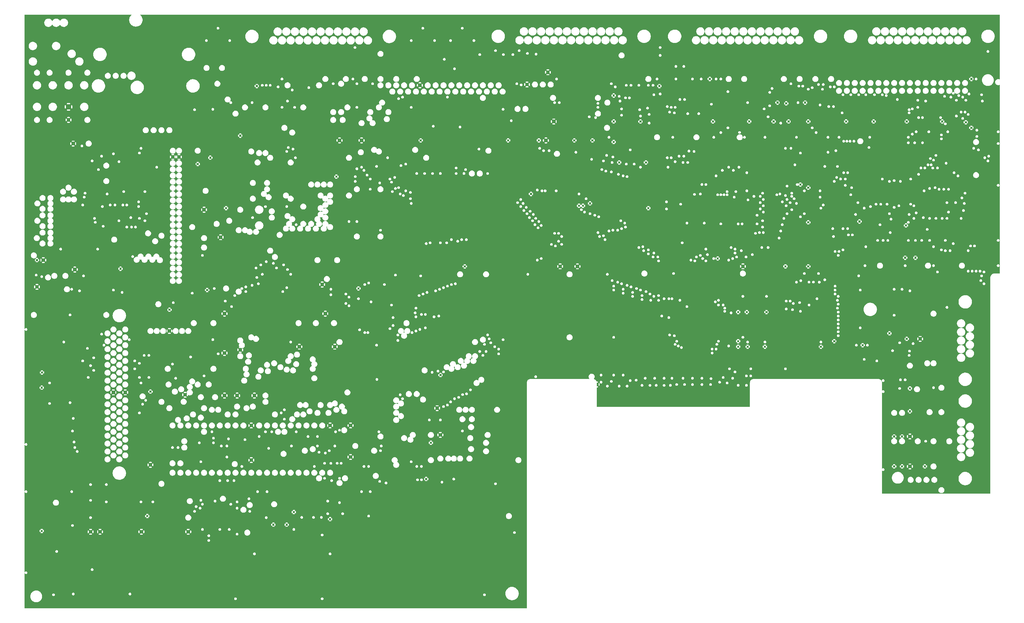
<source format=gbr>
G04 FAB 3000 Version 8.1.7 - Gerber/CAM Software*
G04 Gerber X2 Output*
%TF.GenerationSoftware,Numerical_Innovations,FAB3000,8.1.7*%
%TF.CreationDate,2019-06-14T16:39:59Z*%
%FSLAX24Y24*%
%MOIN*%
%ADD10C,1.0000*%
%LPD*%
G36*
X55915Y77204D02*
G01Y76202D01*
X53266Y42538D01*
X53245Y42537D01*
X53225Y42534D01*
X53206Y42527D01*
X53188Y42519D01*
X53171Y42507D01*
X53156Y42494D01*
X53143Y42478D01*
X53132Y42461D01*
X53124Y42442D01*
X53118Y42423D01*
X53115Y42403D01*
Y42382D01*
X53118Y42362D01*
X53124Y42343D01*
X53132Y42324D01*
X53143Y42307D01*
X53156Y42291D01*
X53171Y42278D01*
X53188Y42266D01*
X53206Y42258D01*
X53213Y42255D01*
X53094Y40740D01*
X53073Y40739D01*
X53053Y40736D01*
X53034Y40729D01*
X53016Y40721D01*
X52999Y40709D01*
X52984Y40696D01*
X52971Y40680D01*
X52960Y40663D01*
X52952Y40644D01*
X52946Y40625D01*
X52943Y40605D01*
Y40584D01*
X52946Y40564D01*
X52952Y40545D01*
X52960Y40526D01*
X52971Y40509D01*
X52984Y40493D01*
X52999Y40480D01*
X53016Y40468D01*
X53034Y40460D01*
X53053Y40453D01*
X53073Y40450D01*
X53094Y40449D01*
X53114Y40451D01*
X53133Y40456D01*
X53152Y40464D01*
X53170Y40474D01*
X53186Y40486D01*
X53200Y40501D01*
X53212Y40517D01*
X53221Y40535D01*
X53228Y40554D01*
X53233Y40574D01*
X53234Y40594D01*
X53233Y40615D01*
X53228Y40635D01*
X53221Y40654D01*
X53212Y40672D01*
X53200Y40688D01*
X53186Y40703D01*
X53170Y40715D01*
X53152Y40725D01*
X53133Y40733D01*
X53114Y40738D01*
X53094Y40740D01*
X53213Y42255D01*
X53225Y42251D01*
X53245Y42248D01*
X53266Y42247D01*
X53286Y42249D01*
X53305Y42254D01*
X53324Y42262D01*
X53342Y42272D01*
X53358Y42284D01*
X53372Y42299D01*
X53384Y42315D01*
X53393Y42333D01*
X53400Y42352D01*
X53405Y42372D01*
X53406Y42392D01*
X53405Y42413D01*
X53400Y42433D01*
X53393Y42452D01*
X53384Y42470D01*
X53372Y42486D01*
X53358Y42501D01*
X53342Y42513D01*
X53324Y42523D01*
X53305Y42531D01*
X53286Y42536D01*
X53266Y42538D01*
X55915Y76202D01*
Y72989D01*
X55911Y72986D01*
X55896Y72972D01*
X55883Y72957D01*
X55872Y72940D01*
X55864Y72921D01*
X55858Y72902D01*
X55856Y72882D01*
Y72861D01*
Y72856D01*
X53437Y42110D01*
X53416Y42109D01*
X53396Y42106D01*
X53377Y42099D01*
X53359Y42090D01*
X53342Y42079D01*
X53327Y42065D01*
X53314Y42050D01*
X53303Y42033D01*
X53295Y42014D01*
X53289Y41995D01*
X53287Y41975D01*
Y41954D01*
X53289Y41934D01*
X53295Y41915D01*
X53303Y41896D01*
X53314Y41879D01*
X53327Y41864D01*
X53342Y41850D01*
X53359Y41839D01*
X53377Y41830D01*
X53396Y41823D01*
X53416Y41820D01*
X53437Y41819D01*
X53457Y41821D01*
X53476Y41826D01*
X53495Y41834D01*
X53513Y41844D01*
X53529Y41856D01*
X53543Y41871D01*
X53555Y41887D01*
X53564Y41905D01*
X53571Y41924D01*
X53575Y41944D01*
X53577Y41964D01*
X53575Y41985D01*
X53571Y42005D01*
X53564Y42024D01*
X53555Y42042D01*
X53543Y42058D01*
X53529Y42073D01*
X53513Y42085D01*
X53495Y42095D01*
X53476Y42103D01*
X53457Y42108D01*
X53437Y42110D01*
X55856Y72856D01*
X55858Y72841D01*
X55864Y72822D01*
X55872Y72803D01*
X55883Y72786D01*
X55896Y72771D01*
X55911Y72757D01*
X55915Y72754D01*
Y71279D01*
X55315Y63662D01*
X55303Y63660D01*
X55291Y63657D01*
X55280Y63651D01*
X55270Y63643D01*
X55262Y63633D01*
X55256Y63622D01*
X55253Y63610D01*
X55251Y63598D01*
Y63483D01*
X55253Y63470D01*
X55256Y63458D01*
X55262Y63447D01*
X55270Y63437D01*
X55280Y63429D01*
X55291Y63423D01*
X55303Y63420D01*
X55315Y63418D01*
X55318Y63419D01*
X53608Y41682D01*
X53587Y41681D01*
X53567Y41678D01*
X53548Y41671D01*
X53530Y41663D01*
X53513Y41651D01*
X53498Y41638D01*
X53485Y41622D01*
X53474Y41605D01*
X53466Y41586D01*
X53460Y41567D01*
X53457Y41547D01*
Y41526D01*
X53460Y41506D01*
X53466Y41487D01*
X53474Y41468D01*
X53485Y41451D01*
X53498Y41435D01*
X53513Y41422D01*
X53530Y41410D01*
X53548Y41402D01*
X53567Y41395D01*
X53587Y41392D01*
X53608Y41391D01*
X53628Y41393D01*
X53647Y41398D01*
X53666Y41406D01*
X53684Y41416D01*
X53700Y41428D01*
X53714Y41443D01*
X53726Y41459D01*
X53735Y41477D01*
X53742Y41496D01*
X53747Y41516D01*
X53748Y41536D01*
X53747Y41557D01*
X53742Y41577D01*
X53735Y41596D01*
X53726Y41614D01*
X53714Y41630D01*
X53700Y41645D01*
X53684Y41657D01*
X53666Y41667D01*
X53647Y41675D01*
X53628Y41680D01*
X53608Y41682D01*
X55318Y63419D01*
X55328Y63420D01*
X55340Y63423D01*
X55351Y63429D01*
X55361Y63437D01*
X55369Y63447D01*
X55375Y63458D01*
X55378Y63470D01*
X55380Y63483D01*
Y63598D01*
X55378Y63610D01*
X55375Y63622D01*
X55369Y63633D01*
X55361Y63643D01*
X55351Y63651D01*
X55340Y63657D01*
X55328Y63660D01*
X55315Y63662D01*
X55915Y71279D01*
Y66848D01*
Y65798D01*
X55911Y65801D01*
X55893Y65811D01*
X55874Y65819D01*
X55855Y65824D01*
X55835Y65826D01*
X55814Y65825D01*
X55794Y65822D01*
X55775Y65815D01*
X55757Y65807D01*
X55740Y65795D01*
X55725Y65782D01*
X55712Y65766D01*
X55701Y65749D01*
X55693Y65730D01*
X55687Y65711D01*
X55684Y65691D01*
Y65670D01*
X55687Y65650D01*
X55691Y65637D01*
X55544Y63776D01*
X55429D01*
X55417Y63774D01*
X55405Y63771D01*
X55394Y63765D01*
X55384Y63757D01*
X55376Y63747D01*
X55370Y63736D01*
X55367Y63724D01*
X55365Y63711D01*
X55367Y63699D01*
X55370Y63687D01*
X55376Y63676D01*
X55384Y63666D01*
X55394Y63658D01*
X55405Y63652D01*
X55417Y63649D01*
X55429Y63647D01*
X55544D01*
X55557Y63649D01*
X55562Y63650D01*
X55544Y63433D01*
X55429D01*
X55417Y63431D01*
X55405Y63428D01*
X55394Y63422D01*
X55384Y63414D01*
X55376Y63404D01*
X55370Y63393D01*
X55367Y63381D01*
X55365Y63369D01*
X55367Y63356D01*
X55370Y63344D01*
X55376Y63333D01*
X55384Y63323D01*
X55394Y63315D01*
X55405Y63309D01*
X55417Y63306D01*
X55429Y63304D01*
X55544D01*
X55557Y63306D01*
X55569Y63309D01*
X55580Y63315D01*
X55590Y63323D01*
X55598Y63333D01*
X55604Y63344D01*
X55607Y63356D01*
X55609Y63368D01*
X55607Y63381D01*
X55604Y63393D01*
X55598Y63404D01*
X55590Y63414D01*
X55580Y63422D01*
X55569Y63428D01*
X55557Y63431D01*
X55544Y63433D01*
X55562Y63650D01*
X55569Y63652D01*
X55580Y63658D01*
X55590Y63666D01*
X55598Y63676D01*
X55604Y63687D01*
X55607Y63699D01*
X55609Y63711D01*
X55607Y63724D01*
X55604Y63736D01*
X55598Y63747D01*
X55590Y63757D01*
X55580Y63765D01*
X55569Y63771D01*
X55557Y63774D01*
X55544Y63776D01*
X55691Y65637D01*
X55693Y65631D01*
X55701Y65612D01*
X55712Y65595D01*
X55725Y65579D01*
X55740Y65566D01*
X55757Y65554D01*
X55775Y65546D01*
X55794Y65539D01*
X55806Y65537D01*
X55658Y63662D01*
X55646Y63660D01*
X55634Y63657D01*
X55623Y63651D01*
X55613Y63643D01*
X55605Y63633D01*
X55599Y63622D01*
X55596Y63610D01*
X55594Y63598D01*
Y63483D01*
X55596Y63470D01*
X55599Y63458D01*
X55605Y63447D01*
X55613Y63437D01*
X55623Y63429D01*
X55634Y63423D01*
X55646Y63420D01*
X55658Y63418D01*
X55671Y63420D01*
X55683Y63423D01*
X55694Y63429D01*
X55704Y63437D01*
X55712Y63447D01*
X55718Y63458D01*
X55721Y63470D01*
X55723Y63482D01*
Y63597D01*
X55721Y63610D01*
X55718Y63622D01*
X55712Y63633D01*
X55704Y63643D01*
X55694Y63651D01*
X55683Y63657D01*
X55671Y63660D01*
X55658Y63662D01*
X55806Y65537D01*
X55814Y65536D01*
X55835Y65535D01*
X55855Y65537D01*
X55874Y65542D01*
X55893Y65550D01*
X55911Y65560D01*
X55915Y65563D01*
Y65121D01*
X54037Y41254D01*
X54016Y41253D01*
X53996Y41249D01*
X53977Y41243D01*
X53959Y41234D01*
X53942Y41223D01*
X53927Y41209D01*
X53914Y41194D01*
X53903Y41177D01*
X53895Y41158D01*
X53889Y41139D01*
X53887Y41119D01*
Y41098D01*
X53889Y41078D01*
X53895Y41059D01*
X53903Y41040D01*
X53914Y41023D01*
X53927Y41008D01*
X53942Y40994D01*
X53959Y40983D01*
X53977Y40974D01*
X53990Y40970D01*
X53272Y31847D01*
X53226Y31845D01*
X53181Y31837D01*
X53138Y31823D01*
X53097Y31803D01*
X53059Y31777D01*
X53025Y31747D01*
X52996Y31712D01*
X52972Y31673D01*
X52953Y31631D01*
X52940Y31588D01*
X52934Y31542D01*
Y31497D01*
X52940Y31451D01*
X52953Y31408D01*
X52972Y31366D01*
X52996Y31327D01*
X53025Y31292D01*
X53059Y31262D01*
X53097Y31236D01*
X53118Y31226D01*
X53100Y30991D01*
X53054Y30989D01*
X53009Y30981D01*
X52966Y30967D01*
X52925Y30947D01*
X52887Y30921D01*
X52853Y30891D01*
X52824Y30856D01*
X52800Y30817D01*
X52781Y30775D01*
X52768Y30732D01*
X52762Y30686D01*
Y30641D01*
X52768Y30595D01*
X52781Y30552D01*
X52800Y30510D01*
X52824Y30471D01*
X52853Y30436D01*
X52887Y30406D01*
X52925Y30380D01*
X52966Y30360D01*
X53009Y30346D01*
X53054Y30338D01*
X53100Y30336D01*
X53121Y30339D01*
X53100Y30074D01*
X53054Y30072D01*
X53009Y30064D01*
X52966Y30050D01*
X52925Y30030D01*
X52887Y30004D01*
X52853Y29974D01*
X52824Y29939D01*
X52800Y29900D01*
X52781Y29858D01*
X52768Y29815D01*
X52762Y29769D01*
Y29724D01*
X52768Y29678D01*
X52781Y29635D01*
X52800Y29593D01*
X52824Y29554D01*
X52853Y29519D01*
X52887Y29489D01*
X52925Y29463D01*
X52966Y29443D01*
X53009Y29429D01*
X53054Y29421D01*
X53100Y29419D01*
X53145Y29424D01*
X53190Y29435D01*
X53232Y29452D01*
X53271Y29475D01*
X53307Y29503D01*
X53339Y29536D01*
X53366Y29573D01*
X53387Y29613D01*
X53403Y29656D01*
X53413Y29701D01*
X53416Y29746D01*
X53413Y29792D01*
X53403Y29837D01*
X53387Y29880D01*
X53366Y29920D01*
X53339Y29957D01*
X53307Y29990D01*
X53271Y30018D01*
X53232Y30041D01*
X53190Y30058D01*
X53145Y30069D01*
X53100Y30074D01*
X53121Y30339D01*
X53145Y30341D01*
X53190Y30352D01*
X53232Y30369D01*
X53271Y30392D01*
X53307Y30420D01*
X53339Y30453D01*
X53366Y30490D01*
X53387Y30530D01*
X53403Y30573D01*
X53413Y30618D01*
X53416Y30663D01*
X53413Y30709D01*
X53403Y30754D01*
X53387Y30797D01*
X53366Y30837D01*
X53339Y30874D01*
X53307Y30907D01*
X53271Y30935D01*
X53232Y30958D01*
X53190Y30975D01*
X53145Y30986D01*
X53100Y30991D01*
X53118Y31226D01*
X53138Y31216D01*
X53181Y31202D01*
X53226Y31194D01*
X53272Y31192D01*
X53317Y31197D01*
X53362Y31208D01*
X53404Y31225D01*
X53443Y31248D01*
X53479Y31276D01*
X53511Y31309D01*
X53538Y31346D01*
X53559Y31386D01*
X53575Y31429D01*
X53585Y31474D01*
X53588Y31519D01*
X53585Y31565D01*
X53575Y31610D01*
X53559Y31653D01*
X53538Y31693D01*
X53511Y31730D01*
X53479Y31763D01*
X53443Y31791D01*
X53404Y31814D01*
X53362Y31831D01*
X53317Y31842D01*
X53272Y31847D01*
X53990Y40970D01*
X53996Y40968D01*
X54016Y40964D01*
X54037Y40963D01*
X54057Y40965D01*
X54076Y40970D01*
X54095Y40978D01*
X54113Y40988D01*
X54129Y41001D01*
X54143Y41015D01*
X54155Y41031D01*
X54164Y41049D01*
X54171Y41068D01*
X54175Y41088D01*
X54177Y41108D01*
X54175Y41129D01*
X54171Y41149D01*
X54164Y41168D01*
X54155Y41185D01*
X54143Y41202D01*
X54129Y41216D01*
X54113Y41229D01*
X54095Y41239D01*
X54076Y41247D01*
X54057Y41252D01*
X54037Y41254D01*
X55915Y65121D01*
Y59426D01*
X54465Y40997D01*
X54444Y40996D01*
X54424Y40993D01*
X54405Y40986D01*
X54387Y40977D01*
X54370Y40966D01*
X54355Y40952D01*
X54342Y40937D01*
X54331Y40920D01*
X54323Y40901D01*
X54317Y40882D01*
X54315Y40862D01*
Y40841D01*
X54317Y40821D01*
X54323Y40802D01*
X54331Y40783D01*
X54342Y40766D01*
X54355Y40751D01*
X54370Y40737D01*
X54387Y40726D01*
X54405Y40717D01*
X54424Y40710D01*
X54444Y40707D01*
X54465Y40706D01*
X54482Y40708D01*
X54465Y40483D01*
X54444Y40482D01*
X54424Y40479D01*
X54405Y40472D01*
X54387Y40463D01*
X54370Y40452D01*
X54355Y40438D01*
X54342Y40423D01*
X54331Y40406D01*
X54323Y40387D01*
X54317Y40368D01*
X54315Y40348D01*
Y40327D01*
X54317Y40307D01*
X54323Y40288D01*
X54331Y40269D01*
X54342Y40252D01*
X54355Y40237D01*
X54370Y40223D01*
X54387Y40212D01*
X54405Y40203D01*
X54424Y40196D01*
X54444Y40193D01*
X54465Y40192D01*
X54485Y40194D01*
X54504Y40199D01*
X54523Y40207D01*
X54541Y40217D01*
X54557Y40229D01*
X54571Y40244D01*
X54583Y40260D01*
X54592Y40278D01*
X54599Y40297D01*
X54603Y40317D01*
X54605Y40337D01*
X54603Y40358D01*
X54599Y40378D01*
X54592Y40397D01*
X54583Y40415D01*
X54571Y40431D01*
X54557Y40446D01*
X54541Y40458D01*
X54523Y40468D01*
X54504Y40476D01*
X54485Y40481D01*
X54465Y40483D01*
X54482Y40708D01*
X54485D01*
X54504Y40713D01*
X54523Y40721D01*
X54541Y40731D01*
X54557Y40743D01*
X54571Y40758D01*
X54583Y40774D01*
X54592Y40792D01*
X54599Y40811D01*
X54603Y40831D01*
X54605Y40851D01*
X54603Y40872D01*
X54599Y40892D01*
X54592Y40911D01*
X54583Y40929D01*
X54571Y40945D01*
X54557Y40960D01*
X54541Y40972D01*
X54523Y40982D01*
X54504Y40990D01*
X54485Y40995D01*
X54465Y40997D01*
X55915Y59426D01*
Y54367D01*
X54944Y42024D01*
X54923Y42023D01*
X54903Y42019D01*
X54884Y42013D01*
X54866Y42004D01*
X54849Y41993D01*
X54834Y41979D01*
X54821Y41964D01*
X54810Y41947D01*
X54802Y41928D01*
X54796Y41909D01*
X54794Y41889D01*
Y41868D01*
X54796Y41848D01*
X54802Y41829D01*
X54810Y41810D01*
X54821Y41793D01*
X54834Y41778D01*
X54849Y41764D01*
X54863Y41755D01*
X54299Y34586D01*
X54253Y34584D01*
X54208Y34576D01*
X54165Y34562D01*
X54124Y34542D01*
X54086Y34516D01*
X54052Y34486D01*
X54023Y34451D01*
X53999Y34412D01*
X53980Y34370D01*
X53967Y34327D01*
X53961Y34281D01*
Y34236D01*
X53967Y34190D01*
X53980Y34147D01*
X53999Y34105D01*
X54023Y34066D01*
X54052Y34031D01*
X54086Y34001D01*
X54124Y33975D01*
X54165Y33955D01*
X54208Y33941D01*
X54253Y33933D01*
X54299Y33931D01*
X54344Y33936D01*
X54389Y33947D01*
X54431Y33964D01*
X54470Y33987D01*
X54473Y33989D01*
X52923Y14285D01*
X52902Y14284D01*
X52882Y14280D01*
X52863Y14274D01*
X52845Y14265D01*
X52828Y14254D01*
X52813Y14240D01*
X52800Y14225D01*
X52789Y14208D01*
X52781Y14189D01*
X52775Y14170D01*
X52773Y14150D01*
Y14129D01*
X52775Y14109D01*
X52781Y14090D01*
X52789Y14071D01*
X52800Y14054D01*
X52813Y14039D01*
X52828Y14025D01*
X52845Y14014D01*
X52863Y14005D01*
X52882Y13999D01*
X52902Y13995D01*
X52923Y13994D01*
X52943Y13996D01*
X52962Y14001D01*
X52981Y14009D01*
X52999Y14019D01*
X53015Y14032D01*
X53029Y14046D01*
X53041Y14062D01*
X53050Y14080D01*
X53057Y14099D01*
X53061Y14119D01*
X53063Y14139D01*
X53061Y14160D01*
X53057Y14180D01*
X53050Y14199D01*
X53041Y14216D01*
X53029Y14233D01*
X53015Y14247D01*
X52999Y14260D01*
X52981Y14270D01*
X52962Y14278D01*
X52943Y14283D01*
X52923Y14285D01*
X54473Y33989D01*
X54506Y34015D01*
X54538Y34048D01*
X54565Y34085D01*
X54586Y34125D01*
X54602Y34168D01*
X54612Y34213D01*
X54615Y34258D01*
X54612Y34304D01*
X54602Y34349D01*
X54586Y34392D01*
X54565Y34432D01*
X54538Y34469D01*
X54506Y34502D01*
X54470Y34530D01*
X54431Y34553D01*
X54389Y34570D01*
X54344Y34581D01*
X54299Y34586D01*
X54863Y41755D01*
X54866Y41753D01*
X54884Y41744D01*
X54903Y41738D01*
X54923Y41734D01*
X54944Y41733D01*
X54964Y41735D01*
X54983Y41740D01*
X55002Y41748D01*
X55020Y41758D01*
X55036Y41771D01*
X55050Y41785D01*
X55062Y41802D01*
X55071Y41819D01*
X55078Y41838D01*
X55082Y41858D01*
X55084Y41878D01*
X55082Y41899D01*
X55078Y41919D01*
X55071Y41938D01*
X55062Y41955D01*
X55050Y41972D01*
X55036Y41986D01*
X55020Y41999D01*
X55002Y42009D01*
X54983Y42017D01*
X54964Y42022D01*
X54944Y42024D01*
X55915Y54367D01*
Y49145D01*
X54122Y26357D01*
X54101Y26356D01*
X54081Y26353D01*
X54062Y26346D01*
X54044Y26338D01*
X54027Y26326D01*
X54012Y26313D01*
X53999Y26297D01*
X53988Y26280D01*
X53980Y26261D01*
X53974Y26242D01*
X53971Y26222D01*
Y26201D01*
X53974Y26181D01*
X53980Y26162D01*
X53988Y26143D01*
X53999Y26126D01*
X54012Y26110D01*
X54027Y26097D01*
X54044Y26085D01*
X54062Y26077D01*
X54081Y26070D01*
X54101Y26067D01*
X54122Y26066D01*
X54142Y26068D01*
X54161Y26073D01*
X54180Y26081D01*
X54198Y26091D01*
X54214Y26103D01*
X54228Y26118D01*
X54240Y26134D01*
X54249Y26152D01*
X54256Y26171D01*
X54261Y26191D01*
X54262Y26211D01*
X54261Y26232D01*
X54256Y26252D01*
X54249Y26271D01*
X54240Y26289D01*
X54228Y26305D01*
X54214Y26320D01*
X54198Y26332D01*
X54180Y26342D01*
X54161Y26350D01*
X54142Y26355D01*
X54122Y26357D01*
X55915Y49145D01*
Y27235D01*
X55584Y23028D01*
X55538Y23026D01*
X55493Y23018D01*
X55450Y23004D01*
X55409Y22984D01*
X55371Y22959D01*
X55337Y22928D01*
X55308Y22893D01*
X55283Y22854D01*
X55265Y22813D01*
X55252Y22769D01*
X55246Y22723D01*
Y22678D01*
X55252Y22632D01*
X55265Y22588D01*
X55283Y22547D01*
X55308Y22508D01*
X55337Y22473D01*
X55371Y22442D01*
X55409Y22417D01*
X55450Y22397D01*
X55493Y22383D01*
X55538Y22375D01*
X55584Y22373D01*
X55629Y22378D01*
X55674Y22389D01*
X55716Y22406D01*
X55756Y22429D01*
X55792Y22457D01*
X55823Y22490D01*
X55850Y22527D01*
X55872Y22567D01*
X55887Y22610D01*
X55897Y22655D01*
X55900Y22700D01*
X55897Y22746D01*
X55887Y22791D01*
X55872Y22834D01*
X55850Y22874D01*
X55823Y22911D01*
X55792Y22944D01*
X55756Y22972D01*
X55716Y22995D01*
X55674Y23012D01*
X55629Y23023D01*
X55584Y23028D01*
X55915Y27235D01*
Y15003D01*
X55851Y15001D01*
X55766Y14989D01*
X55682Y14966D01*
X55603Y14934D01*
X55527Y14892D01*
X55457Y14842D01*
X55393Y14783D01*
X55337Y14718D01*
X55289Y14647D01*
X55249Y14570D01*
X55219Y14489D01*
X55199Y14405D01*
X55189Y14320D01*
Y14233D01*
X55199Y14148D01*
X55219Y14064D01*
X55249Y13983D01*
X55289Y13906D01*
X55337Y13835D01*
X55393Y13770D01*
X55457Y13711D01*
X55527Y13661D01*
X55603Y13619D01*
X55682Y13587D01*
X55766Y13564D01*
X55851Y13552D01*
X55915Y13550D01*
Y12683D01*
X2910D01*
X2911Y77204D01*
X4082D01*
X3850Y74260D01*
X3787Y74258D01*
X3724Y74247D01*
X3664Y74227D01*
X3607Y74199D01*
X3554Y74164D01*
X3507Y74121D01*
X3466Y74073D01*
X3433Y74019D01*
X3407Y73961D01*
X3390Y73900D01*
X3381Y73837D01*
Y73774D01*
X3390Y73711D01*
X3407Y73650D01*
X3433Y73592D01*
X3466Y73538D01*
X3507Y73490D01*
X3554Y73447D01*
X3607Y73412D01*
X3664Y73384D01*
X3724Y73364D01*
X3787Y73353D01*
X3850Y73351D01*
X3912Y73358D01*
X3850Y72573D01*
X3787Y72571D01*
X3724Y72560D01*
X3664Y72540D01*
X3607Y72512D01*
X3554Y72477D01*
X3507Y72434D01*
X3466Y72386D01*
X3433Y72332D01*
X3407Y72274D01*
X3390Y72213D01*
X3381Y72150D01*
Y72087D01*
X3390Y72024D01*
X3407Y71963D01*
X3433Y71905D01*
X3466Y71851D01*
X3507Y71803D01*
X3554Y71760D01*
X3607Y71725D01*
X3664Y71697D01*
X3724Y71677D01*
X3787Y71666D01*
X3850Y71664D01*
X3914Y71671D01*
X3975Y71686D01*
X4034Y71710D01*
X4089Y71742D01*
X4139Y71781D01*
X4183Y71826D01*
X4220Y71878D01*
X4250Y71934D01*
X4272Y71993D01*
X4285Y72055D01*
X4289Y72119D01*
X4285Y72182D01*
X4272Y72244D01*
X4250Y72303D01*
X4220Y72359D01*
X4183Y72411D01*
X4139Y72456D01*
X4089Y72495D01*
X4034Y72527D01*
X3975Y72551D01*
X3914Y72566D01*
X3850Y72573D01*
X3912Y73358D01*
X3914D01*
X3975Y73373D01*
X4034Y73397D01*
X4089Y73429D01*
X4139Y73468D01*
X4183Y73513D01*
X4220Y73565D01*
X4250Y73621D01*
X4272Y73680D01*
X4285Y73742D01*
X4289Y73805D01*
X4285Y73869D01*
X4272Y73931D01*
X4250Y73990D01*
X4220Y74046D01*
X4183Y74098D01*
X4139Y74143D01*
X4089Y74182D01*
X4034Y74214D01*
X3975Y74238D01*
X3914Y74253D01*
X3850Y74260D01*
X4082Y77204D01*
X4762D01*
X4292Y71230D01*
X4246Y71228D01*
X4201Y71220D01*
X4158Y71206D01*
X4117Y71186D01*
X4079Y71160D01*
X4045Y71130D01*
X4016Y71095D01*
X3992Y71056D01*
X3973Y71014D01*
X3960Y70971D01*
X3954Y70925D01*
Y70880D01*
X3960Y70834D01*
X3973Y70791D01*
X3992Y70749D01*
X4016Y70710D01*
X4045Y70675D01*
X4079Y70645D01*
X4117Y70619D01*
X4158Y70599D01*
X4201Y70585D01*
X4246Y70577D01*
X4292Y70575D01*
X4337Y70580D01*
X4343Y70582D01*
X4296Y69987D01*
X4233Y69985D01*
X4170Y69974D01*
X4110Y69954D01*
X4053Y69926D01*
X4000Y69891D01*
X3953Y69848D01*
X3912Y69800D01*
X3879Y69746D01*
X3853Y69688D01*
X3836Y69627D01*
X3827Y69564D01*
Y69501D01*
X3836Y69438D01*
X3853Y69377D01*
X3879Y69319D01*
X3912Y69265D01*
X3953Y69217D01*
X4000Y69174D01*
X4053Y69139D01*
X4110Y69111D01*
X4170Y69091D01*
X4233Y69080D01*
X4296Y69078D01*
X4360Y69085D01*
X4411Y69098D01*
X4296Y67641D01*
X4233Y67639D01*
X4170Y67628D01*
X4110Y67608D01*
X4053Y67580D01*
X4000Y67545D01*
X3953Y67502D01*
X3912Y67454D01*
X3879Y67400D01*
X3853Y67342D01*
X3836Y67281D01*
X3827Y67218D01*
Y67155D01*
X3836Y67092D01*
X3853Y67031D01*
X3879Y66973D01*
X3912Y66919D01*
X3953Y66871D01*
X4000Y66828D01*
X4053Y66793D01*
X4110Y66765D01*
X4170Y66745D01*
X4233Y66734D01*
X4296Y66732D01*
X4343Y66737D01*
X4292Y66093D01*
X4246Y66091D01*
X4201Y66083D01*
X4158Y66069D01*
X4117Y66049D01*
X4079Y66023D01*
X4045Y65993D01*
X4016Y65958D01*
X3992Y65919D01*
X3973Y65877D01*
X3960Y65834D01*
X3954Y65788D01*
Y65743D01*
X3960Y65697D01*
X3973Y65654D01*
X3992Y65612D01*
X4016Y65573D01*
X4045Y65538D01*
X4079Y65508D01*
X4117Y65482D01*
X4158Y65462D01*
X4201Y65448D01*
X4246Y65440D01*
X4292Y65438D01*
X4337Y65443D01*
X4382Y65454D01*
X4424Y65471D01*
X4463Y65494D01*
X4499Y65522D01*
X4531Y65555D01*
X4558Y65592D01*
X4579Y65632D01*
X4595Y65675D01*
X4605Y65720D01*
X4608Y65765D01*
X4605Y65811D01*
X4595Y65856D01*
X4579Y65899D01*
X4558Y65939D01*
X4531Y65976D01*
X4499Y66009D01*
X4463Y66037D01*
X4424Y66060D01*
X4382Y66077D01*
X4337Y66088D01*
X4292Y66093D01*
X4343Y66737D01*
X4360Y66739D01*
X4421Y66754D01*
X4480Y66778D01*
X4535Y66810D01*
X4585Y66849D01*
X4629Y66894D01*
X4666Y66946D01*
X4696Y67002D01*
X4718Y67061D01*
X4731Y67123D01*
X4735Y67186D01*
X4731Y67250D01*
X4718Y67312D01*
X4696Y67371D01*
X4666Y67427D01*
X4629Y67479D01*
X4585Y67524D01*
X4535Y67563D01*
X4480Y67595D01*
X4421Y67619D01*
X4360Y67634D01*
X4296Y67641D01*
X4411Y69098D01*
X4421Y69100D01*
X4480Y69124D01*
X4535Y69156D01*
X4585Y69195D01*
X4629Y69240D01*
X4666Y69292D01*
X4696Y69348D01*
X4718Y69407D01*
X4731Y69469D01*
X4735Y69532D01*
X4731Y69596D01*
X4718Y69658D01*
X4696Y69717D01*
X4666Y69773D01*
X4629Y69825D01*
X4585Y69870D01*
X4535Y69909D01*
X4480Y69941D01*
X4421Y69965D01*
X4360Y69980D01*
X4296Y69987D01*
X4343Y70582D01*
X4382Y70591D01*
X4424Y70608D01*
X4463Y70631D01*
X4499Y70659D01*
X4531Y70692D01*
X4558Y70729D01*
X4579Y70769D01*
X4595Y70812D01*
X4605Y70857D01*
X4608Y70902D01*
X4605Y70948D01*
X4595Y70993D01*
X4579Y71036D01*
X4558Y71076D01*
X4531Y71113D01*
X4499Y71146D01*
X4463Y71174D01*
X4424Y71197D01*
X4382Y71214D01*
X4337Y71225D01*
X4292Y71230D01*
X4762Y77204D01*
X7249D01*
X7216Y76785D01*
X7153Y76783D01*
X7090Y76772D01*
X7030Y76752D01*
X6973Y76724D01*
X6920Y76689D01*
X6873Y76646D01*
X6832Y76598D01*
X6799Y76544D01*
X6781Y76504D01*
X6777Y76515D01*
X6747Y76571D01*
X6710Y76623D01*
X6666Y76668D01*
X6616Y76707D01*
X6561Y76739D01*
X6502Y76763D01*
X6440Y76778D01*
X6377Y76785D01*
X6314Y76783D01*
X6251Y76772D01*
X6191Y76752D01*
X6134Y76724D01*
X6081Y76689D01*
X6034Y76646D01*
X5993Y76598D01*
X5960Y76544D01*
X5942Y76504D01*
X5938Y76515D01*
X5908Y76571D01*
X5871Y76623D01*
X5827Y76668D01*
X5777Y76707D01*
X5722Y76739D01*
X5663Y76763D01*
X5602Y76778D01*
X5538Y76785D01*
X5475Y76783D01*
X5412Y76772D01*
X5352Y76752D01*
X5295Y76724D01*
X5242Y76689D01*
X5195Y76646D01*
X5154Y76598D01*
X5121Y76544D01*
X5095Y76486D01*
X5078Y76425D01*
X5069Y76362D01*
Y76299D01*
X5078Y76236D01*
X5095Y76175D01*
X5121Y76117D01*
X5154Y76063D01*
X5195Y76015D01*
X5242Y75972D01*
X5295Y75937D01*
X5352Y75909D01*
X5412Y75889D01*
X5475Y75878D01*
X5538Y75876D01*
X5602Y75883D01*
X5663Y75898D01*
X5722Y75922D01*
X5777Y75954D01*
X5827Y75993D01*
X5871Y76038D01*
X5908Y76090D01*
X5938Y76146D01*
X5942Y76157D01*
X5960Y76117D01*
X5993Y76063D01*
X6034Y76015D01*
X6038Y76011D01*
X5662Y71230D01*
X5616Y71228D01*
X5571Y71220D01*
X5528Y71206D01*
X5487Y71186D01*
X5449Y71161D01*
X5415Y71130D01*
X5386Y71095D01*
X5361Y71056D01*
X5343Y71015D01*
X5330Y70971D01*
X5324Y70925D01*
Y70880D01*
X5330Y70834D01*
X5343Y70790D01*
X5361Y70749D01*
X5386Y70710D01*
X5410Y70681D01*
X4335Y57018D01*
X4289Y57016D01*
X4244Y57008D01*
X4201Y56994D01*
X4160Y56974D01*
X4122Y56948D01*
X4088Y56918D01*
X4059Y56883D01*
X4035Y56844D01*
X4016Y56802D01*
X4003Y56759D01*
X3997Y56713D01*
Y56668D01*
X4003Y56622D01*
X4016Y56579D01*
X4035Y56537D01*
X4059Y56498D01*
X4088Y56463D01*
X4122Y56433D01*
X4160Y56407D01*
X4201Y56387D01*
X4244Y56373D01*
X4289Y56365D01*
X4335Y56363D01*
X4380Y56368D01*
X4425Y56379D01*
X4433Y56383D01*
X4335Y55134D01*
X4289Y55132D01*
X4244Y55124D01*
X4201Y55110D01*
X4160Y55090D01*
X4122Y55064D01*
X4088Y55034D01*
X4059Y54999D01*
X4035Y54960D01*
X4016Y54918D01*
X4003Y54875D01*
X3997Y54829D01*
Y54784D01*
X4003Y54738D01*
X4016Y54695D01*
X4035Y54653D01*
X4059Y54614D01*
X4088Y54579D01*
X4122Y54549D01*
X4160Y54523D01*
X4201Y54503D01*
X4244Y54489D01*
X4289Y54481D01*
X4335Y54479D01*
X4363Y54482D01*
X4266Y53251D01*
X4220Y53249D01*
X4175Y53241D01*
X4132Y53227D01*
X4091Y53207D01*
X4053Y53182D01*
X4019Y53151D01*
X3990Y53116D01*
X3965Y53077D01*
X3947Y53036D01*
X3934Y52992D01*
X3928Y52946D01*
Y52901D01*
X3934Y52855D01*
X3947Y52811D01*
X3965Y52770D01*
X3990Y52731D01*
X4019Y52696D01*
X4051Y52667D01*
X3949Y51367D01*
X3903Y51365D01*
X3858Y51357D01*
X3815Y51343D01*
X3774Y51323D01*
X3736Y51298D01*
X3702Y51267D01*
X3673Y51232D01*
X3648Y51193D01*
X3630Y51152D01*
X3617Y51108D01*
X3611Y51062D01*
Y51017D01*
X3617Y50971D01*
X3630Y50927D01*
X3648Y50886D01*
X3673Y50847D01*
X3692Y50824D01*
X3087Y43137D01*
X3066Y43136D01*
X3046Y43132D01*
X3027Y43126D01*
X3009Y43117D01*
X2992Y43106D01*
X2977Y43092D01*
X2964Y43077D01*
X2953Y43060D01*
X2945Y43041D01*
X2939Y43022D01*
X2937Y43002D01*
Y42981D01*
X2939Y42961D01*
X2945Y42942D01*
X2953Y42923D01*
X2964Y42906D01*
X2977Y42891D01*
X2992Y42877D01*
X3009Y42866D01*
X3027Y42857D01*
X3046Y42850D01*
X3066Y42847D01*
X3087Y42846D01*
X3107Y42848D01*
X3126Y42853D01*
X3145Y42861D01*
X3163Y42871D01*
X3179Y42884D01*
X3193Y42898D01*
X3205Y42914D01*
X3214Y42932D01*
X3221Y42951D01*
X3225Y42971D01*
X3227Y42991D01*
X3225Y43012D01*
X3221Y43032D01*
X3214Y43051D01*
X3205Y43068D01*
X3193Y43085D01*
X3179Y43099D01*
X3163Y43112D01*
X3145Y43122D01*
X3126Y43130D01*
X3107Y43135D01*
X3087Y43137D01*
X3692Y50824D01*
X3702Y50812D01*
X3736Y50781D01*
X3774Y50756D01*
X3815Y50736D01*
X3858Y50722D01*
X3903Y50714D01*
X3949Y50712D01*
X3994Y50717D01*
X4039Y50728D01*
X4081Y50745D01*
X4119Y50767D01*
X4109Y50648D01*
X4097Y50646D01*
X4085Y50643D01*
X4074Y50637D01*
X4064Y50629D01*
X4056Y50619D01*
X4050Y50608D01*
X4047Y50596D01*
X4045Y50583D01*
Y50468D01*
X4047Y50456D01*
X4050Y50444D01*
X4056Y50433D01*
X4064Y50423D01*
X4074Y50415D01*
X4085Y50409D01*
X4097Y50406D01*
X4109Y50404D01*
X4122Y50406D01*
X4134Y50409D01*
X4145Y50415D01*
X4155Y50423D01*
X4163Y50433D01*
X4169Y50444D01*
X4172Y50456D01*
X4174Y50468D01*
Y50583D01*
X4172Y50596D01*
X4169Y50608D01*
X4163Y50619D01*
X4155Y50629D01*
X4145Y50637D01*
X4134Y50643D01*
X4122Y50646D01*
X4109Y50648D01*
X4119Y50767D01*
X4121Y50768D01*
X4157Y50796D01*
X4188Y50829D01*
X4215Y50866D01*
X4237Y50906D01*
X4252Y50949D01*
X4262Y50994D01*
X4265Y51039D01*
X4262Y51085D01*
X4252Y51130D01*
X4237Y51173D01*
X4215Y51213D01*
X4188Y51250D01*
X4157Y51283D01*
X4121Y51311D01*
X4081Y51334D01*
X4039Y51351D01*
X3994Y51362D01*
X3949Y51367D01*
X4051Y52667D01*
X4053Y52665D01*
X4091Y52640D01*
X4132Y52620D01*
X4175Y52606D01*
X4220Y52598D01*
X4266Y52596D01*
X4311Y52601D01*
X4356Y52612D01*
X4398Y52629D01*
X4438Y52652D01*
X4474Y52680D01*
X4490Y52697D01*
X4337Y50762D01*
X4223D01*
X4211Y50760D01*
X4199Y50757D01*
X4188Y50751D01*
X4178Y50743D01*
X4170Y50733D01*
X4164Y50722D01*
X4161Y50710D01*
X4159Y50697D01*
X4161Y50685D01*
X4164Y50673D01*
X4170Y50662D01*
X4178Y50652D01*
X4188Y50644D01*
X4199Y50638D01*
X4211Y50635D01*
X4223Y50633D01*
X4337D01*
X4350Y50635D01*
X4355Y50636D01*
X4337Y50419D01*
X4223D01*
X4211Y50417D01*
X4199Y50414D01*
X4188Y50408D01*
X4178Y50400D01*
X4170Y50390D01*
X4164Y50379D01*
X4161Y50367D01*
X4159Y50354D01*
X4161Y50342D01*
X4164Y50330D01*
X4170Y50319D01*
X4178Y50309D01*
X4188Y50301D01*
X4199Y50295D01*
X4211Y50292D01*
X4223Y50290D01*
X4298D01*
X4200Y49045D01*
X4179Y49044D01*
X4159Y49041D01*
X4140Y49034D01*
X4122Y49026D01*
X4105Y49014D01*
X4090Y49001D01*
X4077Y48985D01*
X4066Y48968D01*
X4058Y48949D01*
X4052Y48930D01*
X4049Y48910D01*
Y48889D01*
X4052Y48869D01*
X4058Y48850D01*
X4066Y48831D01*
X4077Y48814D01*
X4090Y48798D01*
X4104Y48786D01*
X4023Y47765D01*
X4011Y47763D01*
X3999Y47760D01*
X3988Y47754D01*
X3978Y47746D01*
X3970Y47736D01*
X3964Y47725D01*
X3961Y47713D01*
X3959Y47700D01*
Y47529D01*
X3961Y47517D01*
X3964Y47505D01*
X3970Y47494D01*
X3978Y47484D01*
X3988Y47476D01*
X3999Y47470D01*
X4011Y47467D01*
X4023Y47465D01*
X4036Y47467D01*
X4048Y47470D01*
X4059Y47476D01*
X4069Y47484D01*
X4077Y47494D01*
X4083Y47505D01*
X4086Y47517D01*
X4088Y47529D01*
Y47700D01*
X4086Y47713D01*
X4083Y47725D01*
X4077Y47736D01*
X4069Y47746D01*
X4059Y47754D01*
X4048Y47760D01*
X4036Y47763D01*
X4023Y47765D01*
X4104Y48786D01*
X4105Y48785D01*
X4122Y48773D01*
X4140Y48765D01*
X4159Y48758D01*
X4179Y48755D01*
X4200Y48754D01*
X4220Y48756D01*
X4239Y48761D01*
X4258Y48769D01*
X4276Y48779D01*
X4292Y48791D01*
X4306Y48806D01*
X4318Y48822D01*
X4327Y48840D01*
X4334Y48859D01*
X4339Y48879D01*
X4340Y48899D01*
X4339Y48920D01*
X4334Y48940D01*
X4327Y48959D01*
X4318Y48977D01*
X4306Y48993D01*
X4292Y49008D01*
X4276Y49020D01*
X4258Y49030D01*
X4239Y49038D01*
X4220Y49043D01*
X4200Y49045D01*
X4298Y50290D01*
X4337D01*
X4350Y50292D01*
X4362Y50295D01*
X4373Y50301D01*
X4383Y50309D01*
X4391Y50319D01*
X4397Y50330D01*
X4400Y50342D01*
X4402Y50354D01*
X4400Y50367D01*
X4397Y50379D01*
X4391Y50390D01*
X4383Y50400D01*
X4373Y50408D01*
X4362Y50414D01*
X4350Y50417D01*
X4337Y50419D01*
X4355Y50636D01*
X4362Y50638D01*
X4373Y50644D01*
X4383Y50652D01*
X4391Y50662D01*
X4397Y50673D01*
X4400Y50685D01*
X4402Y50697D01*
X4400Y50710D01*
X4397Y50722D01*
X4391Y50733D01*
X4383Y50743D01*
X4373Y50751D01*
X4362Y50757D01*
X4350Y50760D01*
X4337Y50762D01*
X4490Y52697D01*
X4505Y52713D01*
X4532Y52750D01*
X4554Y52790D01*
X4569Y52833D01*
X4579Y52878D01*
X4582Y52923D01*
X4579Y52969D01*
X4569Y53014D01*
X4554Y53057D01*
X4532Y53097D01*
X4505Y53134D01*
X4474Y53167D01*
X4438Y53195D01*
X4398Y53218D01*
X4356Y53235D01*
X4311Y53246D01*
X4266Y53251D01*
X4363Y54482D01*
X4380Y54484D01*
X4425Y54495D01*
X4467Y54512D01*
X4506Y54535D01*
X4542Y54563D01*
X4574Y54596D01*
X4601Y54633D01*
X4622Y54673D01*
X4638Y54716D01*
X4648Y54761D01*
X4651Y54806D01*
X4648Y54852D01*
X4638Y54897D01*
X4622Y54940D01*
X4601Y54980D01*
X4574Y55017D01*
X4542Y55050D01*
X4506Y55078D01*
X4467Y55101D01*
X4425Y55118D01*
X4380Y55129D01*
X4335Y55134D01*
X4433Y56383D01*
X4467Y56396D01*
X4506Y56419D01*
X4542Y56447D01*
X4574Y56480D01*
X4601Y56517D01*
X4622Y56557D01*
X4638Y56600D01*
X4648Y56645D01*
X4651Y56690D01*
X4648Y56736D01*
X4638Y56781D01*
X4622Y56824D01*
X4601Y56864D01*
X4574Y56901D01*
X4542Y56934D01*
X4506Y56962D01*
X4467Y56985D01*
X4425Y57002D01*
X4380Y57013D01*
X4335Y57018D01*
X5410Y70681D01*
X5415Y70675D01*
X5449Y70644D01*
X5487Y70619D01*
X5528Y70599D01*
X5571Y70585D01*
X5616Y70577D01*
X5662Y70575D01*
X5707Y70580D01*
X5752Y70591D01*
X5794Y70608D01*
X5834Y70631D01*
X5870Y70659D01*
X5901Y70692D01*
X5928Y70729D01*
X5950Y70769D01*
X5965Y70812D01*
X5975Y70857D01*
X5978Y70902D01*
X5975Y70948D01*
X5965Y70993D01*
X5950Y71036D01*
X5928Y71076D01*
X5901Y71113D01*
X5870Y71146D01*
X5834Y71174D01*
X5794Y71197D01*
X5752Y71214D01*
X5707Y71225D01*
X5662Y71230D01*
X6038Y76011D01*
X6081Y75972D01*
X6134Y75937D01*
X6191Y75909D01*
X6251Y75889D01*
X6314Y75878D01*
X6377Y75876D01*
X6440Y75883D01*
X6502Y75898D01*
X6506Y75900D01*
X6377Y74260D01*
X6314Y74258D01*
X6251Y74247D01*
X6191Y74227D01*
X6134Y74199D01*
X6081Y74164D01*
X6034Y74121D01*
X5993Y74073D01*
X5960Y74019D01*
X5934Y73961D01*
X5917Y73900D01*
X5908Y73837D01*
Y73774D01*
X5917Y73711D01*
X5934Y73650D01*
X5960Y73592D01*
X5993Y73538D01*
X6034Y73490D01*
X6081Y73447D01*
X6134Y73412D01*
X6191Y73384D01*
X6251Y73364D01*
X6275Y73360D01*
X6009Y69987D01*
X5946Y69985D01*
X5883Y69974D01*
X5823Y69954D01*
X5766Y69926D01*
X5713Y69891D01*
X5666Y69848D01*
X5625Y69800D01*
X5592Y69746D01*
X5566Y69688D01*
X5549Y69627D01*
X5540Y69564D01*
Y69501D01*
X5549Y69438D01*
X5566Y69377D01*
X5592Y69319D01*
X5625Y69265D01*
X5666Y69217D01*
X5713Y69174D01*
X5766Y69139D01*
X5823Y69111D01*
X5883Y69091D01*
X5946Y69080D01*
X6009Y69078D01*
X6072Y69085D01*
X6124Y69098D01*
X6009Y67641D01*
X5946Y67639D01*
X5883Y67628D01*
X5823Y67608D01*
X5766Y67580D01*
X5713Y67545D01*
X5666Y67502D01*
X5625Y67454D01*
X5592Y67400D01*
X5566Y67342D01*
X5549Y67281D01*
X5540Y67218D01*
Y67155D01*
X5549Y67092D01*
X5566Y67031D01*
X5592Y66973D01*
X5625Y66919D01*
X5666Y66871D01*
X5713Y66828D01*
X5719Y66824D01*
X5662Y66093D01*
X5616Y66091D01*
X5571Y66083D01*
X5528Y66069D01*
X5487Y66049D01*
X5449Y66024D01*
X5415Y65993D01*
X5386Y65958D01*
X5361Y65919D01*
X5343Y65878D01*
X5330Y65834D01*
X5324Y65788D01*
Y65743D01*
X5330Y65697D01*
X5343Y65653D01*
X5361Y65612D01*
X5386Y65573D01*
X5415Y65538D01*
X5449Y65507D01*
X5487Y65482D01*
X5510Y65471D01*
X4891Y57609D01*
X4845Y57607D01*
X4800Y57599D01*
X4757Y57585D01*
X4716Y57565D01*
X4678Y57539D01*
X4644Y57509D01*
X4615Y57474D01*
X4591Y57435D01*
X4572Y57393D01*
X4559Y57350D01*
X4553Y57304D01*
Y57259D01*
X4559Y57213D01*
X4572Y57170D01*
X4591Y57128D01*
X4615Y57089D01*
X4644Y57054D01*
X4678Y57024D01*
X4716Y56998D01*
X4757Y56978D01*
X4800Y56964D01*
X4845Y56956D01*
X4891Y56954D01*
X4933Y56959D01*
X4891Y56427D01*
X4845Y56425D01*
X4800Y56417D01*
X4757Y56403D01*
X4716Y56383D01*
X4678Y56357D01*
X4644Y56327D01*
X4615Y56292D01*
X4591Y56253D01*
X4572Y56211D01*
X4559Y56168D01*
X4553Y56122D01*
Y56077D01*
X4559Y56031D01*
X4572Y55988D01*
X4591Y55946D01*
X4615Y55907D01*
X4644Y55872D01*
X4678Y55842D01*
X4716Y55816D01*
X4757Y55796D01*
X4800Y55782D01*
X4845Y55774D01*
X4891Y55772D01*
X4895Y55773D01*
X4891Y55725D01*
X4845Y55723D01*
X4800Y55715D01*
X4757Y55701D01*
X4716Y55681D01*
X4678Y55655D01*
X4644Y55625D01*
X4615Y55590D01*
X4591Y55551D01*
X4572Y55509D01*
X4559Y55466D01*
X4553Y55420D01*
Y55375D01*
X4559Y55329D01*
X4572Y55286D01*
X4591Y55244D01*
X4615Y55205D01*
X4644Y55170D01*
X4678Y55140D01*
X4716Y55114D01*
X4757Y55094D01*
X4800Y55080D01*
X4845Y55072D01*
X4891Y55070D01*
X4933Y55075D01*
X4891Y54544D01*
X4845Y54542D01*
X4800Y54534D01*
X4757Y54520D01*
X4716Y54500D01*
X4678Y54474D01*
X4644Y54444D01*
X4615Y54409D01*
X4591Y54370D01*
X4572Y54328D01*
X4559Y54285D01*
X4553Y54239D01*
Y54194D01*
X4559Y54148D01*
X4572Y54105D01*
X4591Y54063D01*
X4615Y54024D01*
X4644Y53989D01*
X4678Y53959D01*
X4716Y53933D01*
X4757Y53913D01*
X4800Y53899D01*
X4845Y53891D01*
X4891Y53889D01*
X4895Y53890D01*
X4891Y53842D01*
X4845Y53840D01*
X4800Y53832D01*
X4757Y53818D01*
X4716Y53798D01*
X4678Y53772D01*
X4644Y53742D01*
X4615Y53707D01*
X4591Y53668D01*
X4572Y53626D01*
X4559Y53583D01*
X4553Y53537D01*
Y53492D01*
X4559Y53446D01*
X4572Y53403D01*
X4591Y53361D01*
X4615Y53322D01*
X4644Y53287D01*
X4678Y53257D01*
X4716Y53231D01*
X4757Y53211D01*
X4800Y53197D01*
X4845Y53189D01*
X4891Y53187D01*
X4933Y53192D01*
X4891Y52660D01*
X4845Y52658D01*
X4800Y52650D01*
X4757Y52636D01*
X4716Y52616D01*
X4678Y52590D01*
X4644Y52560D01*
X4615Y52525D01*
X4591Y52486D01*
X4572Y52444D01*
X4559Y52401D01*
X4553Y52355D01*
Y52310D01*
X4559Y52264D01*
X4572Y52221D01*
X4575Y52214D01*
X4451Y50648D01*
X4439Y50646D01*
X4427Y50643D01*
X4416Y50637D01*
X4406Y50629D01*
X4398Y50619D01*
X4392Y50608D01*
X4389Y50596D01*
X4387Y50583D01*
Y50468D01*
X4389Y50456D01*
X4392Y50444D01*
X4398Y50433D01*
X4406Y50423D01*
X4416Y50415D01*
X4427Y50409D01*
X4439Y50406D01*
X4451Y50404D01*
X4464Y50406D01*
X4476Y50409D01*
X4487Y50415D01*
X4497Y50423D01*
X4505Y50433D01*
X4511Y50444D01*
X4514Y50456D01*
X4516Y50468D01*
Y50583D01*
X4514Y50596D01*
X4511Y50608D01*
X4505Y50619D01*
X4497Y50629D01*
X4487Y50637D01*
X4476Y50643D01*
X4464Y50646D01*
X4451Y50648D01*
X4575Y52214D01*
X4591Y52179D01*
X4615Y52140D01*
X4644Y52105D01*
X4678Y52075D01*
X4691Y52066D01*
X4365Y47936D01*
X4194D01*
X4182Y47934D01*
X4170Y47931D01*
X4159Y47925D01*
X4149Y47917D01*
X4141Y47907D01*
X4135Y47896D01*
X4132Y47884D01*
X4130Y47871D01*
X4132Y47859D01*
X4135Y47847D01*
X4141Y47836D01*
X4149Y47826D01*
X4159Y47818D01*
X4170Y47812D01*
X4182Y47809D01*
X4194Y47807D01*
X4365D01*
X4378Y47809D01*
X4390Y47812D01*
X4396Y47816D01*
X4365Y47423D01*
X4194D01*
X4182Y47421D01*
X4170Y47418D01*
X4159Y47412D01*
X4149Y47404D01*
X4141Y47394D01*
X4135Y47383D01*
X4132Y47371D01*
X4130Y47358D01*
X4132Y47346D01*
X4135Y47334D01*
X4140Y47325D01*
X3949Y44895D01*
X3903Y44893D01*
X3858Y44885D01*
X3815Y44871D01*
X3774Y44851D01*
X3736Y44826D01*
X3702Y44795D01*
X3673Y44760D01*
X3648Y44721D01*
X3630Y44680D01*
X3617Y44636D01*
X3611Y44590D01*
Y44545D01*
X3617Y44499D01*
X3630Y44455D01*
X3648Y44414D01*
X3673Y44375D01*
X3702Y44340D01*
X3736Y44309D01*
X3774Y44284D01*
X3815Y44264D01*
X3858Y44250D01*
X3903Y44242D01*
X3949Y44240D01*
X3994Y44245D01*
X4039Y44256D01*
X4081Y44273D01*
X4121Y44296D01*
X4157Y44324D01*
X4164Y44332D01*
X3087Y30637D01*
X3066Y30636D01*
X3046Y30632D01*
X3027Y30626D01*
X3009Y30617D01*
X2992Y30606D01*
X2977Y30592D01*
X2964Y30577D01*
X2953Y30560D01*
X2945Y30541D01*
X2939Y30522D01*
X2937Y30502D01*
Y30481D01*
X2939Y30461D01*
X2945Y30442D01*
X2953Y30423D01*
X2964Y30406D01*
X2977Y30391D01*
X2992Y30377D01*
X3009Y30366D01*
X3027Y30357D01*
X3046Y30350D01*
X3066Y30347D01*
X3087Y30346D01*
X3107Y30348D01*
X3126Y30353D01*
X3145Y30361D01*
X3163Y30371D01*
X3179Y30384D01*
X3193Y30398D01*
X3205Y30414D01*
X3214Y30432D01*
X3221Y30451D01*
X3225Y30471D01*
X3227Y30491D01*
X3225Y30512D01*
X3221Y30532D01*
X3214Y30551D01*
X3205Y30568D01*
X3193Y30585D01*
X3179Y30599D01*
X3163Y30612D01*
X3145Y30622D01*
X3126Y30630D01*
X3107Y30635D01*
X3087Y30637D01*
X4164Y44332D01*
X4188Y44357D01*
X4215Y44394D01*
X4237Y44434D01*
X4252Y44477D01*
X4262Y44522D01*
X4265Y44567D01*
X4262Y44613D01*
X4252Y44658D01*
X4237Y44701D01*
X4215Y44741D01*
X4188Y44778D01*
X4157Y44811D01*
X4121Y44839D01*
X4081Y44862D01*
X4039Y44879D01*
X3994Y44890D01*
X3949Y44895D01*
X4140Y47325D01*
X4141Y47323D01*
X4149Y47313D01*
X4159Y47305D01*
X4170Y47299D01*
X4182Y47296D01*
X4194Y47294D01*
X4365D01*
X4378Y47296D01*
X4390Y47299D01*
X4401Y47305D01*
X4411Y47313D01*
X4419Y47323D01*
X4425Y47334D01*
X4428Y47346D01*
X4430Y47358D01*
X4428Y47371D01*
X4425Y47383D01*
X4419Y47394D01*
X4411Y47404D01*
X4401Y47412D01*
X4390Y47418D01*
X4378Y47421D01*
X4365Y47423D01*
X4396Y47816D01*
X4401Y47818D01*
X4411Y47826D01*
X4419Y47836D01*
X4425Y47847D01*
X4428Y47859D01*
X4430Y47871D01*
X4428Y47884D01*
X4425Y47896D01*
X4419Y47907D01*
X4411Y47917D01*
X4401Y47925D01*
X4390Y47931D01*
X4378Y47934D01*
X4365Y47936D01*
X4691Y52066D01*
X4716Y52049D01*
X4757Y52029D01*
X4800Y52015D01*
X4814Y52013D01*
X4708Y50676D01*
X4696Y50674D01*
X4684Y50671D01*
X4673Y50665D01*
X4663Y50657D01*
X4655Y50647D01*
X4649Y50636D01*
X4646Y50624D01*
X4644Y50611D01*
Y50440D01*
X4646Y50428D01*
X4649Y50416D01*
X4655Y50405D01*
X4663Y50395D01*
X4673Y50387D01*
X4684Y50381D01*
X4696Y50378D01*
X4708Y50376D01*
X4721Y50378D01*
X4733Y50381D01*
X4744Y50387D01*
X4537Y47765D01*
X4525Y47763D01*
X4513Y47760D01*
X4502Y47754D01*
X4492Y47746D01*
X4484Y47736D01*
X4478Y47725D01*
X4475Y47713D01*
X4473Y47700D01*
Y47529D01*
X4475Y47517D01*
X4478Y47505D01*
X4484Y47494D01*
X4492Y47484D01*
X4502Y47476D01*
X4513Y47470D01*
X4525Y47467D01*
X4537Y47465D01*
X4550Y47467D01*
X4562Y47470D01*
X4573Y47476D01*
X4583Y47484D01*
X4591Y47494D01*
X4597Y47505D01*
X4600Y47517D01*
X4602Y47529D01*
Y47700D01*
X4600Y47713D01*
X4597Y47725D01*
X4591Y47736D01*
X4583Y47746D01*
X4573Y47754D01*
X4562Y47760D01*
X4550Y47763D01*
X4537Y47765D01*
X4744Y50387D01*
X4754Y50395D01*
X4762Y50405D01*
X4768Y50416D01*
X4771Y50428D01*
X4773Y50440D01*
Y50611D01*
X4771Y50624D01*
X4768Y50636D01*
X4762Y50647D01*
X4754Y50657D01*
X4744Y50665D01*
X4733Y50671D01*
X4721Y50674D01*
X4708Y50676D01*
X4814Y52013D01*
X4845Y52007D01*
X4891Y52005D01*
X4936Y52010D01*
X4981Y52021D01*
X5023Y52038D01*
X5062Y52061D01*
X5098Y52089D01*
X5130Y52122D01*
X5154Y52155D01*
X5051Y50848D01*
X4879D01*
X4867Y50846D01*
X4855Y50843D01*
X4844Y50837D01*
X4834Y50829D01*
X4826Y50819D01*
X4820Y50808D01*
X4817Y50796D01*
X4815Y50783D01*
X4817Y50771D01*
X4820Y50759D01*
X4826Y50748D01*
X4834Y50738D01*
X4844Y50730D01*
X4855Y50724D01*
X4867Y50721D01*
X4879Y50719D01*
X5051D01*
X5064Y50721D01*
X5076Y50724D01*
X5082Y50728D01*
X5051Y50334D01*
X4879D01*
X4867Y50332D01*
X4855Y50329D01*
X4844Y50323D01*
X4834Y50315D01*
X4826Y50305D01*
X4820Y50294D01*
X4817Y50282D01*
X4815Y50269D01*
X4817Y50257D01*
X4820Y50245D01*
X4826Y50234D01*
X4834Y50224D01*
X4844Y50216D01*
X4855Y50210D01*
X4867Y50207D01*
X4879Y50205D01*
X4904D01*
X4800Y48874D01*
X4779Y48873D01*
X4759Y48870D01*
X4740Y48863D01*
X4722Y48855D01*
X4705Y48843D01*
X4690Y48830D01*
X4677Y48814D01*
X4666Y48797D01*
X4658Y48778D01*
X4652Y48759D01*
X4649Y48739D01*
Y48718D01*
X4652Y48698D01*
X4658Y48679D01*
X4666Y48660D01*
X4677Y48643D01*
X4690Y48627D01*
X4705Y48614D01*
X4722Y48602D01*
X4740Y48594D01*
X4759Y48587D01*
X4779Y48584D01*
X4800Y48583D01*
X4820Y48585D01*
X4839Y48590D01*
X4858Y48598D01*
X4876Y48608D01*
X4892Y48620D01*
X4906Y48635D01*
X4908Y48637D01*
X3087Y25500D01*
X3066Y25499D01*
X3046Y25495D01*
X3027Y25489D01*
X3009Y25480D01*
X2992Y25469D01*
X2977Y25455D01*
X2964Y25440D01*
X2953Y25423D01*
X2945Y25404D01*
X2939Y25385D01*
X2937Y25365D01*
Y25344D01*
X2939Y25324D01*
X2945Y25305D01*
X2953Y25286D01*
X2964Y25269D01*
X2977Y25254D01*
X2992Y25240D01*
X3009Y25229D01*
X3027Y25220D01*
X3046Y25213D01*
X3066Y25210D01*
X3087Y25209D01*
X3107Y25211D01*
X3126Y25216D01*
X3145Y25224D01*
X3163Y25234D01*
X3179Y25247D01*
X3193Y25261D01*
X3205Y25277D01*
X3214Y25295D01*
X3221Y25314D01*
X3225Y25334D01*
X3227Y25354D01*
X3225Y25375D01*
X3221Y25395D01*
X3214Y25414D01*
X3205Y25431D01*
X3193Y25448D01*
X3179Y25462D01*
X3163Y25475D01*
X3145Y25485D01*
X3126Y25493D01*
X3107Y25498D01*
X3087Y25500D01*
X4908Y48637D01*
X4918Y48651D01*
X4927Y48669D01*
X4934Y48688D01*
X4939Y48708D01*
X4940Y48728D01*
X4939Y48749D01*
X4934Y48769D01*
X4927Y48788D01*
X4918Y48806D01*
X4906Y48822D01*
X4892Y48837D01*
X4876Y48849D01*
X4858Y48859D01*
X4839Y48867D01*
X4820Y48872D01*
X4800Y48874D01*
X4904Y50205D01*
X5051D01*
X5064Y50207D01*
X5076Y50210D01*
X5087Y50216D01*
X5097Y50224D01*
X5105Y50234D01*
X5111Y50245D01*
X5114Y50257D01*
X5116Y50269D01*
X5114Y50282D01*
X5111Y50294D01*
X5105Y50305D01*
X5097Y50315D01*
X5087Y50323D01*
X5076Y50329D01*
X5064Y50332D01*
X5051Y50334D01*
X5082Y50728D01*
X5087Y50730D01*
X5097Y50738D01*
X5105Y50748D01*
X5111Y50759D01*
X5114Y50771D01*
X5116Y50783D01*
X5114Y50796D01*
X5111Y50808D01*
X5105Y50819D01*
X5097Y50829D01*
X5087Y50837D01*
X5076Y50843D01*
X5064Y50846D01*
X5051Y50848D01*
X5154Y52155D01*
X5157Y52159D01*
X5178Y52199D01*
X5194Y52242D01*
X5204Y52287D01*
X5207Y52332D01*
X5204Y52378D01*
X5194Y52423D01*
X5178Y52466D01*
X5157Y52506D01*
X5130Y52543D01*
X5098Y52576D01*
X5062Y52604D01*
X5023Y52627D01*
X4981Y52644D01*
X4936Y52655D01*
X4891Y52660D01*
X4933Y53192D01*
X4936D01*
X4981Y53203D01*
X5023Y53220D01*
X5062Y53243D01*
X5098Y53271D01*
X5130Y53304D01*
X5157Y53341D01*
X5178Y53381D01*
X5194Y53424D01*
X5204Y53469D01*
X5207Y53514D01*
X5204Y53560D01*
X5194Y53605D01*
X5178Y53648D01*
X5157Y53688D01*
X5130Y53725D01*
X5098Y53758D01*
X5062Y53786D01*
X5023Y53809D01*
X4981Y53826D01*
X4936Y53837D01*
X4891Y53842D01*
X4895Y53890D01*
X4936Y53894D01*
X4981Y53905D01*
X5023Y53922D01*
X5062Y53945D01*
X5098Y53973D01*
X5130Y54006D01*
X5157Y54043D01*
X5178Y54083D01*
X5194Y54126D01*
X5204Y54171D01*
X5207Y54216D01*
X5204Y54262D01*
X5194Y54307D01*
X5178Y54350D01*
X5157Y54390D01*
X5130Y54427D01*
X5098Y54460D01*
X5062Y54488D01*
X5023Y54511D01*
X4981Y54528D01*
X4936Y54539D01*
X4891Y54544D01*
X4933Y55075D01*
X4936D01*
X4981Y55086D01*
X5023Y55103D01*
X5062Y55126D01*
X5098Y55154D01*
X5130Y55187D01*
X5157Y55224D01*
X5178Y55264D01*
X5194Y55307D01*
X5204Y55352D01*
X5207Y55397D01*
X5204Y55443D01*
X5194Y55488D01*
X5178Y55531D01*
X5157Y55571D01*
X5130Y55608D01*
X5098Y55641D01*
X5062Y55669D01*
X5023Y55692D01*
X4981Y55709D01*
X4936Y55720D01*
X4891Y55725D01*
X4895Y55773D01*
X4936Y55777D01*
X4981Y55788D01*
X5023Y55805D01*
X5062Y55828D01*
X5098Y55856D01*
X5130Y55889D01*
X5157Y55926D01*
X5178Y55966D01*
X5194Y56009D01*
X5204Y56054D01*
X5207Y56099D01*
X5204Y56145D01*
X5194Y56190D01*
X5178Y56233D01*
X5157Y56273D01*
X5130Y56310D01*
X5098Y56343D01*
X5062Y56371D01*
X5023Y56394D01*
X4981Y56411D01*
X4936Y56422D01*
X4891Y56427D01*
X4933Y56959D01*
X4936D01*
X4981Y56970D01*
X5023Y56987D01*
X5062Y57010D01*
X5098Y57038D01*
X5130Y57071D01*
X5157Y57108D01*
X5178Y57148D01*
X5194Y57191D01*
X5204Y57236D01*
X5207Y57281D01*
X5204Y57327D01*
X5194Y57372D01*
X5178Y57415D01*
X5157Y57455D01*
X5130Y57492D01*
X5098Y57525D01*
X5062Y57553D01*
X5023Y57576D01*
X4981Y57593D01*
X4936Y57604D01*
X4891Y57609D01*
X5510Y65471D01*
X5528Y65462D01*
X5571Y65448D01*
X5616Y65440D01*
X5662Y65438D01*
X5707Y65443D01*
X5752Y65454D01*
X5794Y65471D01*
X5834Y65494D01*
X5870Y65522D01*
X5901Y65555D01*
X5928Y65592D01*
X5950Y65632D01*
X5965Y65675D01*
X5975Y65720D01*
X5978Y65765D01*
X5975Y65811D01*
X5965Y65856D01*
X5950Y65899D01*
X5928Y65939D01*
X5901Y65976D01*
X5870Y66009D01*
X5834Y66037D01*
X5794Y66060D01*
X5752Y66077D01*
X5707Y66088D01*
X5662Y66093D01*
X5719Y66824D01*
X5766Y66793D01*
X5823Y66765D01*
X5883Y66745D01*
X5946Y66734D01*
X6009Y66732D01*
X6072Y66739D01*
X6134Y66754D01*
X6193Y66778D01*
X6248Y66810D01*
X6298Y66849D01*
X6342Y66894D01*
X6379Y66946D01*
X6409Y67002D01*
X6431Y67061D01*
X6444Y67123D01*
X6448Y67186D01*
X6444Y67250D01*
X6431Y67312D01*
X6409Y67371D01*
X6379Y67427D01*
X6342Y67479D01*
X6298Y67524D01*
X6248Y67563D01*
X6193Y67595D01*
X6134Y67619D01*
X6072Y67634D01*
X6009Y67641D01*
X6124Y69098D01*
X6134Y69100D01*
X6193Y69124D01*
X6248Y69156D01*
X6298Y69195D01*
X6342Y69240D01*
X6379Y69292D01*
X6409Y69348D01*
X6431Y69407D01*
X6444Y69469D01*
X6448Y69533D01*
X6444Y69596D01*
X6431Y69658D01*
X6409Y69717D01*
X6379Y69773D01*
X6342Y69825D01*
X6298Y69870D01*
X6248Y69909D01*
X6193Y69941D01*
X6134Y69965D01*
X6072Y69980D01*
X6009Y69987D01*
X6275Y73360D01*
X6314Y73353D01*
X6377Y73351D01*
X6440Y73358D01*
X6502Y73373D01*
X6561Y73397D01*
X6616Y73429D01*
X6666Y73468D01*
X6710Y73513D01*
X6747Y73565D01*
X6777Y73621D01*
X6799Y73680D01*
X6812Y73742D01*
X6816Y73805D01*
X6812Y73869D01*
X6799Y73931D01*
X6777Y73990D01*
X6747Y74046D01*
X6710Y74098D01*
X6666Y74143D01*
X6616Y74182D01*
X6561Y74214D01*
X6502Y74238D01*
X6440Y74253D01*
X6377Y74260D01*
X6506Y75900D01*
X6561Y75922D01*
X6616Y75954D01*
X6666Y75993D01*
X6710Y76038D01*
X6747Y76090D01*
X6777Y76146D01*
X6781Y76157D01*
X6799Y76117D01*
X6832Y76063D01*
X6873Y76015D01*
X6920Y75972D01*
X6973Y75937D01*
X7030Y75909D01*
X7090Y75889D01*
X7153Y75878D01*
X7186Y75877D01*
X5748Y57609D01*
X5702Y57607D01*
X5657Y57599D01*
X5614Y57585D01*
X5573Y57565D01*
X5535Y57539D01*
X5501Y57509D01*
X5472Y57474D01*
X5448Y57435D01*
X5429Y57393D01*
X5416Y57350D01*
X5410Y57304D01*
Y57259D01*
X5416Y57213D01*
X5429Y57170D01*
X5448Y57128D01*
X5472Y57089D01*
X5501Y57054D01*
X5535Y57024D01*
X5573Y56998D01*
X5598Y56986D01*
X5573Y56974D01*
X5535Y56948D01*
X5501Y56918D01*
X5472Y56883D01*
X5448Y56844D01*
X5429Y56802D01*
X5416Y56759D01*
X5410Y56713D01*
Y56668D01*
X5416Y56622D01*
X5429Y56579D01*
X5448Y56537D01*
X5472Y56498D01*
X5501Y56463D01*
X5535Y56433D01*
X5573Y56407D01*
X5598Y56395D01*
X5573Y56383D01*
X5535Y56357D01*
X5501Y56327D01*
X5472Y56292D01*
X5448Y56253D01*
X5429Y56211D01*
X5416Y56168D01*
X5410Y56122D01*
Y56077D01*
X5416Y56031D01*
X5429Y55988D01*
X5448Y55946D01*
X5472Y55907D01*
X5501Y55872D01*
X5535Y55842D01*
X5573Y55816D01*
X5614Y55796D01*
X5657Y55782D01*
X5702Y55774D01*
X5748Y55772D01*
X5752Y55773D01*
X5748Y55725D01*
X5702Y55723D01*
X5657Y55715D01*
X5614Y55701D01*
X5573Y55681D01*
X5535Y55655D01*
X5501Y55625D01*
X5472Y55590D01*
X5448Y55551D01*
X5429Y55509D01*
X5416Y55466D01*
X5410Y55420D01*
Y55375D01*
X5416Y55329D01*
X5429Y55286D01*
X5448Y55244D01*
X5472Y55205D01*
X5501Y55170D01*
X5535Y55140D01*
X5573Y55114D01*
X5598Y55102D01*
X5573Y55090D01*
X5535Y55064D01*
X5501Y55034D01*
X5472Y54999D01*
X5448Y54960D01*
X5429Y54918D01*
X5416Y54875D01*
X5410Y54829D01*
Y54784D01*
X5416Y54738D01*
X5429Y54695D01*
X5448Y54653D01*
X5472Y54614D01*
X5501Y54579D01*
X5535Y54549D01*
X5573Y54523D01*
X5596Y54511D01*
X5573Y54500D01*
X5535Y54474D01*
X5501Y54444D01*
X5472Y54409D01*
X5448Y54370D01*
X5429Y54328D01*
X5416Y54285D01*
X5410Y54239D01*
Y54194D01*
X5416Y54148D01*
X5429Y54105D01*
X5448Y54063D01*
X5472Y54024D01*
X5501Y53989D01*
X5535Y53959D01*
X5573Y53933D01*
X5614Y53913D01*
X5657Y53899D01*
X5702Y53891D01*
X5748Y53889D01*
X5752Y53890D01*
X5748Y53842D01*
X5702Y53840D01*
X5657Y53832D01*
X5614Y53818D01*
X5573Y53798D01*
X5535Y53772D01*
X5501Y53742D01*
X5472Y53707D01*
X5448Y53668D01*
X5429Y53626D01*
X5416Y53583D01*
X5410Y53537D01*
Y53492D01*
X5416Y53446D01*
X5429Y53403D01*
X5436Y53387D01*
X5222Y50676D01*
X5210Y50674D01*
X5198Y50671D01*
X5187Y50665D01*
X5177Y50657D01*
X5169Y50647D01*
X5163Y50636D01*
X5160Y50624D01*
X5158Y50611D01*
Y50440D01*
X5160Y50428D01*
X5163Y50416D01*
X5169Y50405D01*
X5177Y50395D01*
X5187Y50387D01*
X5198Y50381D01*
X5210Y50378D01*
X5222Y50376D01*
X5235Y50378D01*
X5247Y50381D01*
X5258Y50387D01*
X5268Y50395D01*
X5276Y50405D01*
X5282Y50416D01*
X5285Y50428D01*
X5287Y50440D01*
Y50611D01*
X5285Y50624D01*
X5282Y50636D01*
X5276Y50647D01*
X5268Y50657D01*
X5258Y50665D01*
X5247Y50671D01*
X5235Y50674D01*
X5222Y50676D01*
X5436Y53387D01*
X5448Y53361D01*
X5472Y53322D01*
X5501Y53287D01*
X5535Y53257D01*
X5573Y53231D01*
X5598Y53219D01*
X5573Y53207D01*
X5535Y53181D01*
X5501Y53151D01*
X5472Y53116D01*
X5448Y53077D01*
X5429Y53035D01*
X5416Y52992D01*
X5410Y52946D01*
Y52901D01*
X5416Y52855D01*
X5429Y52812D01*
X5448Y52770D01*
X5472Y52731D01*
X5501Y52696D01*
X5535Y52666D01*
X5573Y52640D01*
X5598Y52628D01*
X5573Y52616D01*
X5535Y52590D01*
X5501Y52560D01*
X5472Y52525D01*
X5448Y52486D01*
X5429Y52444D01*
X5416Y52401D01*
X5410Y52355D01*
Y52310D01*
X5416Y52264D01*
X5429Y52221D01*
X5448Y52179D01*
X5472Y52140D01*
X5501Y52105D01*
X5535Y52075D01*
X5573Y52049D01*
X5614Y52029D01*
X5657Y52015D01*
X5702Y52007D01*
X5730Y52006D01*
X5491Y48970D01*
X5445Y48968D01*
X5400Y48960D01*
X5357Y48946D01*
X5316Y48926D01*
X5278Y48901D01*
X5244Y48870D01*
X5215Y48835D01*
X5190Y48796D01*
X5172Y48755D01*
X5159Y48711D01*
X5153Y48665D01*
Y48620D01*
X5159Y48574D01*
X5172Y48530D01*
X5190Y48489D01*
X5215Y48450D01*
X5244Y48415D01*
X5278Y48384D01*
X5316Y48359D01*
X5357Y48339D01*
X5400Y48325D01*
X5427Y48320D01*
X4648Y38430D01*
X4636Y38428D01*
X4624Y38425D01*
X4613Y38419D01*
X4603Y38411D01*
X4595Y38401D01*
X4589Y38390D01*
X4586Y38378D01*
X4584Y38365D01*
Y38251D01*
X4586Y38239D01*
X4589Y38227D01*
X4595Y38216D01*
X4603Y38206D01*
X4613Y38198D01*
X4624Y38192D01*
X4636Y38189D01*
X4648Y38187D01*
X4661Y38189D01*
X4673Y38192D01*
X4684Y38198D01*
X4694Y38206D01*
X4702Y38216D01*
X4708Y38227D01*
X4711Y38239D01*
X4713Y38251D01*
Y38365D01*
X4711Y38378D01*
X4708Y38390D01*
X4702Y38401D01*
X4694Y38411D01*
X4684Y38419D01*
X4673Y38425D01*
X4661Y38428D01*
X4648Y38430D01*
X5427Y48320D01*
X5445Y48317D01*
X5491Y48315D01*
X5536Y48320D01*
X5581Y48331D01*
X5623Y48348D01*
X5650Y48364D01*
X4877Y38545D01*
X4762D01*
X4750Y38543D01*
X4738Y38540D01*
X4727Y38534D01*
X4717Y38526D01*
X4709Y38516D01*
X4703Y38505D01*
X4700Y38493D01*
X4698Y38480D01*
X4700Y38468D01*
X4703Y38456D01*
X4709Y38445D01*
X4717Y38435D01*
X4727Y38427D01*
X4738Y38421D01*
X4750Y38418D01*
X4762Y38416D01*
X4877D01*
X4890Y38418D01*
X4895Y38419D01*
X4877Y38202D01*
X4762D01*
X4750Y38200D01*
X4738Y38197D01*
X4727Y38191D01*
X4717Y38183D01*
X4709Y38173D01*
X4703Y38162D01*
X4700Y38150D01*
X4698Y38137D01*
X4700Y38125D01*
X4703Y38113D01*
X4709Y38102D01*
X4717Y38092D01*
X4726Y38085D01*
X4623Y36778D01*
X4611Y36776D01*
X4599Y36773D01*
X4588Y36767D01*
X4578Y36759D01*
X4570Y36749D01*
X4564Y36738D01*
X4561Y36726D01*
X4559Y36713D01*
Y36599D01*
X4561Y36587D01*
X4564Y36575D01*
X4570Y36564D01*
X4578Y36554D01*
X4588Y36546D01*
X4599Y36540D01*
X4611Y36537D01*
X4623Y36535D01*
X4636Y36537D01*
X4648Y36540D01*
X4650Y36541D01*
X3087Y16682D01*
X3066Y16681D01*
X3046Y16677D01*
X3027Y16671D01*
X3009Y16662D01*
X2992Y16651D01*
X2977Y16637D01*
X2964Y16622D01*
X2953Y16605D01*
X2945Y16586D01*
X2939Y16567D01*
X2937Y16547D01*
Y16526D01*
X2939Y16506D01*
X2945Y16487D01*
X2953Y16468D01*
X2964Y16451D01*
X2977Y16436D01*
X2992Y16422D01*
X3009Y16411D01*
X3027Y16402D01*
X3046Y16395D01*
X3066Y16392D01*
X3087Y16391D01*
X3107Y16393D01*
X3126Y16398D01*
X3145Y16406D01*
X3163Y16416D01*
X3179Y16429D01*
X3193Y16443D01*
X3205Y16459D01*
X3214Y16477D01*
X3221Y16496D01*
X3225Y16516D01*
X3227Y16536D01*
X3225Y16557D01*
X3221Y16577D01*
X3214Y16596D01*
X3205Y16613D01*
X3193Y16630D01*
X3179Y16644D01*
X3163Y16657D01*
X3145Y16667D01*
X3126Y16675D01*
X3107Y16680D01*
X3087Y16682D01*
X4650Y36541D01*
X4659Y36546D01*
X4669Y36554D01*
X4677Y36564D01*
X4683Y36575D01*
X4686Y36587D01*
X4688Y36599D01*
Y36713D01*
X4686Y36726D01*
X4683Y36738D01*
X4677Y36749D01*
X4669Y36759D01*
X4659Y36767D01*
X4648Y36773D01*
X4636Y36776D01*
X4623Y36778D01*
X4726Y38085D01*
X4727Y38084D01*
X4738Y38078D01*
X4750Y38075D01*
X4762Y38073D01*
X4877D01*
X4890Y38075D01*
X4902Y38078D01*
X4913Y38084D01*
X4923Y38092D01*
X4931Y38102D01*
X4937Y38113D01*
X4940Y38125D01*
X4942Y38137D01*
X4940Y38150D01*
X4937Y38162D01*
X4931Y38173D01*
X4923Y38183D01*
X4913Y38191D01*
X4902Y38197D01*
X4890Y38200D01*
X4877Y38202D01*
X4895Y38419D01*
X4902Y38421D01*
X4913Y38427D01*
X4923Y38435D01*
X4931Y38445D01*
X4937Y38456D01*
X4940Y38468D01*
X4942Y38480D01*
X4940Y38493D01*
X4937Y38505D01*
X4931Y38516D01*
X4923Y38526D01*
X4913Y38534D01*
X4902Y38540D01*
X4890Y38543D01*
X4877Y38545D01*
X5650Y48364D01*
X5663Y48371D01*
X5699Y48399D01*
X5730Y48432D01*
X5757Y48469D01*
X5779Y48509D01*
X5786Y48531D01*
X4991Y38430D01*
X4979Y38428D01*
X4967Y38425D01*
X4956Y38419D01*
X4946Y38411D01*
X4938Y38401D01*
X4932Y38390D01*
X4929Y38378D01*
X4927Y38365D01*
Y38251D01*
X4929Y38239D01*
X4932Y38227D01*
X4938Y38216D01*
X4946Y38206D01*
X4954Y38199D01*
X4851Y36892D01*
X4736D01*
X4724Y36890D01*
X4712Y36887D01*
X4701Y36881D01*
X4691Y36873D01*
X4683Y36863D01*
X4677Y36852D01*
X4674Y36840D01*
X4672Y36827D01*
X4674Y36815D01*
X4677Y36803D01*
X4683Y36792D01*
X4691Y36782D01*
X4701Y36774D01*
X4712Y36768D01*
X4724Y36765D01*
X4736Y36763D01*
X4851D01*
X4864Y36765D01*
X4869Y36766D01*
X4851Y36550D01*
X4736D01*
X4724Y36548D01*
X4712Y36545D01*
X4701Y36539D01*
X4691Y36531D01*
X4683Y36521D01*
X4677Y36510D01*
X4674Y36498D01*
X4672Y36485D01*
X4674Y36473D01*
X4677Y36461D01*
X4683Y36450D01*
X4691Y36440D01*
X4701Y36432D01*
X4712Y36426D01*
X4724Y36423D01*
X4736Y36421D01*
X4851D01*
X4864Y36423D01*
X4876Y36426D01*
X4887Y36432D01*
X4897Y36440D01*
X4905Y36450D01*
X4911Y36461D01*
X4914Y36473D01*
X4916Y36485D01*
X4914Y36498D01*
X4911Y36510D01*
X4905Y36521D01*
X4897Y36531D01*
X4887Y36539D01*
X4876Y36545D01*
X4864Y36548D01*
X4851Y36550D01*
X4869Y36766D01*
X4876Y36768D01*
X4887Y36774D01*
X4897Y36782D01*
X4905Y36792D01*
X4911Y36803D01*
X4914Y36815D01*
X4916Y36827D01*
X4914Y36840D01*
X4911Y36852D01*
X4905Y36863D01*
X4897Y36873D01*
X4887Y36881D01*
X4876Y36887D01*
X4864Y36890D01*
X4851Y36892D01*
X4954Y38199D01*
X4956Y38198D01*
X4967Y38192D01*
X4979Y38189D01*
X4991Y38187D01*
X5004Y38189D01*
X5016Y38192D01*
X5027Y38198D01*
X5037Y38206D01*
X5045Y38216D01*
X5051Y38227D01*
X5054Y38239D01*
X5056Y38251D01*
Y38365D01*
X5054Y38378D01*
X5051Y38390D01*
X5045Y38401D01*
X5037Y38411D01*
X5027Y38419D01*
X5016Y38425D01*
X5004Y38428D01*
X4991Y38430D01*
X5786Y48531D01*
X5794Y48552D01*
X5804Y48597D01*
X5807Y48642D01*
X5804Y48688D01*
X5794Y48733D01*
X5779Y48776D01*
X5757Y48816D01*
X5730Y48853D01*
X5699Y48886D01*
X5663Y48914D01*
X5623Y48937D01*
X5581Y48954D01*
X5536Y48965D01*
X5491Y48970D01*
X5730Y52006D01*
X5748Y52005D01*
X5793Y52010D01*
X5838Y52021D01*
X5880Y52038D01*
X5919Y52061D01*
X5955Y52089D01*
X5987Y52122D01*
X6014Y52159D01*
X6035Y52199D01*
X6051Y52242D01*
X6061Y52287D01*
X6064Y52332D01*
X6061Y52378D01*
X6051Y52423D01*
X6035Y52466D01*
X6014Y52506D01*
X5987Y52543D01*
X5955Y52576D01*
X5919Y52604D01*
X5880Y52627D01*
X5877Y52628D01*
X5880Y52629D01*
X5919Y52652D01*
X5955Y52680D01*
X5987Y52713D01*
X6014Y52750D01*
X6035Y52790D01*
X6051Y52833D01*
X6061Y52878D01*
X6064Y52923D01*
X6061Y52969D01*
X6051Y53014D01*
X6035Y53057D01*
X6014Y53097D01*
X5987Y53134D01*
X5955Y53167D01*
X5919Y53195D01*
X5880Y53218D01*
X5877Y53219D01*
X5880Y53220D01*
X5919Y53243D01*
X5955Y53271D01*
X5987Y53304D01*
X6014Y53341D01*
X6035Y53381D01*
X6051Y53424D01*
X6061Y53469D01*
X6064Y53514D01*
X6061Y53560D01*
X6051Y53605D01*
X6035Y53648D01*
X6014Y53688D01*
X5987Y53725D01*
X5955Y53758D01*
X5919Y53786D01*
X5880Y53809D01*
X5838Y53826D01*
X5793Y53837D01*
X5748Y53842D01*
X5752Y53890D01*
X5793Y53894D01*
X5838Y53905D01*
X5880Y53922D01*
X5919Y53945D01*
X5955Y53973D01*
X5987Y54006D01*
X6014Y54043D01*
X6035Y54083D01*
X6051Y54126D01*
X6061Y54171D01*
X6064Y54216D01*
X6061Y54262D01*
X6051Y54307D01*
X6035Y54350D01*
X6014Y54390D01*
X5987Y54427D01*
X5955Y54460D01*
X5919Y54488D01*
X5880Y54511D01*
X5878D01*
X5880Y54512D01*
X5919Y54535D01*
X5955Y54563D01*
X5987Y54596D01*
X6014Y54633D01*
X6035Y54673D01*
X6051Y54716D01*
X6061Y54761D01*
X6064Y54806D01*
X6061Y54852D01*
X6051Y54897D01*
X6035Y54940D01*
X6014Y54980D01*
X5987Y55017D01*
X5955Y55050D01*
X5919Y55078D01*
X5880Y55101D01*
X5877Y55102D01*
X5880Y55103D01*
X5919Y55126D01*
X5955Y55154D01*
X5987Y55187D01*
X6014Y55224D01*
X6035Y55264D01*
X6051Y55307D01*
X6061Y55352D01*
X6064Y55397D01*
X6061Y55443D01*
X6051Y55488D01*
X6035Y55531D01*
X6014Y55571D01*
X5987Y55608D01*
X5955Y55641D01*
X5919Y55669D01*
X5880Y55692D01*
X5838Y55709D01*
X5793Y55720D01*
X5748Y55725D01*
X5752Y55773D01*
X5793Y55777D01*
X5838Y55788D01*
X5880Y55805D01*
X5919Y55828D01*
X5955Y55856D01*
X5987Y55889D01*
X6014Y55926D01*
X6035Y55966D01*
X6051Y56009D01*
X6061Y56054D01*
X6064Y56099D01*
X6061Y56145D01*
X6051Y56190D01*
X6035Y56233D01*
X6014Y56273D01*
X5987Y56310D01*
X5955Y56343D01*
X5919Y56371D01*
X5880Y56394D01*
X5877Y56395D01*
X5880Y56396D01*
X5919Y56419D01*
X5955Y56447D01*
X5987Y56480D01*
X6014Y56517D01*
X6035Y56557D01*
X6051Y56600D01*
X6061Y56645D01*
X6064Y56690D01*
X6061Y56736D01*
X6051Y56781D01*
X6035Y56824D01*
X6014Y56864D01*
X5987Y56901D01*
X5955Y56934D01*
X5919Y56962D01*
X5880Y56985D01*
X5877Y56986D01*
X5880Y56987D01*
X5919Y57010D01*
X5955Y57038D01*
X5987Y57071D01*
X6014Y57108D01*
X6035Y57148D01*
X6051Y57191D01*
X6061Y57236D01*
X6064Y57281D01*
X6061Y57327D01*
X6051Y57372D01*
X6035Y57415D01*
X6014Y57455D01*
X5987Y57492D01*
X5955Y57525D01*
X5919Y57553D01*
X5880Y57576D01*
X5838Y57593D01*
X5793Y57604D01*
X5748Y57609D01*
X7186Y75877D01*
X7216Y75876D01*
X7279Y75883D01*
X7341Y75898D01*
X7400Y75922D01*
X7455Y75954D01*
X7505Y75993D01*
X7549Y76038D01*
X7586Y76090D01*
X7616Y76146D01*
X7638Y76205D01*
X7651Y76267D01*
X7655Y76330D01*
X7651Y76394D01*
X7638Y76456D01*
X7616Y76515D01*
X7586Y76571D01*
X7549Y76623D01*
X7505Y76668D01*
X7455Y76707D01*
X7400Y76739D01*
X7341Y76763D01*
X7279Y76778D01*
X7216Y76785D01*
X7249Y77204D01*
X8363D01*
X8064Y73412D01*
X8001Y73410D01*
X7938Y73399D01*
X7878Y73379D01*
X7821Y73351D01*
X7768Y73316D01*
X7721Y73273D01*
X7680Y73225D01*
X7647Y73171D01*
X7621Y73113D01*
X7604Y73052D01*
X7595Y72989D01*
Y72926D01*
X7604Y72863D01*
X7621Y72802D01*
X7647Y72744D01*
X7680Y72690D01*
X7721Y72642D01*
X7768Y72599D01*
X7821Y72564D01*
X7822Y72563D01*
X7717Y71230D01*
X7671Y71228D01*
X7626Y71220D01*
X7583Y71206D01*
X7542Y71186D01*
X7504Y71161D01*
X7470Y71130D01*
X7441Y71095D01*
X7416Y71056D01*
X7398Y71015D01*
X7385Y70971D01*
X7379Y70925D01*
Y70880D01*
X7385Y70834D01*
X7398Y70790D01*
X7416Y70749D01*
X7441Y70710D01*
X7470Y70675D01*
X7504Y70644D01*
X7542Y70619D01*
X7583Y70599D01*
X7626Y70585D01*
X7671Y70577D01*
X7717Y70575D01*
X7762Y70580D01*
X7768Y70581D01*
X7721Y69987D01*
X7658Y69985D01*
X7595Y69974D01*
X7535Y69954D01*
X7478Y69926D01*
X7425Y69891D01*
X7378Y69848D01*
X7337Y69800D01*
X7304Y69746D01*
X7278Y69688D01*
X7261Y69627D01*
X7252Y69564D01*
Y69501D01*
X7261Y69438D01*
X7278Y69377D01*
X7304Y69319D01*
X7337Y69265D01*
X7378Y69217D01*
X7425Y69174D01*
X7478Y69139D01*
X7501Y69127D01*
X7362Y67365D01*
X7350Y67363D01*
X7338Y67360D01*
X7327Y67354D01*
X7317Y67346D01*
X7309Y67336D01*
X7303Y67325D01*
X7300Y67313D01*
X7298Y67301D01*
Y67073D01*
X7300Y67061D01*
X7303Y67049D01*
X7309Y67038D01*
X7317Y67028D01*
X7327Y67020D01*
X7338Y67014D01*
X7350Y67011D01*
X7362Y67009D01*
X7375Y67011D01*
X7387Y67014D01*
X7398Y67020D01*
X7408Y67028D01*
X7416Y67038D01*
X7422Y67049D01*
X7425Y67061D01*
X7427Y67073D01*
Y67300D01*
X7425Y67313D01*
X7422Y67325D01*
X7416Y67336D01*
X7408Y67346D01*
X7398Y67354D01*
X7387Y67360D01*
X7375Y67363D01*
X7362Y67365D01*
X7501Y69127D01*
X7535Y69111D01*
X7595Y69091D01*
X7658Y69080D01*
X7721Y69078D01*
X7784Y69085D01*
X7846Y69100D01*
X7905Y69124D01*
X7942Y69145D01*
X7819Y67594D01*
X7591D01*
X7579Y67592D01*
X7567Y67589D01*
X7556Y67583D01*
X7546Y67575D01*
X7538Y67565D01*
X7532Y67554D01*
X7529Y67542D01*
X7527Y67530D01*
X7529Y67517D01*
X7532Y67505D01*
X7538Y67494D01*
X7546Y67484D01*
X7556Y67476D01*
X7567Y67470D01*
X7571Y67469D01*
X7448Y65916D01*
X7436Y65914D01*
X7424Y65911D01*
X7413Y65905D01*
X7403Y65897D01*
X7395Y65887D01*
X7389Y65876D01*
X7386Y65864D01*
X7384Y65852D01*
Y65680D01*
X7386Y65668D01*
X7389Y65656D01*
X7395Y65645D01*
X7403Y65635D01*
X7413Y65627D01*
X7424Y65621D01*
X7436Y65618D01*
X7448Y65616D01*
X7461Y65618D01*
X7473Y65621D01*
X7484Y65627D01*
X7494Y65635D01*
X7502Y65645D01*
X7508Y65656D01*
X7511Y65668D01*
X7513Y65680D01*
Y65851D01*
X7511Y65864D01*
X7508Y65876D01*
X7502Y65887D01*
X7494Y65897D01*
X7484Y65905D01*
X7473Y65911D01*
X7461Y65914D01*
X7448Y65916D01*
X7571Y67469D01*
X7579Y67467D01*
X7591Y67465D01*
X7819D01*
X7832Y67467D01*
X7844Y67470D01*
X7855Y67476D01*
X7865Y67484D01*
X7819Y66909D01*
X7591D01*
X7579Y66907D01*
X7567Y66904D01*
X7556Y66898D01*
X7546Y66890D01*
X7538Y66880D01*
X7532Y66869D01*
X7529Y66857D01*
X7527Y66844D01*
X7529Y66832D01*
X7532Y66820D01*
X7538Y66809D01*
X7546Y66799D01*
X7556Y66791D01*
X7567Y66785D01*
X7579Y66782D01*
X7591Y66780D01*
X7819D01*
X7832Y66782D01*
X7844Y66785D01*
X7847Y66787D01*
X7791Y66087D01*
X7619D01*
X7607Y66085D01*
X7595Y66082D01*
X7584Y66076D01*
X7574Y66068D01*
X7566Y66058D01*
X7560Y66047D01*
X7557Y66035D01*
X7555Y66022D01*
X7557Y66010D01*
X7560Y65998D01*
X7566Y65987D01*
X7574Y65977D01*
X7584Y65969D01*
X7595Y65963D01*
X7607Y65960D01*
X7619Y65958D01*
X7791D01*
X7804Y65960D01*
X7816Y65963D01*
X7822Y65967D01*
X7791Y65574D01*
X7619D01*
X7607Y65572D01*
X7595Y65569D01*
X7584Y65563D01*
X7574Y65555D01*
X7566Y65545D01*
X7560Y65534D01*
X7557Y65522D01*
X7555Y65509D01*
X7557Y65497D01*
X7560Y65485D01*
X7566Y65474D01*
X7574Y65464D01*
X7584Y65456D01*
X7595Y65450D01*
X7607Y65447D01*
X7619Y65445D01*
X7689D01*
X7126Y58294D01*
X7080Y58292D01*
X7035Y58284D01*
X6992Y58270D01*
X6951Y58250D01*
X6913Y58224D01*
X6879Y58194D01*
X6850Y58159D01*
X6826Y58120D01*
X6807Y58078D01*
X6794Y58035D01*
X6788Y57989D01*
Y57944D01*
X6794Y57898D01*
X6807Y57855D01*
X6826Y57813D01*
X6850Y57774D01*
X6879Y57739D01*
X6913Y57709D01*
X6951Y57683D01*
X6992Y57663D01*
X7035Y57649D01*
X7080Y57641D01*
X7126Y57639D01*
X7171Y57644D01*
X7216Y57655D01*
X7258Y57672D01*
X7297Y57695D01*
X7333Y57723D01*
X7365Y57756D01*
X7392Y57793D01*
X7413Y57833D01*
X7429Y57876D01*
X7439Y57921D01*
X7442Y57966D01*
X7439Y58012D01*
X7429Y58057D01*
X7413Y58100D01*
X7392Y58140D01*
X7365Y58177D01*
X7333Y58210D01*
X7297Y58238D01*
X7258Y58261D01*
X7216Y58278D01*
X7171Y58289D01*
X7126Y58294D01*
X7689Y65445D01*
X7791D01*
X7804Y65447D01*
X7816Y65450D01*
X7827Y65456D01*
X7837Y65464D01*
X7845Y65474D01*
X7851Y65485D01*
X7854Y65497D01*
X7856Y65509D01*
X7854Y65522D01*
X7851Y65534D01*
X7845Y65545D01*
X7837Y65555D01*
X7827Y65563D01*
X7816Y65569D01*
X7804Y65572D01*
X7791Y65574D01*
X7822Y65967D01*
X7827Y65969D01*
X7837Y65977D01*
X7845Y65987D01*
X7851Y65998D01*
X7854Y66010D01*
X7856Y66022D01*
X7854Y66035D01*
X7851Y66047D01*
X7845Y66058D01*
X7837Y66068D01*
X7827Y66076D01*
X7816Y66082D01*
X7804Y66085D01*
X7791Y66087D01*
X7847Y66787D01*
X7855Y66791D01*
X7865Y66799D01*
X7873Y66809D01*
X7879Y66820D01*
X7882Y66832D01*
X7884Y66844D01*
X7882Y66857D01*
X7879Y66869D01*
X7873Y66880D01*
X7865Y66890D01*
X7855Y66898D01*
X7844Y66904D01*
X7832Y66907D01*
X7819Y66909D01*
X7865Y67484D01*
X7873Y67494D01*
X7879Y67505D01*
X7882Y67517D01*
X7884Y67530D01*
X7882Y67542D01*
X7879Y67554D01*
X7873Y67565D01*
X7865Y67575D01*
X7855Y67583D01*
X7844Y67589D01*
X7832Y67592D01*
X7819Y67594D01*
X7942Y69145D01*
X7960Y69156D01*
X8010Y69195D01*
X8054Y69240D01*
X8091Y69292D01*
X8121Y69348D01*
X8143Y69407D01*
X8156Y69469D01*
X8160Y69532D01*
X8156Y69596D01*
X8143Y69658D01*
X8121Y69717D01*
X8091Y69773D01*
X8054Y69825D01*
X8010Y69870D01*
X7960Y69909D01*
X7905Y69941D01*
X7846Y69965D01*
X7784Y69980D01*
X7721Y69987D01*
X7768Y70581D01*
X7807Y70591D01*
X7849Y70608D01*
X7889Y70631D01*
X7925Y70659D01*
X7956Y70692D01*
X7983Y70729D01*
X8005Y70769D01*
X8020Y70812D01*
X8030Y70857D01*
X8033Y70902D01*
X8030Y70948D01*
X8020Y70993D01*
X8005Y71036D01*
X7983Y71076D01*
X7956Y71113D01*
X7925Y71146D01*
X7889Y71174D01*
X7849Y71197D01*
X7807Y71214D01*
X7762Y71225D01*
X7717Y71230D01*
X7822Y72563D01*
X7878Y72536D01*
X7938Y72516D01*
X8001Y72505D01*
X8064Y72503D01*
X8127Y72510D01*
X8189Y72525D01*
X8248Y72549D01*
X8303Y72581D01*
X8353Y72620D01*
X8397Y72665D01*
X8434Y72717D01*
X8464Y72773D01*
X8477Y72808D01*
X8048Y67365D01*
X8036Y67363D01*
X8024Y67360D01*
X8013Y67354D01*
X8003Y67346D01*
X7995Y67336D01*
X7989Y67325D01*
X7986Y67313D01*
X7984Y67300D01*
Y67073D01*
X7986Y67061D01*
X7989Y67049D01*
X7995Y67038D01*
X8003Y67028D01*
X8013Y67020D01*
X8024Y67014D01*
X8036Y67011D01*
X8048Y67009D01*
X8049D01*
X7962Y65916D01*
X7950Y65914D01*
X7938Y65911D01*
X7927Y65905D01*
X7917Y65897D01*
X7909Y65887D01*
X7903Y65876D01*
X7900Y65864D01*
X7898Y65852D01*
Y65681D01*
X7900Y65668D01*
X7903Y65656D01*
X7909Y65645D01*
X7917Y65635D01*
X7927Y65627D01*
X7938Y65621D01*
X7950Y65618D01*
X7962Y65616D01*
X7975Y65618D01*
X7987Y65621D01*
X7998Y65627D01*
X8008Y65635D01*
X8016Y65645D01*
X8022Y65656D01*
X8025Y65668D01*
X8027Y65681D01*
Y65852D01*
X8025Y65864D01*
X8022Y65876D01*
X8016Y65887D01*
X8008Y65897D01*
X7998Y65905D01*
X7987Y65911D01*
X7975Y65914D01*
X7962Y65916D01*
X8049Y67009D01*
X8061Y67011D01*
X8073Y67014D01*
X8084Y67020D01*
X8094Y67028D01*
X8102Y67038D01*
X8108Y67049D01*
X8111Y67061D01*
X8113Y67073D01*
Y67301D01*
X8111Y67313D01*
X8108Y67325D01*
X8102Y67336D01*
X8094Y67346D01*
X8084Y67354D01*
X8073Y67360D01*
X8061Y67363D01*
X8048Y67365D01*
X8477Y72808D01*
X8486Y72832D01*
X8499Y72894D01*
X8503Y72958D01*
X8499Y73021D01*
X8486Y73083D01*
X8464Y73142D01*
X8434Y73198D01*
X8397Y73250D01*
X8353Y73295D01*
X8303Y73334D01*
X8248Y73366D01*
X8189Y73390D01*
X8127Y73405D01*
X8064Y73412D01*
X8363Y77204D01*
X9268Y77205D01*
X8903Y72573D01*
X8840Y72571D01*
X8777Y72560D01*
X8717Y72540D01*
X8660Y72512D01*
X8607Y72477D01*
X8560Y72434D01*
X8519Y72386D01*
X8486Y72332D01*
X8460Y72274D01*
X8443Y72213D01*
X8434Y72150D01*
Y72087D01*
X8443Y72024D01*
X8460Y71963D01*
X8486Y71905D01*
X8519Y71851D01*
X8560Y71803D01*
X8607Y71760D01*
X8624Y71749D01*
X7962Y63348D01*
X7950Y63346D01*
X7938Y63343D01*
X7927Y63337D01*
X7917Y63329D01*
X7909Y63319D01*
X7903Y63308D01*
X7900Y63296D01*
X7898Y63283D01*
Y63111D01*
X7900Y63099D01*
X7903Y63087D01*
X7909Y63076D01*
X7917Y63066D01*
X7927Y63058D01*
X7938Y63052D01*
X7950Y63049D01*
X7962Y63047D01*
X7975Y63049D01*
X7987Y63052D01*
X7998Y63058D01*
X8008Y63066D01*
X8016Y63076D01*
X8022Y63087D01*
X8025Y63099D01*
X8027Y63111D01*
Y63283D01*
X8025Y63296D01*
X8022Y63308D01*
X8016Y63319D01*
X8008Y63329D01*
X7998Y63337D01*
X7987Y63343D01*
X7975Y63346D01*
X7962Y63348D01*
X8624Y71749D01*
X8660Y71725D01*
X8717Y71697D01*
X8777Y71677D01*
X8840Y71666D01*
X8903Y71664D01*
X8947Y71669D01*
X8305Y63519D01*
X8133D01*
X8121Y63517D01*
X8109Y63514D01*
X8098Y63508D01*
X8088Y63500D01*
X8080Y63490D01*
X8074Y63479D01*
X8071Y63467D01*
X8069Y63454D01*
X8071Y63442D01*
X8074Y63430D01*
X8080Y63419D01*
X8085Y63412D01*
X7717Y58730D01*
X7671Y58728D01*
X7626Y58720D01*
X7583Y58706D01*
X7542Y58686D01*
X7504Y58661D01*
X7470Y58630D01*
X7441Y58595D01*
X7416Y58556D01*
X7398Y58515D01*
X7385Y58471D01*
X7379Y58425D01*
Y58380D01*
X7385Y58334D01*
X7398Y58290D01*
X7416Y58249D01*
X7441Y58210D01*
X7470Y58175D01*
X7504Y58144D01*
X7542Y58119D01*
X7583Y58099D01*
X7626Y58085D01*
X7671Y58077D01*
X7717Y58075D01*
X7762Y58080D01*
X7807Y58091D01*
X7849Y58108D01*
X7889Y58131D01*
X7925Y58159D01*
X7956Y58192D01*
X7983Y58229D01*
X8005Y58269D01*
X8020Y58312D01*
X8030Y58357D01*
X8033Y58402D01*
X8030Y58448D01*
X8020Y58493D01*
X8005Y58536D01*
X7983Y58576D01*
X7956Y58613D01*
X7925Y58646D01*
X7889Y58674D01*
X7849Y58697D01*
X7807Y58714D01*
X7762Y58725D01*
X7717Y58730D01*
X8085Y63412D01*
X8088Y63409D01*
X8098Y63401D01*
X8109Y63395D01*
X8121Y63392D01*
X8133Y63390D01*
X8305D01*
X8318Y63392D01*
X8330Y63395D01*
X8336Y63399D01*
X8305Y63005D01*
X8133D01*
X8121Y63003D01*
X8109Y63000D01*
X8098Y62994D01*
X8088Y62986D01*
X8080Y62976D01*
X8074Y62965D01*
X8071Y62953D01*
X8069Y62940D01*
X8071Y62928D01*
X8074Y62916D01*
X8080Y62905D01*
X8088Y62895D01*
X8098Y62887D01*
X8109Y62881D01*
X8121Y62878D01*
X8133Y62876D01*
X8305D01*
X8318Y62878D01*
X8330Y62881D01*
X8341Y62887D01*
X8351Y62895D01*
X8359Y62905D01*
X8365Y62916D01*
X8368Y62928D01*
X8370Y62940D01*
X8368Y62953D01*
X8365Y62965D01*
X8359Y62976D01*
X8351Y62986D01*
X8341Y62994D01*
X8330Y63000D01*
X8318Y63003D01*
X8305Y63005D01*
X8336Y63399D01*
X8341Y63401D01*
X8351Y63409D01*
X8359Y63419D01*
X8365Y63430D01*
X8368Y63442D01*
X8370Y63454D01*
X8368Y63467D01*
X8365Y63479D01*
X8359Y63490D01*
X8351Y63500D01*
X8341Y63508D01*
X8330Y63514D01*
X8318Y63517D01*
X8305Y63519D01*
X8947Y71669D01*
X8966Y71671D01*
X9028Y71686D01*
X9087Y71710D01*
X9142Y71742D01*
X9192Y71781D01*
X9236Y71826D01*
X9273Y71878D01*
X9303Y71934D01*
X9325Y71993D01*
X9338Y72055D01*
X9342Y72118D01*
X9338Y72182D01*
X9325Y72244D01*
X9303Y72303D01*
X9273Y72359D01*
X9236Y72411D01*
X9192Y72456D01*
X9142Y72495D01*
X9087Y72527D01*
X9028Y72551D01*
X8966Y72566D01*
X8903Y72573D01*
X9268Y77205D01*
X10242D01*
X9772Y71230D01*
X9726Y71228D01*
X9681Y71220D01*
X9638Y71206D01*
X9597Y71186D01*
X9559Y71160D01*
X9525Y71130D01*
X9496Y71095D01*
X9472Y71056D01*
X9453Y71014D01*
X9440Y70971D01*
X9434Y70925D01*
Y70880D01*
X9440Y70834D01*
X9453Y70791D01*
X9472Y70749D01*
X9492Y70716D01*
X9434Y69987D01*
X9371Y69985D01*
X9308Y69974D01*
X9248Y69954D01*
X9191Y69926D01*
X9138Y69891D01*
X9091Y69848D01*
X9050Y69800D01*
X9017Y69746D01*
X8991Y69688D01*
X8974Y69627D01*
X8965Y69564D01*
Y69551D01*
X8476Y63348D01*
X8464Y63346D01*
X8452Y63343D01*
X8441Y63337D01*
X8431Y63329D01*
X8423Y63319D01*
X8417Y63308D01*
X8414Y63296D01*
X8412Y63283D01*
Y63111D01*
X8414Y63099D01*
X8417Y63087D01*
X8423Y63076D01*
X8431Y63066D01*
X8441Y63058D01*
X8452Y63052D01*
X8464Y63049D01*
X8476Y63047D01*
X8489Y63049D01*
X8501Y63052D01*
X8512Y63058D01*
X8522Y63066D01*
X8530Y63076D01*
X8536Y63087D01*
X8539Y63099D01*
X8541Y63111D01*
Y63283D01*
X8539Y63296D01*
X8536Y63308D01*
X8530Y63319D01*
X8522Y63329D01*
X8512Y63337D01*
X8501Y63343D01*
X8489Y63346D01*
X8476Y63348D01*
X8965Y69551D01*
Y69501D01*
X8974Y69438D01*
X8991Y69377D01*
X9017Y69319D01*
X9050Y69265D01*
X9091Y69217D01*
X9138Y69174D01*
X9191Y69139D01*
X9248Y69111D01*
X9308Y69091D01*
X9371Y69080D01*
X9434Y69078D01*
X9497Y69085D01*
X9549Y69098D01*
X9434Y67641D01*
X9371Y67639D01*
X9308Y67628D01*
X9248Y67608D01*
X9191Y67580D01*
X9138Y67545D01*
X9091Y67502D01*
X9050Y67454D01*
X9017Y67400D01*
X8991Y67342D01*
X8974Y67281D01*
X8965Y67218D01*
Y67155D01*
X8974Y67092D01*
X8991Y67031D01*
X8995Y67022D01*
X8308Y58294D01*
X8262Y58292D01*
X8217Y58284D01*
X8174Y58270D01*
X8133Y58250D01*
X8095Y58225D01*
X8061Y58194D01*
X8032Y58159D01*
X8007Y58120D01*
X7989Y58079D01*
X7976Y58035D01*
X7970Y57989D01*
Y57944D01*
X7976Y57898D01*
X7989Y57854D01*
X8007Y57813D01*
X8032Y57774D01*
X8061Y57739D01*
X8095Y57708D01*
X8133Y57683D01*
X8174Y57663D01*
X8217Y57649D01*
X8262Y57641D01*
X8308Y57639D01*
X8323Y57641D01*
X8308Y57455D01*
X8262Y57453D01*
X8217Y57445D01*
X8174Y57431D01*
X8133Y57411D01*
X8095Y57386D01*
X8061Y57355D01*
X8032Y57320D01*
X8007Y57281D01*
X8001Y57267D01*
X7983Y57301D01*
X7956Y57338D01*
X7925Y57371D01*
X7889Y57399D01*
X7849Y57422D01*
X7807Y57439D01*
X7762Y57450D01*
X7717Y57455D01*
X7671Y57453D01*
X7626Y57445D01*
X7583Y57431D01*
X7542Y57411D01*
X7504Y57386D01*
X7470Y57355D01*
X7441Y57320D01*
X7416Y57281D01*
X7410Y57267D01*
X7392Y57301D01*
X7365Y57338D01*
X7333Y57371D01*
X7297Y57399D01*
X7258Y57422D01*
X7216Y57439D01*
X7171Y57450D01*
X7126Y57455D01*
X7080Y57453D01*
X7035Y57445D01*
X6992Y57431D01*
X6951Y57411D01*
X6913Y57385D01*
X6879Y57355D01*
X6850Y57320D01*
X6826Y57281D01*
X6807Y57239D01*
X6794Y57196D01*
X6788Y57150D01*
Y57105D01*
X6794Y57059D01*
X6798Y57047D01*
X6176Y49141D01*
X6130Y49139D01*
X6085Y49131D01*
X6042Y49117D01*
X6001Y49097D01*
X5963Y49072D01*
X5929Y49041D01*
X5900Y49006D01*
X5875Y48967D01*
X5857Y48926D01*
X5844Y48882D01*
X5838Y48836D01*
Y48791D01*
X5844Y48745D01*
X5857Y48701D01*
X5875Y48660D01*
X5898Y48624D01*
X4965Y36778D01*
X4953Y36776D01*
X4941Y36773D01*
X4930Y36767D01*
X4920Y36759D01*
X4912Y36749D01*
X4906Y36738D01*
X4903Y36726D01*
X4901Y36713D01*
Y36599D01*
X4903Y36587D01*
X4906Y36575D01*
X4912Y36564D01*
X4920Y36554D01*
X4930Y36546D01*
X4941Y36540D01*
X4953Y36537D01*
X4965Y36535D01*
X4978Y36537D01*
X4990Y36540D01*
X5001Y36546D01*
X5011Y36554D01*
X5019Y36564D01*
X5025Y36575D01*
X5028Y36587D01*
X5030Y36599D01*
Y36713D01*
X5028Y36726D01*
X5025Y36738D01*
X5019Y36749D01*
X5011Y36759D01*
X5001Y36767D01*
X4990Y36773D01*
X4978Y36776D01*
X4965Y36778D01*
X5898Y48624D01*
X5900Y48621D01*
X5929Y48586D01*
X5963Y48555D01*
X6001Y48530D01*
X6042Y48510D01*
X6085Y48496D01*
X6130Y48488D01*
X6176Y48486D01*
X6221Y48491D01*
X6266Y48502D01*
X6308Y48519D01*
X6348Y48542D01*
X6384Y48570D01*
X6415Y48603D01*
X6442Y48640D01*
X6464Y48680D01*
X6479Y48723D01*
X6489Y48768D01*
X6492Y48813D01*
X6489Y48859D01*
X6479Y48904D01*
X6464Y48947D01*
X6442Y48987D01*
X6415Y49024D01*
X6384Y49057D01*
X6348Y49085D01*
X6308Y49108D01*
X6266Y49125D01*
X6221Y49136D01*
X6176Y49141D01*
X6798Y57047D01*
X6807Y57016D01*
X6826Y56974D01*
X6850Y56935D01*
X6879Y56900D01*
X6913Y56870D01*
X6951Y56844D01*
X6992Y56824D01*
X7035Y56810D01*
X7080Y56802D01*
X7126Y56800D01*
X7171Y56805D01*
X7216Y56816D01*
X7245Y56828D01*
X6855Y51870D01*
X6834Y51869D01*
X6814Y51866D01*
X6795Y51859D01*
X6777Y51851D01*
X6760Y51839D01*
X6745Y51826D01*
X6732Y51810D01*
X6721Y51793D01*
X6713Y51774D01*
X6707Y51755D01*
X6704Y51735D01*
Y51714D01*
X6707Y51694D01*
X6713Y51675D01*
X6721Y51656D01*
X6732Y51639D01*
X6745Y51623D01*
X6760Y51610D01*
X6777Y51598D01*
X6780Y51597D01*
X5656Y37315D01*
X5635Y37314D01*
X5615Y37310D01*
X5596Y37304D01*
X5578Y37295D01*
X5561Y37284D01*
X5546Y37270D01*
X5533Y37255D01*
X5522Y37238D01*
X5514Y37219D01*
X5508Y37200D01*
X5506Y37180D01*
Y37159D01*
X5508Y37139D01*
X5514Y37120D01*
X5522Y37101D01*
X5533Y37084D01*
X5546Y37069D01*
X5561Y37055D01*
X5578Y37044D01*
X5596Y37035D01*
X5615Y37029D01*
X5635Y37025D01*
X5656Y37024D01*
X5676Y37026D01*
X5695Y37031D01*
X5714Y37039D01*
X5732Y37049D01*
X5748Y37062D01*
X5762Y37076D01*
X5774Y37092D01*
X5783Y37110D01*
X5790Y37129D01*
X5794Y37149D01*
X5796Y37169D01*
X5794Y37190D01*
X5790Y37210D01*
X5783Y37229D01*
X5774Y37246D01*
X5762Y37263D01*
X5748Y37277D01*
X5732Y37290D01*
X5714Y37300D01*
X5695Y37308D01*
X5676Y37313D01*
X5656Y37315D01*
X6780Y51597D01*
X6795Y51590D01*
X6814Y51583D01*
X6834Y51580D01*
X6855Y51579D01*
X6875Y51581D01*
X6894Y51586D01*
X6913Y51594D01*
X6931Y51604D01*
X6947Y51616D01*
X6957Y51627D01*
X5656Y35089D01*
X5635Y35088D01*
X5615Y35084D01*
X5596Y35078D01*
X5578Y35069D01*
X5561Y35058D01*
X5546Y35044D01*
X5533Y35029D01*
X5522Y35012D01*
X5514Y34993D01*
X5508Y34974D01*
X5506Y34954D01*
Y34933D01*
X5508Y34913D01*
X5514Y34894D01*
X5522Y34875D01*
X5533Y34858D01*
X5546Y34843D01*
X5561Y34829D01*
X5578Y34818D01*
X5596Y34809D01*
X5615Y34802D01*
X5635Y34799D01*
X5656Y34798D01*
X5676Y34800D01*
X5695Y34805D01*
X4623Y21196D01*
X4611Y21194D01*
X4599Y21191D01*
X4588Y21185D01*
X4578Y21177D01*
X4570Y21167D01*
X4564Y21156D01*
X4561Y21144D01*
X4559Y21131D01*
Y21016D01*
X4561Y21004D01*
X4564Y20992D01*
X4570Y20981D01*
X4578Y20971D01*
X4588Y20963D01*
X4599Y20957D01*
X4611Y20954D01*
X4623Y20952D01*
X4636Y20954D01*
X4648Y20957D01*
X4659Y20963D01*
X4669Y20971D01*
X4677Y20981D01*
X4683Y20992D01*
X4686Y21004D01*
X4688Y21016D01*
Y21131D01*
X4686Y21144D01*
X4683Y21156D01*
X4677Y21167D01*
X4669Y21177D01*
X4659Y21185D01*
X4648Y21191D01*
X4636Y21194D01*
X4623Y21196D01*
X5695Y34805D01*
X5714Y34813D01*
X5732Y34823D01*
X5748Y34836D01*
X5762Y34850D01*
X5774Y34866D01*
X5783Y34884D01*
X5790Y34903D01*
X5794Y34923D01*
X5796Y34943D01*
X5794Y34964D01*
X5790Y34984D01*
X5783Y35003D01*
X5774Y35020D01*
X5762Y35037D01*
X5748Y35051D01*
X5732Y35064D01*
X5714Y35074D01*
X5695Y35082D01*
X5676Y35087D01*
X5656Y35089D01*
X6957Y51627D01*
X6961Y51631D01*
X6973Y51647D01*
X6982Y51665D01*
X6989Y51684D01*
X6994Y51704D01*
X6995Y51724D01*
X6994Y51745D01*
X6989Y51765D01*
X6982Y51784D01*
X6973Y51802D01*
X6961Y51818D01*
X6947Y51833D01*
X6931Y51845D01*
X6913Y51855D01*
X6894Y51863D01*
X6875Y51868D01*
X6855Y51870D01*
X7245Y56828D01*
X7258Y56833D01*
X7297Y56856D01*
X7333Y56884D01*
X7365Y56917D01*
X7392Y56954D01*
X7410Y56988D01*
X7416Y56974D01*
X7441Y56935D01*
X7470Y56900D01*
X7504Y56869D01*
X7542Y56844D01*
X7583Y56824D01*
X7626Y56810D01*
X7645Y56806D01*
X4851Y21310D01*
X4736D01*
X4724Y21308D01*
X4712Y21305D01*
X4701Y21299D01*
X4691Y21291D01*
X4683Y21281D01*
X4677Y21270D01*
X4674Y21258D01*
X4672Y21245D01*
X4674Y21233D01*
X4677Y21221D01*
X4683Y21210D01*
X4691Y21200D01*
X4701Y21192D01*
X4712Y21186D01*
X4724Y21183D01*
X4736Y21181D01*
X4851D01*
X4864Y21183D01*
X4869Y21184D01*
X4851Y20967D01*
X4736D01*
X4724Y20965D01*
X4712Y20962D01*
X4701Y20956D01*
X4691Y20948D01*
X4683Y20938D01*
X4677Y20927D01*
X4674Y20915D01*
X4672Y20902D01*
X4674Y20890D01*
X4677Y20878D01*
X4683Y20867D01*
X4691Y20857D01*
X4693Y20856D01*
X4201Y14610D01*
X4191Y14609D01*
X4182Y14610D01*
X4132Y14604D01*
X4084Y14599D01*
X4072Y14597D01*
X4068Y14596D01*
X4065D01*
X4064Y14595D01*
X4015Y14581D01*
X3959Y14565D01*
X3957Y14564D01*
X3955D01*
X3915Y14543D01*
X3908Y14540D01*
X3897Y14533D01*
X3854Y14512D01*
X3840Y14503D01*
X3824Y14490D01*
X3808Y14480D01*
X3779Y14454D01*
X3748Y14430D01*
X3735Y14415D01*
X3721Y14401D01*
X3697Y14370D01*
X3672Y14340D01*
X3663Y14323D01*
X3654Y14312D01*
Y14311D01*
X3653D01*
X3651Y14307D01*
X3642Y14292D01*
X3621Y14249D01*
X3615Y14238D01*
X3614Y14235D01*
X3599Y14207D01*
X3596Y14196D01*
X3591Y14186D01*
X3580Y14139D01*
X3566Y14094D01*
X3563Y14078D01*
Y14073D01*
Y14072D01*
X3562Y14066D01*
X3559Y14027D01*
X3553Y13974D01*
X3554Y13967D01*
X3553Y13961D01*
X3559Y13908D01*
X3563Y13857D01*
X3566Y13845D01*
Y13841D01*
X3582Y13788D01*
X3598Y13732D01*
X3599Y13730D01*
Y13728D01*
X3624Y13682D01*
X3651Y13627D01*
X3660Y13613D01*
X3667Y13605D01*
X3672Y13596D01*
X3703Y13560D01*
X3733Y13521D01*
X3741Y13514D01*
X3748Y13506D01*
X3787Y13476D01*
X3823Y13445D01*
X3832Y13440D01*
X3840Y13433D01*
X3854Y13424D01*
X3890Y13406D01*
X3923Y13387D01*
X3941Y13380D01*
X3959Y13371D01*
X3983Y13364D01*
X3985Y13363D01*
X3998Y13359D01*
X4033Y13347D01*
X4049Y13343D01*
X4065Y13341D01*
X4072Y13339D01*
X4078Y13338D01*
X4098Y13333D01*
X4132Y13331D01*
X4165Y13326D01*
X4190Y13327D01*
X4215Y13326D01*
X4249Y13330D01*
X4283Y13332D01*
X4307Y13338D01*
X4332Y13341D01*
X4349Y13345D01*
X4384Y13357D01*
X4397Y13360D01*
X4405Y13364D01*
X4450Y13379D01*
X4455Y13381D01*
X4460Y13383D01*
X4506Y13410D01*
X4531Y13424D01*
X4542Y13429D01*
X4545Y13431D01*
X4553Y13436D01*
X4566Y13445D01*
X4600Y13474D01*
X4635Y13501D01*
X4644Y13511D01*
X4655Y13521D01*
X4683Y13556D01*
X4712Y13589D01*
X4722Y13603D01*
X4726Y13611D01*
X4728Y13613D01*
X4730Y13616D01*
X4736Y13624D01*
X4758Y13665D01*
X4781Y13705D01*
X4785Y13717D01*
X4791Y13728D01*
X4804Y13772D01*
X4818Y13816D01*
X4820Y13829D01*
X4823Y13841D01*
X4826Y13857D01*
X4831Y13908D01*
X4837Y13961D01*
X4836Y13967D01*
X4837Y13974D01*
X4831Y14027D01*
X4826Y14078D01*
X4823Y14094D01*
Y14097D01*
X4822Y14100D01*
X4806Y14154D01*
X4791Y14207D01*
X4789Y14209D01*
X4788Y14212D01*
X4762Y14262D01*
X4736Y14311D01*
X4735Y14313D01*
X4733Y14316D01*
X4723Y14331D01*
X4689Y14373D01*
X4655Y14415D01*
X4652Y14418D01*
X4649Y14422D01*
X4607Y14456D01*
X4566Y14491D01*
X4553Y14500D01*
X4543Y14506D01*
X4534Y14513D01*
X4492Y14534D01*
X4450Y14557D01*
X4439Y14561D01*
X4429Y14566D01*
X4384Y14579D01*
X4338Y14593D01*
X4326Y14595D01*
X4316Y14598D01*
X4299Y14601D01*
X4250Y14604D01*
X4201Y14610D01*
X4693Y20856D01*
X4701Y20849D01*
X4712Y20843D01*
X4724Y20840D01*
X4736Y20838D01*
X4851D01*
X4864Y20840D01*
X4876Y20843D01*
X4887Y20849D01*
X4897Y20857D01*
X4905Y20867D01*
X4911Y20878D01*
X4914Y20890D01*
X4916Y20902D01*
X4914Y20915D01*
X4911Y20927D01*
X4905Y20938D01*
X4897Y20948D01*
X4887Y20956D01*
X4876Y20962D01*
X4864Y20965D01*
X4851Y20967D01*
X4869Y21184D01*
X4876Y21186D01*
X4887Y21192D01*
X4897Y21200D01*
X4905Y21210D01*
X4911Y21221D01*
X4914Y21233D01*
X4916Y21245D01*
X4914Y21258D01*
X4911Y21270D01*
X4905Y21281D01*
X4897Y21291D01*
X4887Y21299D01*
X4876Y21305D01*
X4864Y21308D01*
X4851Y21310D01*
X7645Y56806D01*
X7671Y56802D01*
X7717Y56800D01*
X7762Y56805D01*
X7807Y56816D01*
X7849Y56833D01*
X7889Y56856D01*
X7925Y56884D01*
X7956Y56917D01*
X7983Y56954D01*
X7991Y56968D01*
X7375Y49141D01*
X7329Y49139D01*
X7284Y49131D01*
X7241Y49117D01*
X7200Y49097D01*
X7162Y49071D01*
X7128Y49041D01*
X7099Y49006D01*
X7075Y48967D01*
X7056Y48925D01*
X7043Y48882D01*
X7037Y48836D01*
Y48791D01*
X7043Y48745D01*
X7056Y48702D01*
X7075Y48660D01*
X7099Y48621D01*
X7122Y48594D01*
X4965Y21196D01*
X4953Y21194D01*
X4941Y21191D01*
X4930Y21185D01*
X4920Y21177D01*
X4912Y21167D01*
X4906Y21156D01*
X4903Y21144D01*
X4901Y21131D01*
Y21016D01*
X4903Y21004D01*
X4906Y20992D01*
X4912Y20981D01*
X4920Y20971D01*
X4930Y20963D01*
X4941Y20957D01*
X4953Y20954D01*
X4965Y20952D01*
X4978Y20954D01*
X4990Y20957D01*
X5001Y20963D01*
X5011Y20971D01*
X5019Y20981D01*
X5025Y20992D01*
X5028Y21004D01*
X5030Y21016D01*
Y21131D01*
X5028Y21144D01*
X5025Y21156D01*
X5019Y21167D01*
X5011Y21177D01*
X5001Y21185D01*
X4990Y21191D01*
X4978Y21194D01*
X4965Y21196D01*
X7122Y48594D01*
X7128Y48586D01*
X7162Y48556D01*
X7200Y48530D01*
X7241Y48510D01*
X7284Y48496D01*
X7329Y48488D01*
X7375Y48486D01*
X7420Y48491D01*
X7465Y48502D01*
X7507Y48519D01*
X7546Y48542D01*
X7582Y48570D01*
X7614Y48603D01*
X7619Y48609D01*
X7546Y47686D01*
X7500Y47684D01*
X7455Y47676D01*
X7412Y47662D01*
X7371Y47642D01*
X7333Y47617D01*
X7299Y47586D01*
X7270Y47551D01*
X7245Y47512D01*
X7227Y47471D01*
X7214Y47427D01*
X7208Y47381D01*
Y47336D01*
X7214Y47290D01*
X7227Y47246D01*
X7245Y47205D01*
X7270Y47166D01*
X7299Y47131D01*
X7333Y47100D01*
X7371Y47075D01*
X7412Y47055D01*
X7455Y47041D01*
X7500Y47033D01*
X7546Y47031D01*
X7591Y47036D01*
X7612Y47041D01*
X7197Y41767D01*
X7176Y41766D01*
X7156Y41763D01*
X7137Y41756D01*
X7119Y41748D01*
X7102Y41736D01*
X7087Y41723D01*
X7074Y41707D01*
X7063Y41690D01*
X7055Y41671D01*
X7049Y41652D01*
X7046Y41632D01*
Y41611D01*
X7049Y41591D01*
X7055Y41572D01*
X7063Y41553D01*
X7074Y41536D01*
X7087Y41520D01*
X7102Y41507D01*
X7119Y41495D01*
X7137Y41487D01*
X7156Y41480D01*
X7176Y41477D01*
X7197Y41476D01*
X7217Y41478D01*
X7236Y41483D01*
X7255Y41491D01*
X7273Y41501D01*
X7289Y41513D01*
X7303Y41528D01*
X7315Y41544D01*
X7324Y41562D01*
X7331Y41581D01*
X7336Y41601D01*
X7337Y41621D01*
X7336Y41642D01*
X7331Y41662D01*
X7324Y41681D01*
X7315Y41699D01*
X7303Y41715D01*
X7289Y41730D01*
X7273Y41742D01*
X7255Y41752D01*
X7236Y41760D01*
X7217Y41765D01*
X7197Y41767D01*
X7612Y47041D01*
X7636Y47047D01*
X7678Y47064D01*
X7718Y47087D01*
X7754Y47115D01*
X7785Y47148D01*
X7812Y47185D01*
X7834Y47225D01*
X7849Y47268D01*
X7859Y47313D01*
X7862Y47358D01*
X7859Y47404D01*
X7849Y47449D01*
X7834Y47492D01*
X7812Y47532D01*
X7785Y47569D01*
X7754Y47602D01*
X7718Y47630D01*
X7678Y47653D01*
X7636Y47670D01*
X7591Y47681D01*
X7546Y47686D01*
X7619Y48609D01*
X7641Y48640D01*
X7662Y48680D01*
X7678Y48723D01*
X7688Y48768D01*
X7691Y48813D01*
X7688Y48859D01*
X7678Y48904D01*
X7662Y48947D01*
X7641Y48987D01*
X7614Y49024D01*
X7582Y49057D01*
X7546Y49085D01*
X7507Y49108D01*
X7465Y49125D01*
X7420Y49136D01*
X7375Y49141D01*
X7991Y56968D01*
X8001Y56988D01*
X8007Y56974D01*
X8032Y56935D01*
X8061Y56900D01*
X8095Y56869D01*
X8133Y56844D01*
X8174Y56824D01*
X8217Y56810D01*
X8262Y56802D01*
X8308Y56800D01*
X8353Y56805D01*
X8398Y56816D01*
X8440Y56833D01*
X8480Y56856D01*
X8516Y56884D01*
X8547Y56917D01*
X8574Y56954D01*
X8596Y56994D01*
X8611Y57037D01*
X8621Y57082D01*
X8624Y57127D01*
X8621Y57173D01*
X8611Y57218D01*
X8596Y57261D01*
X8574Y57301D01*
X8547Y57338D01*
X8516Y57371D01*
X8480Y57399D01*
X8440Y57422D01*
X8398Y57439D01*
X8353Y57450D01*
X8308Y57455D01*
X8323Y57641D01*
X8353Y57644D01*
X8398Y57655D01*
X8440Y57672D01*
X8480Y57695D01*
X8516Y57723D01*
X8547Y57756D01*
X8574Y57793D01*
X8596Y57833D01*
X8611Y57876D01*
X8621Y57921D01*
X8624Y57966D01*
X8621Y58012D01*
X8611Y58057D01*
X8596Y58100D01*
X8574Y58140D01*
X8547Y58177D01*
X8516Y58210D01*
X8480Y58238D01*
X8440Y58261D01*
X8398Y58278D01*
X8353Y58289D01*
X8308Y58294D01*
X8995Y67022D01*
X9017Y66973D01*
X9050Y66919D01*
X9091Y66871D01*
X9138Y66828D01*
X9191Y66793D01*
X9248Y66765D01*
X9308Y66745D01*
X9371Y66734D01*
X9434Y66732D01*
X9454Y66734D01*
X9167Y63086D01*
X9146Y63085D01*
X9126Y63081D01*
X9107Y63075D01*
X9089Y63066D01*
X9072Y63055D01*
X9057Y63041D01*
X9044Y63026D01*
X9033Y63009D01*
X9025Y62990D01*
X9019Y62971D01*
X9017Y62951D01*
Y62930D01*
X9019Y62910D01*
X9025Y62891D01*
X9033Y62872D01*
X9044Y62855D01*
X9057Y62840D01*
X9072Y62826D01*
X9089Y62815D01*
X9107Y62806D01*
X9126Y62799D01*
X9146Y62796D01*
X9167Y62795D01*
X9168D01*
X8133Y49649D01*
X8121Y49647D01*
X8109Y49644D01*
X8098Y49638D01*
X8088Y49630D01*
X8080Y49620D01*
X8074Y49609D01*
X8071Y49597D01*
X8069Y49584D01*
Y49413D01*
X8071Y49401D01*
X8074Y49389D01*
X8080Y49378D01*
X8088Y49368D01*
X8098Y49360D01*
X8109Y49354D01*
X8121Y49351D01*
X8133Y49349D01*
X8146Y49351D01*
X8158Y49354D01*
X8169Y49360D01*
X8179Y49368D01*
X8187Y49378D01*
X8193Y49389D01*
X8196Y49401D01*
X8198Y49413D01*
Y49584D01*
X8196Y49597D01*
X8193Y49609D01*
X8187Y49620D01*
X8179Y49630D01*
X8169Y49638D01*
X8158Y49644D01*
X8146Y49647D01*
X8133Y49649D01*
X9168Y62795D01*
X9187Y62797D01*
X9206Y62802D01*
X9225Y62810D01*
X9243Y62820D01*
X9259Y62833D01*
X9260Y62834D01*
X8054Y47504D01*
X8033Y47503D01*
X8013Y47499D01*
X7994Y47493D01*
X7976Y47484D01*
X7959Y47473D01*
X7944Y47459D01*
X7931Y47444D01*
X7920Y47427D01*
X7912Y47408D01*
X7906Y47389D01*
X7904Y47369D01*
Y47348D01*
X7906Y47328D01*
X7912Y47309D01*
X7920Y47290D01*
X7931Y47273D01*
X7944Y47258D01*
X7959Y47244D01*
X7976Y47233D01*
X7994Y47224D01*
X8013Y47217D01*
X8033Y47214D01*
X8054Y47213D01*
X8074Y47215D01*
X8079Y47217D01*
X7882Y44713D01*
X7861Y44712D01*
X7841Y44709D01*
X7822Y44702D01*
X7804Y44694D01*
X7787Y44682D01*
X7772Y44669D01*
X7759Y44653D01*
X7748Y44636D01*
X7740Y44617D01*
X7734Y44598D01*
X7731Y44578D01*
Y44557D01*
X7734Y44537D01*
X7740Y44518D01*
X7748Y44499D01*
X7759Y44482D01*
X7772Y44466D01*
X7787Y44453D01*
X7804Y44441D01*
X7822Y44433D01*
X7841Y44426D01*
X7861Y44423D01*
X7882Y44422D01*
X7902Y44424D01*
X7917Y44428D01*
X6347Y24484D01*
X6301Y24482D01*
X6256Y24474D01*
X6213Y24460D01*
X6172Y24440D01*
X6134Y24414D01*
X6100Y24384D01*
X6071Y24349D01*
X6047Y24310D01*
X6028Y24268D01*
X6015Y24225D01*
X6009Y24179D01*
Y24134D01*
X6015Y24088D01*
X6028Y24045D01*
X6047Y24003D01*
X6071Y23964D01*
X6100Y23929D01*
X6134Y23899D01*
X6172Y23873D01*
X6213Y23853D01*
X6256Y23839D01*
X6301Y23831D01*
X6347Y23829D01*
X6392Y23834D01*
X6437Y23845D01*
X6479Y23862D01*
X6518Y23885D01*
X6554Y23913D01*
X6586Y23946D01*
X6613Y23983D01*
X6634Y24023D01*
X6650Y24066D01*
X6660Y24111D01*
X6663Y24156D01*
X6660Y24202D01*
X6650Y24247D01*
X6634Y24290D01*
X6613Y24330D01*
X6586Y24367D01*
X6554Y24400D01*
X6518Y24428D01*
X6479Y24451D01*
X6437Y24468D01*
X6392Y24479D01*
X6347Y24484D01*
X7917Y44428D01*
X7921Y44429D01*
X7940Y44437D01*
X7958Y44447D01*
X7974Y44459D01*
X7988Y44474D01*
X8000Y44490D01*
X8009Y44508D01*
X8016Y44527D01*
X8021Y44547D01*
X8022Y44567D01*
X8021Y44588D01*
X8016Y44608D01*
X8009Y44627D01*
X8000Y44645D01*
X7988Y44661D01*
X7974Y44676D01*
X7958Y44688D01*
X7940Y44698D01*
X7921Y44706D01*
X7902Y44711D01*
X7882Y44713D01*
X8079Y47217D01*
X8093Y47220D01*
X8112Y47228D01*
X8130Y47238D01*
X8146Y47251D01*
X8160Y47265D01*
X8172Y47281D01*
X8181Y47299D01*
X8188Y47318D01*
X8192Y47338D01*
X8194Y47358D01*
X8192Y47379D01*
X8188Y47399D01*
X8181Y47418D01*
X8172Y47435D01*
X8160Y47452D01*
X8146Y47466D01*
X8130Y47479D01*
X8112Y47489D01*
X8093Y47497D01*
X8074Y47502D01*
X8054Y47504D01*
X9260Y62834D01*
X9273Y62847D01*
X9285Y62863D01*
X9294Y62881D01*
X9301Y62900D01*
X9305Y62920D01*
X9307Y62940D01*
X9305Y62961D01*
X9301Y62981D01*
X9294Y63000D01*
X9285Y63017D01*
X9273Y63034D01*
X9259Y63048D01*
X9243Y63061D01*
X9225Y63071D01*
X9206Y63079D01*
X9187Y63084D01*
X9167Y63086D01*
X9454Y66734D01*
X9497Y66739D01*
X9559Y66754D01*
X9618Y66778D01*
X9673Y66810D01*
X9723Y66849D01*
X9767Y66894D01*
X9804Y66946D01*
X9834Y67002D01*
X9846Y67034D01*
X9772Y66093D01*
X9726Y66091D01*
X9681Y66083D01*
X9638Y66069D01*
X9597Y66049D01*
X9559Y66023D01*
X9525Y65993D01*
X9496Y65958D01*
X9472Y65919D01*
X9453Y65877D01*
X9440Y65834D01*
X9434Y65788D01*
Y65743D01*
X9440Y65697D01*
X9453Y65654D01*
X9472Y65612D01*
X9496Y65573D01*
X9525Y65538D01*
X9559Y65508D01*
X9597Y65482D01*
X9638Y65462D01*
X9681Y65448D01*
X9706Y65444D01*
X8476Y49820D01*
X8305D01*
X8293Y49818D01*
X8281Y49815D01*
X8270Y49809D01*
X8260Y49801D01*
X8252Y49791D01*
X8246Y49780D01*
X8243Y49768D01*
X8241Y49755D01*
X8243Y49743D01*
X8246Y49731D01*
X8252Y49720D01*
X8260Y49710D01*
X8270Y49702D01*
X8281Y49696D01*
X8293Y49693D01*
X8305Y49691D01*
X8476D01*
X8489Y49693D01*
X8501Y49696D01*
X8507Y49700D01*
X8476Y49306D01*
X8305D01*
X8293Y49304D01*
X8281Y49301D01*
X8270Y49295D01*
X8260Y49287D01*
X8252Y49277D01*
X8246Y49266D01*
X8243Y49254D01*
X8241Y49241D01*
X8243Y49229D01*
X8246Y49217D01*
X8252Y49206D01*
X8260Y49196D01*
X8270Y49188D01*
X8281Y49182D01*
X8293Y49179D01*
X8305Y49177D01*
X8476D01*
X8489Y49179D01*
X8501Y49182D01*
X8512Y49188D01*
X8522Y49196D01*
X8530Y49206D01*
X8536Y49217D01*
X8539Y49229D01*
X8541Y49241D01*
X8539Y49254D01*
X8536Y49266D01*
X8530Y49277D01*
X8522Y49287D01*
X8512Y49295D01*
X8501Y49301D01*
X8489Y49304D01*
X8476Y49306D01*
X8507Y49700D01*
X8512Y49702D01*
X8522Y49710D01*
X8530Y49720D01*
X8536Y49731D01*
X8539Y49743D01*
X8541Y49755D01*
X8539Y49768D01*
X8536Y49780D01*
X8530Y49791D01*
X8522Y49801D01*
X8512Y49809D01*
X8501Y49815D01*
X8489Y49818D01*
X8476Y49820D01*
X9706Y65444D01*
X9726Y65440D01*
X9772Y65438D01*
X9817Y65443D01*
X9862Y65454D01*
X9904Y65471D01*
X9943Y65494D01*
X9979Y65522D01*
X10011Y65555D01*
X10038Y65592D01*
X10059Y65632D01*
X10075Y65675D01*
X10080Y65699D01*
X9909Y63525D01*
X9863Y63523D01*
X9818Y63515D01*
X9775Y63501D01*
X9734Y63481D01*
X9696Y63455D01*
X9662Y63425D01*
X9633Y63390D01*
X9609Y63351D01*
X9590Y63309D01*
X9577Y63266D01*
X9571Y63220D01*
Y63175D01*
X9577Y63129D01*
X9590Y63086D01*
X9609Y63044D01*
X9633Y63005D01*
X9662Y62970D01*
X9696Y62940D01*
X9734Y62914D01*
X9775Y62894D01*
X9818Y62880D01*
X9863Y62872D01*
X9896Y62871D01*
X9509Y57949D01*
X9488Y57948D01*
X9468Y57945D01*
X9449Y57938D01*
X9431Y57930D01*
X9414Y57918D01*
X9399Y57905D01*
X9386Y57889D01*
X9375Y57872D01*
X9367Y57853D01*
X9361Y57834D01*
X9358Y57814D01*
Y57793D01*
X9361Y57773D01*
X9367Y57754D01*
X9375Y57735D01*
X9386Y57718D01*
X9399Y57702D01*
X9414Y57689D01*
X9431Y57677D01*
X9436Y57675D01*
X9424Y57521D01*
X9403Y57520D01*
X9383Y57517D01*
X9364Y57510D01*
X9346Y57502D01*
X9329Y57490D01*
X9314Y57477D01*
X9301Y57461D01*
X9290Y57444D01*
X9282Y57425D01*
X9276Y57406D01*
X9273Y57386D01*
Y57365D01*
X9276Y57345D01*
X9282Y57326D01*
X9290Y57307D01*
X9301Y57290D01*
X9252Y56665D01*
X9231Y56664D01*
X9211Y56661D01*
X9192Y56654D01*
X9174Y56646D01*
X9157Y56634D01*
X9142Y56621D01*
X9129Y56605D01*
X9118Y56588D01*
X9110Y56569D01*
X9104Y56550D01*
X9101Y56530D01*
Y56509D01*
X9104Y56489D01*
X9110Y56470D01*
X9118Y56451D01*
X9129Y56434D01*
X9142Y56418D01*
X9157Y56405D01*
X9174Y56393D01*
X9178Y56391D01*
X8647Y49649D01*
X8635Y49647D01*
X8623Y49644D01*
X8612Y49638D01*
X8602Y49630D01*
X8594Y49620D01*
X8588Y49609D01*
X8585Y49597D01*
X8583Y49584D01*
Y49413D01*
X8585Y49401D01*
X8588Y49389D01*
X8594Y49378D01*
X8602Y49368D01*
X8612Y49360D01*
X8623Y49354D01*
X8635Y49351D01*
X8647Y49349D01*
X8660Y49351D01*
X8672Y49354D01*
X8683Y49360D01*
X8693Y49368D01*
X8701Y49378D01*
X8707Y49389D01*
X8710Y49401D01*
X8712Y49413D01*
Y49584D01*
X8710Y49597D01*
X8707Y49609D01*
X8701Y49620D01*
X8693Y49630D01*
X8683Y49638D01*
X8672Y49644D01*
X8660Y49647D01*
X8647Y49649D01*
X9178Y56391D01*
X9192Y56385D01*
X9211Y56378D01*
X9231Y56375D01*
X9252Y56374D01*
X9272Y56376D01*
X9291Y56381D01*
X9310Y56389D01*
X9328Y56399D01*
X9344Y56411D01*
X9358Y56426D01*
X9370Y56442D01*
X9375Y56451D01*
X6427Y18993D01*
X6406Y18992D01*
X6386Y18989D01*
X6367Y18982D01*
X6349Y18974D01*
X6332Y18962D01*
X6317Y18949D01*
X6304Y18933D01*
X6293Y18916D01*
X6285Y18897D01*
X6279Y18878D01*
X6276Y18858D01*
Y18837D01*
X6279Y18817D01*
X6285Y18798D01*
X6293Y18779D01*
X6304Y18762D01*
X6317Y18746D01*
X6332Y18733D01*
X6349Y18721D01*
X6367Y18713D01*
X6386Y18706D01*
X6406Y18703D01*
X6427Y18702D01*
X6431D01*
X6084Y14285D01*
X6063Y14284D01*
X6043Y14280D01*
X6024Y14274D01*
X6006Y14265D01*
X5989Y14254D01*
X5974Y14240D01*
X5961Y14225D01*
X5950Y14208D01*
X5942Y14189D01*
X5936Y14170D01*
X5934Y14150D01*
Y14129D01*
X5936Y14109D01*
X5942Y14090D01*
X5950Y14071D01*
X5961Y14054D01*
X5974Y14039D01*
X5989Y14025D01*
X6006Y14014D01*
X6024Y14005D01*
X6043Y13998D01*
X6063Y13995D01*
X6084Y13994D01*
X6104Y13996D01*
X6123Y14001D01*
X6142Y14009D01*
X6160Y14019D01*
X6176Y14032D01*
X6190Y14046D01*
X6202Y14062D01*
X6211Y14080D01*
X6218Y14099D01*
X6222Y14119D01*
X6224Y14139D01*
X6222Y14160D01*
X6218Y14180D01*
X6211Y14199D01*
X6202Y14216D01*
X6190Y14233D01*
X6176Y14247D01*
X6160Y14260D01*
X6142Y14270D01*
X6123Y14278D01*
X6104Y14283D01*
X6084Y14285D01*
X6431Y18702D01*
X6447Y18704D01*
X6466Y18709D01*
X6485Y18717D01*
X6503Y18727D01*
X6519Y18739D01*
X6533Y18754D01*
X6545Y18770D01*
X6554Y18788D01*
X6561Y18807D01*
X6566Y18827D01*
X6567Y18847D01*
X6566Y18868D01*
X6561Y18888D01*
X6554Y18907D01*
X6545Y18925D01*
X6533Y18941D01*
X6519Y18956D01*
X6503Y18968D01*
X6485Y18978D01*
X6466Y18986D01*
X6447Y18991D01*
X6427Y18993D01*
X9375Y56451D01*
X9379Y56460D01*
X9386Y56479D01*
X9391Y56499D01*
X9392Y56519D01*
X9391Y56540D01*
X9386Y56560D01*
X9379Y56579D01*
X9370Y56597D01*
X9358Y56613D01*
X9344Y56628D01*
X9328Y56640D01*
X9310Y56650D01*
X9291Y56658D01*
X9272Y56663D01*
X9252Y56665D01*
X9301Y57290D01*
X9314Y57274D01*
X9329Y57261D01*
X9346Y57249D01*
X9364Y57241D01*
X9383Y57234D01*
X9403Y57231D01*
X9424Y57230D01*
X9444Y57232D01*
X9463Y57237D01*
X9482Y57245D01*
X9500Y57255D01*
X9516Y57267D01*
X9530Y57282D01*
X9542Y57298D01*
X9551Y57316D01*
X9558Y57335D01*
X9563Y57355D01*
X9564Y57375D01*
X9563Y57396D01*
X9558Y57416D01*
X9551Y57435D01*
X9542Y57453D01*
X9530Y57469D01*
X9516Y57484D01*
X9500Y57496D01*
X9482Y57506D01*
X9463Y57514D01*
X9444Y57519D01*
X9424Y57521D01*
X9436Y57675D01*
X9449Y57669D01*
X9468Y57662D01*
X9488Y57659D01*
X9509Y57658D01*
X9529Y57660D01*
X9548Y57665D01*
X9567Y57673D01*
X9585Y57683D01*
X9601Y57695D01*
X9615Y57710D01*
X9627Y57726D01*
X9636Y57744D01*
X9643Y57763D01*
X9648Y57783D01*
X9649Y57803D01*
X9648Y57824D01*
X9643Y57844D01*
X9636Y57863D01*
X9627Y57881D01*
X9615Y57897D01*
X9601Y57912D01*
X9585Y57924D01*
X9567Y57934D01*
X9548Y57942D01*
X9529Y57947D01*
X9509Y57949D01*
X9896Y62871D01*
X9909Y62870D01*
X9954Y62875D01*
X9999Y62886D01*
X10041Y62903D01*
X10080Y62926D01*
X10116Y62954D01*
X10141Y62980D01*
X8910Y47333D01*
X8889Y47332D01*
X8869Y47329D01*
X8850Y47322D01*
X8832Y47314D01*
X8815Y47302D01*
X8800Y47289D01*
X8787Y47273D01*
X8776Y47256D01*
X8768Y47237D01*
X8762Y47218D01*
X8759Y47198D01*
Y47177D01*
X8762Y47157D01*
X8768Y47138D01*
X8776Y47119D01*
X8787Y47102D01*
X8800Y47086D01*
X8815Y47073D01*
X8818Y47071D01*
X7882Y35175D01*
X7861Y35174D01*
X7841Y35171D01*
X7822Y35164D01*
X7804Y35156D01*
X7787Y35144D01*
X7772Y35131D01*
X7759Y35115D01*
X7748Y35098D01*
X7740Y35079D01*
X7734Y35060D01*
X7731Y35040D01*
Y35019D01*
X7734Y34999D01*
X7740Y34980D01*
X7748Y34961D01*
X7759Y34944D01*
X7772Y34928D01*
X7787Y34915D01*
X7804Y34903D01*
X7822Y34895D01*
X7841Y34888D01*
X7861Y34885D01*
X7882Y34884D01*
X7902Y34886D01*
X7921Y34891D01*
X7940Y34899D01*
X7958Y34909D01*
X7974Y34921D01*
X7988Y34936D01*
X8000Y34952D01*
X8009Y34970D01*
X8016Y34989D01*
X8021Y35009D01*
X8022Y35029D01*
X8021Y35050D01*
X8016Y35070D01*
X8009Y35089D01*
X8000Y35107D01*
X7988Y35123D01*
X7974Y35138D01*
X7958Y35150D01*
X7940Y35160D01*
X7921Y35168D01*
X7902Y35173D01*
X7882Y35175D01*
X8818Y47071D01*
X8832Y47061D01*
X8850Y47053D01*
X8869Y47046D01*
X8889Y47043D01*
X8910Y47042D01*
X8930Y47044D01*
X8949Y47049D01*
X8968Y47057D01*
X8986Y47067D01*
X9002Y47079D01*
X9016Y47094D01*
X9028Y47110D01*
X9037Y47128D01*
X9044Y47147D01*
X9049Y47167D01*
X9050Y47188D01*
X9049Y47208D01*
X9044Y47228D01*
X9037Y47247D01*
X9028Y47265D01*
X9016Y47281D01*
X9002Y47296D01*
X8986Y47308D01*
X8968Y47318D01*
X8949Y47326D01*
X8930Y47331D01*
X8910Y47333D01*
X10141Y62980D01*
X10148Y62987D01*
X10175Y63024D01*
X10196Y63064D01*
X10212Y63107D01*
X10222Y63152D01*
X10225Y63197D01*
X10222Y63243D01*
X10212Y63288D01*
X10196Y63331D01*
X10175Y63371D01*
X10148Y63408D01*
X10116Y63441D01*
X10080Y63469D01*
X10041Y63492D01*
X9999Y63509D01*
X9954Y63520D01*
X9909Y63525D01*
X10080Y65699D01*
X10085Y65720D01*
X10088Y65765D01*
X10085Y65811D01*
X10075Y65856D01*
X10059Y65899D01*
X10038Y65939D01*
X10011Y65976D01*
X9979Y66009D01*
X9943Y66037D01*
X9904Y66060D01*
X9862Y66077D01*
X9817Y66088D01*
X9772Y66093D01*
X9846Y67034D01*
X9856Y67061D01*
X9869Y67123D01*
X9873Y67187D01*
X9869Y67250D01*
X9856Y67312D01*
X9834Y67371D01*
X9804Y67427D01*
X9767Y67479D01*
X9723Y67524D01*
X9673Y67563D01*
X9618Y67595D01*
X9559Y67619D01*
X9497Y67634D01*
X9434Y67641D01*
X9549Y69098D01*
X9559Y69100D01*
X9618Y69124D01*
X9673Y69156D01*
X9723Y69195D01*
X9767Y69240D01*
X9804Y69292D01*
X9834Y69348D01*
X9856Y69407D01*
X9869Y69469D01*
X9873Y69533D01*
X9869Y69596D01*
X9856Y69658D01*
X9834Y69717D01*
X9804Y69773D01*
X9767Y69825D01*
X9723Y69870D01*
X9673Y69909D01*
X9618Y69941D01*
X9559Y69965D01*
X9497Y69980D01*
X9434Y69987D01*
X9492Y70716D01*
X9496Y70710D01*
X9525Y70675D01*
X9559Y70645D01*
X9597Y70619D01*
X9638Y70599D01*
X9681Y70585D01*
X9726Y70577D01*
X9772Y70575D01*
X9817Y70580D01*
X9862Y70591D01*
X9904Y70608D01*
X9943Y70631D01*
X9979Y70659D01*
X10011Y70692D01*
X10038Y70729D01*
X10059Y70769D01*
X10075Y70812D01*
X10085Y70857D01*
X10088Y70902D01*
X10085Y70948D01*
X10075Y70993D01*
X10059Y71036D01*
X10038Y71076D01*
X10011Y71113D01*
X9979Y71146D01*
X9943Y71174D01*
X9904Y71197D01*
X9862Y71214D01*
X9817Y71225D01*
X9772Y71230D01*
X10242Y77205D01*
X10446Y77204D01*
X11426D01*
X11144Y73617D01*
X11058Y73614D01*
X10973Y73602D01*
X10889Y73579D01*
X10810Y73547D01*
X10734Y73505D01*
X10664Y73455D01*
X10600Y73396D01*
X10544Y73331D01*
X10496Y73260D01*
X10457Y73183D01*
X10427Y73102D01*
X10406Y73018D01*
X10396Y72933D01*
Y72846D01*
X10406Y72761D01*
X10426Y72677D01*
X10457Y72596D01*
X10496Y72519D01*
X10544Y72448D01*
X10600Y72383D01*
X10664Y72324D01*
X10734Y72274D01*
X10810Y72232D01*
X10889Y72200D01*
X10973Y72177D01*
X11058Y72165D01*
X11136Y72162D01*
X10981Y70192D01*
X10895Y70189D01*
X10810Y70177D01*
X10726Y70154D01*
X10646Y70122D01*
X10571Y70080D01*
X10501Y70030D01*
X10437Y69971D01*
X10381Y69906D01*
X10333Y69835D01*
X10293Y69758D01*
X10263Y69677D01*
X10243Y69593D01*
X10233Y69508D01*
Y69421D01*
X10243Y69336D01*
X10263Y69252D01*
X10293Y69171D01*
X10333Y69094D01*
X10381Y69023D01*
X10437Y68958D01*
X10501Y68899D01*
X10571Y68849D01*
X10647Y68807D01*
X10726Y68775D01*
X10810Y68752D01*
X10853Y68746D01*
X10280Y61459D01*
X10259Y61458D01*
X10239Y61455D01*
X10220Y61448D01*
X10202Y61440D01*
X10185Y61428D01*
X10170Y61415D01*
X10157Y61399D01*
X10146Y61382D01*
X10138Y61363D01*
X10132Y61344D01*
X10129Y61324D01*
Y61303D01*
X10132Y61283D01*
X10138Y61264D01*
X10146Y61245D01*
X10157Y61228D01*
X10170Y61212D01*
X10185Y61199D01*
X10202Y61187D01*
X10220Y61179D01*
X10239Y61172D01*
X10259Y61169D01*
X10280Y61168D01*
X10299Y61170D01*
X9338Y48959D01*
X9317Y48958D01*
X9297Y48955D01*
X9278Y48948D01*
X9260Y48940D01*
X9243Y48928D01*
X9228Y48915D01*
X9215Y48899D01*
X9204Y48882D01*
X9196Y48863D01*
X9190Y48844D01*
X9187Y48824D01*
Y48803D01*
X9190Y48783D01*
X9196Y48764D01*
X9204Y48745D01*
X9215Y48728D01*
X9228Y48712D01*
X9243Y48699D01*
X9260Y48687D01*
X9278Y48679D01*
X9297Y48672D01*
X9317Y48669D01*
X9338Y48668D01*
X9358Y48670D01*
X9377Y48675D01*
X9396Y48683D01*
X9414Y48693D01*
X9424Y48701D01*
X8225Y33463D01*
X8204Y33462D01*
X8184Y33459D01*
X8165Y33452D01*
X8147Y33444D01*
X8130Y33432D01*
X8115Y33419D01*
X8102Y33403D01*
X8091Y33386D01*
X8083Y33367D01*
X8077Y33348D01*
X8074Y33328D01*
Y33307D01*
X8077Y33287D01*
X8083Y33268D01*
X8091Y33249D01*
X8102Y33232D01*
X8115Y33216D01*
X8130Y33203D01*
X8147Y33191D01*
X8165Y33183D01*
X8184Y33176D01*
X8204Y33173D01*
X8223Y33172D01*
X8224D01*
X8139Y32093D01*
X8118Y32092D01*
X8098Y32088D01*
X8079Y32082D01*
X8061Y32073D01*
X8044Y32062D01*
X8029Y32048D01*
X8016Y32033D01*
X8005Y32016D01*
X7997Y31997D01*
X7991Y31978D01*
X7989Y31958D01*
Y31937D01*
X7991Y31917D01*
X7997Y31898D01*
X8005Y31879D01*
X8016Y31862D01*
X8029Y31847D01*
X8044Y31833D01*
X8061Y31822D01*
X8079Y31813D01*
X8098Y31806D01*
X8118Y31803D01*
X8139Y31802D01*
X8159Y31804D01*
X8178Y31809D01*
X8197Y31817D01*
X8215Y31827D01*
X8231Y31840D01*
X8245Y31854D01*
X8257Y31870D01*
X8266Y31888D01*
X8273Y31907D01*
X8277Y31927D01*
X8279Y31947D01*
X8277Y31968D01*
X8273Y31988D01*
X8266Y32007D01*
X8257Y32024D01*
X8245Y32041D01*
X8231Y32055D01*
X8215Y32068D01*
X8197Y32078D01*
X8178Y32086D01*
X8159Y32091D01*
X8139Y32093D01*
X8224Y33172D01*
X8225D01*
X8245Y33174D01*
X8264Y33179D01*
X8283Y33187D01*
X8301Y33197D01*
X8317Y33209D01*
X8331Y33224D01*
X8343Y33240D01*
X8352Y33258D01*
X8359Y33277D01*
X8364Y33297D01*
X8365Y33317D01*
X8364Y33338D01*
X8359Y33358D01*
X8352Y33377D01*
X8343Y33395D01*
X8331Y33411D01*
X8317Y33426D01*
X8301Y33438D01*
X8283Y33448D01*
X8264Y33456D01*
X8245Y33461D01*
X8225Y33463D01*
X9424Y48701D01*
X9430Y48705D01*
X9444Y48720D01*
X9456Y48736D01*
X9465Y48754D01*
X9472Y48773D01*
X9477Y48793D01*
X9478Y48813D01*
X9477Y48834D01*
X9472Y48854D01*
X9465Y48873D01*
X9456Y48891D01*
X9444Y48907D01*
X9430Y48922D01*
X9414Y48934D01*
X9396Y48944D01*
X9377Y48952D01*
X9358Y48957D01*
X9338Y48959D01*
X10299Y61170D01*
X10300D01*
X10319Y61175D01*
X10338Y61183D01*
X10356Y61193D01*
X10372Y61205D01*
X10386Y61220D01*
X10398Y61236D01*
X10407Y61254D01*
X10414Y61273D01*
X10419Y61293D01*
X10420Y61313D01*
X10419Y61334D01*
X10414Y61354D01*
X10407Y61373D01*
X10398Y61391D01*
X10386Y61407D01*
X10372Y61422D01*
X10356Y61434D01*
X10338Y61444D01*
X10319Y61452D01*
X10300Y61457D01*
X10280Y61459D01*
X10853Y68746D01*
X10895Y68740D01*
X10981Y68737D01*
X11067Y68745D01*
X11151Y68762D01*
X11233Y68790D01*
X11294Y68819D01*
X8310Y30894D01*
X8289Y30893D01*
X8269Y30890D01*
X8250Y30883D01*
X8232Y30875D01*
X8215Y30863D01*
X8200Y30850D01*
X8187Y30834D01*
X8176Y30817D01*
X8168Y30798D01*
X8162Y30779D01*
X8159Y30759D01*
Y30738D01*
X8162Y30718D01*
X8168Y30699D01*
X8176Y30680D01*
X8187Y30663D01*
X8200Y30647D01*
X8215Y30634D01*
X8232Y30622D01*
X8250Y30614D01*
X8269Y30607D01*
X8289Y30604D01*
X8310Y30603D01*
X8330Y30605D01*
X8349Y30610D01*
X8368Y30618D01*
X8386Y30628D01*
X8402Y30640D01*
X8416Y30655D01*
X8425Y30667D01*
X8396Y30295D01*
X8375Y30294D01*
X8355Y30291D01*
X8336Y30284D01*
X8318Y30276D01*
X8301Y30264D01*
X8286Y30251D01*
X8273Y30235D01*
X8262Y30218D01*
X8254Y30199D01*
X8248Y30180D01*
X8245Y30160D01*
Y30139D01*
X8248Y30119D01*
X8254Y30100D01*
X8262Y30081D01*
X8273Y30064D01*
X8286Y30048D01*
X8301Y30035D01*
X8318Y30023D01*
X8336Y30015D01*
X8355Y30008D01*
X8375Y30005D01*
X8396Y30004D01*
X8408Y30005D01*
X8054Y25500D01*
X8033Y25499D01*
X8013Y25495D01*
X7994Y25489D01*
X7976Y25480D01*
X7959Y25469D01*
X7944Y25455D01*
X7931Y25440D01*
X7920Y25423D01*
X7912Y25404D01*
X7906Y25385D01*
X7904Y25365D01*
Y25344D01*
X7906Y25324D01*
X7912Y25305D01*
X7920Y25286D01*
X7931Y25269D01*
X7944Y25254D01*
X7959Y25240D01*
X7976Y25229D01*
X7994Y25220D01*
X8013Y25214D01*
X8033Y25210D01*
X8054Y25209D01*
X8074Y25211D01*
X8093Y25216D01*
X8112Y25224D01*
X8130Y25234D01*
X8146Y25247D01*
X8160Y25261D01*
X8172Y25277D01*
X8181Y25295D01*
X8188Y25314D01*
X8192Y25334D01*
X8194Y25354D01*
X8192Y25375D01*
X8188Y25395D01*
X8181Y25414D01*
X8172Y25431D01*
X8160Y25448D01*
X8146Y25462D01*
X8130Y25475D01*
X8112Y25485D01*
X8093Y25493D01*
X8074Y25498D01*
X8054Y25500D01*
X8408Y30005D01*
X8416Y30006D01*
X8435Y30011D01*
X8454Y30019D01*
X8472Y30029D01*
X8488Y30041D01*
X8502Y30056D01*
X8514Y30072D01*
X8523Y30090D01*
X8530Y30109D01*
X8535Y30129D01*
X8536Y30149D01*
X8535Y30170D01*
X8530Y30190D01*
X8523Y30209D01*
X8514Y30227D01*
X8502Y30243D01*
X8488Y30258D01*
X8472Y30270D01*
X8454Y30280D01*
X8435Y30288D01*
X8416Y30293D01*
X8396Y30295D01*
X8425Y30667D01*
X8428Y30671D01*
X8437Y30689D01*
X8444Y30708D01*
X8449Y30728D01*
X8450Y30748D01*
X8449Y30769D01*
X8444Y30789D01*
X8437Y30808D01*
X8428Y30826D01*
X8416Y30842D01*
X8402Y30857D01*
X8386Y30869D01*
X8368Y30879D01*
X8349Y30887D01*
X8330Y30892D01*
X8310Y30894D01*
X11294Y68819D01*
X11311Y68827D01*
X11384Y68873D01*
X11451Y68928D01*
X11511Y68989D01*
X11563Y69058D01*
X11607Y69132D01*
X11642Y69211D01*
X11651Y69242D01*
X10965Y60517D01*
X10944Y60516D01*
X10924Y60513D01*
X10905Y60506D01*
X10887Y60498D01*
X10870Y60486D01*
X10855Y60473D01*
X10842Y60457D01*
X10831Y60440D01*
X10823Y60421D01*
X10817Y60402D01*
X10814Y60382D01*
Y60361D01*
X10817Y60341D01*
X10823Y60322D01*
X10831Y60303D01*
X10842Y60286D01*
X10855Y60270D01*
X10870Y60257D01*
X10887Y60245D01*
X10905Y60237D01*
X10924Y60230D01*
X10932Y60229D01*
X10537Y55209D01*
X10516Y55208D01*
X10496Y55205D01*
X10477Y55198D01*
X10459Y55190D01*
X10442Y55178D01*
X10427Y55165D01*
X10414Y55149D01*
X10403Y55132D01*
X10395Y55113D01*
X10389Y55094D01*
X10386Y55074D01*
Y55053D01*
X10389Y55033D01*
X10395Y55014D01*
X10403Y54995D01*
X10414Y54978D01*
X10427Y54962D01*
X10442Y54949D01*
X10450Y54943D01*
X9252Y39713D01*
X9231Y39712D01*
X9211Y39709D01*
X9192Y39702D01*
X9174Y39694D01*
X9157Y39682D01*
X9142Y39669D01*
X9129Y39653D01*
X9118Y39636D01*
X9110Y39617D01*
X9104Y39598D01*
X9101Y39578D01*
Y39557D01*
X9104Y39537D01*
X9110Y39518D01*
X9118Y39499D01*
X9129Y39482D01*
X9142Y39466D01*
X9157Y39453D01*
X9174Y39441D01*
X9192Y39433D01*
X9211Y39426D01*
X9231Y39423D01*
X9252Y39422D01*
X9272Y39424D01*
X9291Y39429D01*
X9310Y39437D01*
X9328Y39447D01*
X9344Y39459D01*
X9358Y39474D01*
X9370Y39490D01*
X9379Y39508D01*
X9386Y39527D01*
X9391Y39547D01*
X9392Y39567D01*
X9391Y39588D01*
X9386Y39608D01*
X9379Y39627D01*
X9370Y39645D01*
X9358Y39661D01*
X9344Y39676D01*
X9328Y39688D01*
X9310Y39698D01*
X9291Y39706D01*
X9272Y39711D01*
X9252Y39713D01*
X10450Y54943D01*
X10459Y54937D01*
X10477Y54929D01*
X10496Y54922D01*
X10516Y54919D01*
X10537Y54918D01*
X10557Y54920D01*
X10576Y54925D01*
X10595Y54933D01*
X10613Y54943D01*
X10629Y54955D01*
X10636Y54963D01*
X10622Y54781D01*
X10601Y54780D01*
X10581Y54776D01*
X10562Y54770D01*
X10544Y54761D01*
X10527Y54750D01*
X10512Y54736D01*
X10499Y54721D01*
X10488Y54704D01*
X10480Y54685D01*
X10474Y54666D01*
X10472Y54646D01*
Y54625D01*
X10474Y54605D01*
X10480Y54586D01*
X10488Y54567D01*
X10499Y54550D01*
X10512Y54535D01*
X10527Y54521D01*
X10544Y54510D01*
X10562Y54501D01*
X10581Y54495D01*
X10591Y54493D01*
X8653Y29867D01*
X8632Y29866D01*
X8612Y29862D01*
X8593Y29856D01*
X8575Y29847D01*
X8558Y29836D01*
X8543Y29822D01*
X8530Y29807D01*
X8519Y29790D01*
X8511Y29771D01*
X8505Y29752D01*
X8503Y29732D01*
Y29711D01*
X8505Y29691D01*
X8511Y29672D01*
X8519Y29653D01*
X8530Y29636D01*
X8543Y29621D01*
X8558Y29607D01*
X8575Y29596D01*
X8593Y29587D01*
X8612Y29580D01*
X8632Y29577D01*
X8653Y29576D01*
X8673Y29578D01*
X8692Y29583D01*
X8711Y29591D01*
X8729Y29601D01*
X8745Y29614D01*
X8753Y29622D01*
X8139Y21819D01*
X8118Y21818D01*
X8098Y21814D01*
X8079Y21808D01*
X8061Y21799D01*
X8044Y21788D01*
X8029Y21774D01*
X8016Y21759D01*
X8005Y21742D01*
X7997Y21723D01*
X7991Y21704D01*
X7989Y21684D01*
Y21663D01*
X7991Y21643D01*
X7997Y21624D01*
X8005Y21605D01*
X8016Y21588D01*
X8029Y21573D01*
X8044Y21559D01*
X8061Y21548D01*
X8079Y21539D01*
X8098Y21532D01*
X8118Y21529D01*
X8139Y21528D01*
X8159Y21530D01*
X8178Y21535D01*
X8197Y21543D01*
X8215Y21553D01*
X8231Y21566D01*
X8245Y21580D01*
X8257Y21596D01*
X8266Y21614D01*
X8273Y21633D01*
X8277Y21653D01*
X8279Y21673D01*
X8277Y21694D01*
X8273Y21714D01*
X8266Y21733D01*
X8257Y21750D01*
X8245Y21767D01*
X8231Y21781D01*
X8215Y21794D01*
X8197Y21804D01*
X8178Y21812D01*
X8159Y21817D01*
X8139Y21819D01*
X8753Y29622D01*
X8759Y29628D01*
X8771Y29644D01*
X8780Y29662D01*
X8787Y29681D01*
X8791Y29701D01*
X8793Y29721D01*
X8791Y29742D01*
X8787Y29762D01*
X8780Y29781D01*
X8771Y29798D01*
X8759Y29815D01*
X8745Y29829D01*
X8729Y29842D01*
X8711Y29852D01*
X8692Y29860D01*
X8673Y29865D01*
X8653Y29867D01*
X10591Y54493D01*
X10601Y54491D01*
X10622Y54490D01*
X10642Y54492D01*
X10661Y54497D01*
X10680Y54505D01*
X10698Y54515D01*
X10714Y54528D01*
X10728Y54542D01*
X10740Y54558D01*
X10749Y54576D01*
X10756Y54595D01*
X10760Y54615D01*
X10762Y54635D01*
X10760Y54656D01*
X10756Y54676D01*
X10749Y54695D01*
X10740Y54712D01*
X10728Y54729D01*
X10714Y54743D01*
X10698Y54756D01*
X10680Y54766D01*
X10661Y54774D01*
X10642Y54779D01*
X10622Y54781D01*
X10636Y54963D01*
X10643Y54970D01*
X10655Y54986D01*
X10664Y55004D01*
X10671Y55023D01*
X10676Y55043D01*
X10677Y55063D01*
X10676Y55084D01*
X10671Y55104D01*
X10664Y55123D01*
X10655Y55141D01*
X10643Y55157D01*
X10629Y55172D01*
X10613Y55184D01*
X10595Y55194D01*
X10576Y55202D01*
X10557Y55207D01*
X10537Y55209D01*
X10932Y60229D01*
X10944Y60227D01*
X10965Y60226D01*
X10985Y60228D01*
X11004Y60233D01*
X11023Y60241D01*
X11041Y60251D01*
X11057Y60263D01*
X11071Y60278D01*
X11083Y60294D01*
X11092Y60312D01*
X11099Y60331D01*
X11104Y60351D01*
X11105Y60371D01*
X11104Y60392D01*
X11099Y60412D01*
X11092Y60431D01*
X11083Y60449D01*
X11071Y60465D01*
X11057Y60480D01*
X11041Y60492D01*
X11023Y60502D01*
X11004Y60510D01*
X10985Y60515D01*
X10965Y60517D01*
X11651Y69242D01*
X11667Y69294D01*
X11682Y69378D01*
X11687Y69464D01*
X11682Y69551D01*
X11667Y69635D01*
X11642Y69718D01*
X11607Y69797D01*
X11563Y69871D01*
X11511Y69940D01*
X11451Y70002D01*
X11384Y70056D01*
X11311Y70102D01*
X11233Y70139D01*
X11151Y70167D01*
X11067Y70184D01*
X10981Y70192D01*
X11136Y72162D01*
X11144D01*
X11230Y72170D01*
X11314Y72187D01*
X11396Y72215D01*
X11474Y72252D01*
X11547Y72298D01*
X11614Y72353D01*
X11674Y72414D01*
X11726Y72483D01*
X11770Y72557D01*
X11805Y72636D01*
X11830Y72719D01*
X11845Y72803D01*
X11850Y72889D01*
X11845Y72976D01*
X11830Y73060D01*
X11805Y73143D01*
X11770Y73222D01*
X11726Y73296D01*
X11674Y73365D01*
X11614Y73426D01*
X11547Y73481D01*
X11474Y73527D01*
X11396Y73564D01*
X11314Y73592D01*
X11230Y73609D01*
X11144Y73617D01*
X11426Y77204D01*
X12486D01*
X11990Y70896D01*
X11944Y70894D01*
X11899Y70886D01*
X11856Y70872D01*
X11815Y70852D01*
X11777Y70826D01*
X11743Y70796D01*
X11714Y70761D01*
X11690Y70722D01*
X11671Y70680D01*
X11658Y70637D01*
X11652Y70591D01*
Y70546D01*
X11658Y70500D01*
X11671Y70457D01*
X11690Y70415D01*
X11714Y70376D01*
X11743Y70341D01*
X11777Y70311D01*
X11815Y70285D01*
X11856Y70265D01*
X11899Y70251D01*
X11944Y70243D01*
X11957Y70242D01*
X11307Y61973D01*
X11286Y61972D01*
X11266Y61969D01*
X11247Y61962D01*
X11229Y61954D01*
X11212Y61942D01*
X11197Y61929D01*
X11184Y61913D01*
X11173Y61896D01*
X11165Y61877D01*
X11159Y61858D01*
X11156Y61838D01*
Y61817D01*
X11159Y61797D01*
X11165Y61778D01*
X11173Y61759D01*
X11184Y61742D01*
X11197Y61726D01*
X11212Y61713D01*
X11229Y61701D01*
X11247Y61693D01*
X11266Y61686D01*
X11286Y61683D01*
X11307Y61682D01*
X11327Y61684D01*
X11346Y61689D01*
X11365Y61697D01*
X11383Y61707D01*
X11389Y61712D01*
X9766Y41083D01*
X9745Y41082D01*
X9725Y41079D01*
X9706Y41072D01*
X9688Y41064D01*
X9671Y41052D01*
X9656Y41039D01*
X9643Y41023D01*
X9632Y41006D01*
X9624Y40987D01*
X9618Y40968D01*
X9615Y40948D01*
Y40927D01*
X9618Y40907D01*
X9624Y40888D01*
X9632Y40869D01*
X9643Y40852D01*
X9656Y40836D01*
X9671Y40823D01*
X9688Y40811D01*
X9706Y40803D01*
X9725Y40796D01*
X9745Y40793D01*
X9766Y40792D01*
X9786Y40794D01*
X9805Y40799D01*
X9824Y40807D01*
X9842Y40817D01*
X9858Y40829D01*
X9872Y40844D01*
X9884Y40860D01*
X9893Y40878D01*
X9900Y40897D01*
X9905Y40917D01*
X9906Y40937D01*
X9905Y40958D01*
X9900Y40978D01*
X9893Y40997D01*
X9884Y41015D01*
X9872Y41031D01*
X9858Y41046D01*
X9842Y41058D01*
X9824Y41068D01*
X9805Y41076D01*
X9786Y41081D01*
X9766Y41083D01*
X11389Y61712D01*
X11399Y61719D01*
X11413Y61734D01*
X11425Y61750D01*
X11434Y61768D01*
X11441Y61787D01*
X11446Y61807D01*
X11447Y61827D01*
X11446Y61848D01*
X11441Y61868D01*
X11434Y61887D01*
X11425Y61905D01*
X11413Y61921D01*
X11399Y61936D01*
X11383Y61948D01*
X11365Y61958D01*
X11346Y61966D01*
X11327Y61971D01*
X11307Y61973D01*
X11957Y70242D01*
X11990Y70241D01*
X12035Y70246D01*
X12080Y70257D01*
X12122Y70274D01*
X12161Y70297D01*
X12197Y70325D01*
X12229Y70358D01*
X12256Y70395D01*
X12277Y70435D01*
X12293Y70478D01*
X12303Y70523D01*
X12306Y70568D01*
X12303Y70614D01*
X12293Y70659D01*
X12277Y70702D01*
X12256Y70742D01*
X12229Y70779D01*
X12197Y70812D01*
X12161Y70840D01*
X12122Y70863D01*
X12080Y70880D01*
X12035Y70891D01*
X11990Y70896D01*
X12486Y77204D01*
X13342D01*
X12846Y70896D01*
X12800Y70894D01*
X12755Y70886D01*
X12712Y70872D01*
X12671Y70852D01*
X12633Y70827D01*
X12599Y70796D01*
X12570Y70761D01*
X12545Y70722D01*
X12527Y70681D01*
X12514Y70637D01*
X12508Y70591D01*
Y70546D01*
X12514Y70500D01*
X12527Y70456D01*
X12545Y70415D01*
X12556Y70397D01*
X11827Y61128D01*
X11781Y61126D01*
X11736Y61118D01*
X11693Y61104D01*
X11652Y61084D01*
X11614Y61058D01*
X11580Y61028D01*
X11551Y60993D01*
X11527Y60954D01*
X11508Y60912D01*
X11495Y60869D01*
X11489Y60823D01*
Y60778D01*
X11495Y60732D01*
X11508Y60689D01*
X11527Y60647D01*
X11551Y60608D01*
X11565Y60591D01*
X10879Y51870D01*
X10858Y51869D01*
X10838Y51866D01*
X10819Y51859D01*
X10801Y51851D01*
X10784Y51839D01*
X10769Y51826D01*
X10756Y51810D01*
X10745Y51793D01*
X10737Y51774D01*
X10731Y51755D01*
X10728Y51735D01*
Y51714D01*
X10731Y51694D01*
X10737Y51675D01*
X10745Y51656D01*
X10756Y51639D01*
X10769Y51623D01*
X10784Y51610D01*
X10801Y51598D01*
X10819Y51590D01*
X10838Y51583D01*
X10858Y51580D01*
X10879Y51579D01*
X10899Y51581D01*
X10918Y51586D01*
X10928Y51590D01*
X9852Y37915D01*
X9831Y37914D01*
X9811Y37911D01*
X9792Y37904D01*
X9774Y37896D01*
X9757Y37884D01*
X9742Y37871D01*
X9729Y37855D01*
X9718Y37838D01*
X9710Y37819D01*
X9704Y37800D01*
X9701Y37780D01*
Y37759D01*
X9704Y37739D01*
X9710Y37720D01*
X9718Y37701D01*
X9729Y37684D01*
X9742Y37668D01*
X9757Y37655D01*
X9774Y37643D01*
X9792Y37635D01*
X9811Y37628D01*
X9831Y37625D01*
X9852Y37624D01*
X9872Y37626D01*
X9891Y37631D01*
X9910Y37639D01*
X9928Y37649D01*
X9944Y37661D01*
X9958Y37676D01*
X9970Y37692D01*
X9979Y37710D01*
X9986Y37729D01*
X9991Y37749D01*
X9992Y37769D01*
X9991Y37790D01*
X9986Y37810D01*
X9979Y37829D01*
X9970Y37847D01*
X9958Y37863D01*
X9944Y37878D01*
X9928Y37890D01*
X9910Y37900D01*
X9891Y37908D01*
X9872Y37913D01*
X9852Y37915D01*
X10928Y51590D01*
X10937Y51594D01*
X10955Y51604D01*
X10971Y51616D01*
X10985Y51631D01*
X10997Y51647D01*
X11006Y51665D01*
X11013Y51684D01*
X11018Y51704D01*
X11019Y51724D01*
X11018Y51745D01*
X11013Y51765D01*
X11006Y51784D01*
X10997Y51802D01*
X10985Y51818D01*
X10971Y51833D01*
X10955Y51845D01*
X10937Y51855D01*
X10918Y51863D01*
X10899Y51868D01*
X10879Y51870D01*
X11565Y60591D01*
X11580Y60573D01*
X11614Y60543D01*
X11652Y60517D01*
X11693Y60497D01*
X11736Y60483D01*
X11781Y60475D01*
X11827Y60473D01*
X11872Y60478D01*
X11909Y60487D01*
X11827Y59449D01*
X11781Y59447D01*
X11736Y59439D01*
X11693Y59425D01*
X11652Y59405D01*
X11614Y59379D01*
X11580Y59349D01*
X11551Y59314D01*
X11527Y59275D01*
X11508Y59233D01*
X11495Y59190D01*
X11489Y59144D01*
Y59099D01*
X11495Y59053D01*
X11508Y59010D01*
X11527Y58968D01*
X11551Y58929D01*
X11580Y58894D01*
X11581Y58893D01*
X11393Y56493D01*
X11372Y56492D01*
X11352Y56489D01*
X11333Y56482D01*
X11315Y56474D01*
X11298Y56462D01*
X11283Y56449D01*
X11270Y56433D01*
X11259Y56416D01*
X11251Y56397D01*
X11245Y56378D01*
X11242Y56358D01*
Y56337D01*
X11245Y56317D01*
X11251Y56298D01*
X11259Y56279D01*
X11270Y56262D01*
X11283Y56246D01*
X11298Y56233D01*
X11315Y56221D01*
X11333Y56213D01*
X11352Y56206D01*
X11372Y56203D01*
X11393Y56202D01*
X11413Y56204D01*
X11432Y56209D01*
X11448Y56215D01*
X10109Y39199D01*
X10088Y39198D01*
X10068Y39194D01*
X10049Y39188D01*
X10031Y39179D01*
X10014Y39168D01*
X9999Y39154D01*
X9986Y39139D01*
X9975Y39122D01*
X9967Y39103D01*
X9961Y39084D01*
X9959Y39064D01*
Y39043D01*
X9961Y39023D01*
X9967Y39004D01*
X9975Y38985D01*
X9986Y38968D01*
X9999Y38953D01*
X10014Y38939D01*
X10031Y38928D01*
X10049Y38919D01*
X10068Y38913D01*
X10088Y38909D01*
X10109Y38908D01*
X10129Y38910D01*
X10148Y38915D01*
X10157Y38919D01*
X8225Y14370D01*
X8204Y14369D01*
X8184Y14366D01*
X8165Y14359D01*
X8147Y14351D01*
X8130Y14339D01*
X8115Y14326D01*
X8102Y14310D01*
X8091Y14293D01*
X8083Y14274D01*
X8077Y14255D01*
X8074Y14235D01*
Y14214D01*
X8077Y14194D01*
X8083Y14175D01*
X8091Y14156D01*
X8102Y14139D01*
X8115Y14123D01*
X8130Y14110D01*
X8147Y14098D01*
X8165Y14090D01*
X8184Y14083D01*
X8204Y14080D01*
X8225Y14079D01*
X8245Y14081D01*
X8264Y14086D01*
X8283Y14094D01*
X8301Y14104D01*
X8317Y14116D01*
X8331Y14131D01*
X8343Y14147D01*
X8352Y14165D01*
X8359Y14184D01*
X8364Y14204D01*
X8365Y14224D01*
X8364Y14245D01*
X8359Y14265D01*
X8352Y14284D01*
X8343Y14302D01*
X8331Y14318D01*
X8317Y14333D01*
X8301Y14345D01*
X8283Y14355D01*
X8264Y14363D01*
X8245Y14368D01*
X8225Y14370D01*
X10157Y38919D01*
X10167Y38923D01*
X10185Y38933D01*
X10201Y38946D01*
X10215Y38960D01*
X10227Y38976D01*
X10236Y38994D01*
X10243Y39013D01*
X10247Y39033D01*
X10249Y39053D01*
X10247Y39074D01*
X10243Y39094D01*
X10236Y39113D01*
X10227Y39130D01*
X10215Y39147D01*
X10201Y39161D01*
X10185Y39174D01*
X10167Y39184D01*
X10148Y39192D01*
X10129Y39197D01*
X10109Y39199D01*
X11448Y56215D01*
X11451Y56217D01*
X11469Y56227D01*
X11485Y56239D01*
X11499Y56254D01*
X11511Y56270D01*
X11520Y56288D01*
X11527Y56307D01*
X11532Y56327D01*
X11533Y56347D01*
X11532Y56368D01*
X11527Y56388D01*
X11520Y56407D01*
X11511Y56425D01*
X11499Y56441D01*
X11485Y56456D01*
X11469Y56468D01*
X11451Y56478D01*
X11432Y56486D01*
X11413Y56491D01*
X11393Y56493D01*
X11581Y58893D01*
X11614Y58864D01*
X11652Y58838D01*
X11693Y58818D01*
X11736Y58804D01*
X11781Y58796D01*
X11827Y58794D01*
X11828D01*
X11479Y54353D01*
X11458Y54352D01*
X11438Y54349D01*
X11419Y54342D01*
X11401Y54334D01*
X11384Y54322D01*
X11369Y54309D01*
X11356Y54293D01*
X11345Y54276D01*
X11337Y54257D01*
X11331Y54238D01*
X11328Y54218D01*
Y54197D01*
X11331Y54177D01*
X11337Y54158D01*
X11345Y54139D01*
X11356Y54122D01*
X11369Y54106D01*
X11384Y54093D01*
X11401Y54081D01*
X11419Y54073D01*
X11438Y54066D01*
X11458Y54063D01*
X11479Y54062D01*
X11499Y54064D01*
X11518Y54069D01*
X11537Y54077D01*
X11555Y54087D01*
X10451Y40055D01*
X10430Y40054D01*
X10410Y40051D01*
X10391Y40044D01*
X10373Y40036D01*
X10356Y40024D01*
X10341Y40011D01*
X10328Y39995D01*
X10317Y39978D01*
X10309Y39959D01*
X10303Y39940D01*
X10300Y39920D01*
Y39899D01*
X10303Y39879D01*
X10309Y39860D01*
X10317Y39841D01*
X10328Y39824D01*
X10341Y39808D01*
X10356Y39795D01*
X10373Y39783D01*
X10391Y39775D01*
X10410Y39768D01*
X10430Y39765D01*
X10451Y39764D01*
X10471Y39766D01*
X10490Y39771D01*
X10509Y39779D01*
X10527Y39789D01*
X10538Y39798D01*
X10451Y38685D01*
X10430Y38684D01*
X10410Y38681D01*
X10391Y38674D01*
X10373Y38666D01*
X10356Y38654D01*
X10341Y38641D01*
X10328Y38625D01*
X10317Y38608D01*
X10309Y38589D01*
X10303Y38570D01*
X10300Y38550D01*
Y38529D01*
X10303Y38509D01*
X10309Y38490D01*
X10317Y38471D01*
X10328Y38454D01*
X10341Y38438D01*
X10356Y38425D01*
X10373Y38413D01*
X10391Y38405D01*
X10410Y38398D01*
X10430Y38395D01*
X10451Y38394D01*
X10471Y38396D01*
X10490Y38401D01*
X10509Y38409D01*
X10527Y38419D01*
X10543Y38431D01*
X10557Y38446D01*
X10569Y38462D01*
X10578Y38480D01*
X10585Y38499D01*
X10590Y38519D01*
X10591Y38539D01*
X10590Y38560D01*
X10585Y38580D01*
X10578Y38599D01*
X10569Y38617D01*
X10557Y38633D01*
X10543Y38648D01*
X10527Y38660D01*
X10509Y38670D01*
X10490Y38678D01*
X10471Y38683D01*
X10451Y38685D01*
X10538Y39798D01*
X10543Y39801D01*
X10557Y39816D01*
X10569Y39832D01*
X10578Y39850D01*
X10585Y39869D01*
X10590Y39889D01*
X10591Y39909D01*
X10590Y39930D01*
X10585Y39950D01*
X10578Y39969D01*
X10569Y39987D01*
X10557Y40003D01*
X10543Y40018D01*
X10527Y40030D01*
X10509Y40040D01*
X10490Y40048D01*
X10471Y40053D01*
X10451Y40055D01*
X11555Y54087D01*
X11571Y54099D01*
X11585Y54114D01*
X11597Y54130D01*
X11606Y54148D01*
X11613Y54167D01*
X11618Y54187D01*
X11619Y54207D01*
X11618Y54228D01*
X11613Y54248D01*
X11606Y54267D01*
X11597Y54285D01*
X11585Y54301D01*
X11571Y54316D01*
X11555Y54328D01*
X11537Y54338D01*
X11518Y54346D01*
X11499Y54351D01*
X11479Y54353D01*
X11828Y58794D01*
X11872Y58799D01*
X11917Y58810D01*
X11959Y58827D01*
X11984Y58842D01*
X11907Y57863D01*
X11886Y57862D01*
X11866Y57859D01*
X11847Y57852D01*
X11829Y57844D01*
X11812Y57832D01*
X11797Y57819D01*
X11784Y57803D01*
X11773Y57786D01*
X11765Y57767D01*
X11759Y57748D01*
X11756Y57728D01*
Y57707D01*
X11759Y57687D01*
X11765Y57668D01*
X11773Y57649D01*
X11784Y57632D01*
X11797Y57616D01*
X11812Y57603D01*
X11829Y57591D01*
X11847Y57583D01*
X11866Y57576D01*
X11886Y57573D01*
X11907Y57572D01*
X11927Y57574D01*
X11946Y57579D01*
X11965Y57587D01*
X11983Y57597D01*
X11999Y57609D01*
X12013Y57624D01*
X12025Y57640D01*
X12034Y57658D01*
X12041Y57677D01*
X12046Y57697D01*
X12047Y57717D01*
X12046Y57738D01*
X12041Y57758D01*
X12034Y57777D01*
X12025Y57795D01*
X12013Y57811D01*
X11999Y57826D01*
X11983Y57838D01*
X11965Y57848D01*
X11946Y57856D01*
X11927Y57861D01*
X11907Y57863D01*
X11984Y58842D01*
X11998Y58850D01*
X12034Y58878D01*
X12066Y58911D01*
X12093Y58948D01*
X12114Y58988D01*
X12130Y59031D01*
X12140Y59076D01*
X12143Y59121D01*
X12140Y59167D01*
X12130Y59212D01*
X12114Y59255D01*
X12093Y59295D01*
X12066Y59332D01*
X12034Y59365D01*
X11998Y59393D01*
X11959Y59416D01*
X11917Y59433D01*
X11872Y59444D01*
X11827Y59449D01*
X11909Y60487D01*
X11917Y60489D01*
X11959Y60506D01*
X11998Y60529D01*
X12034Y60557D01*
X12066Y60590D01*
X12093Y60627D01*
X12114Y60667D01*
X12130Y60710D01*
X12140Y60755D01*
X12143Y60800D01*
X12140Y60846D01*
X12130Y60891D01*
X12114Y60934D01*
X12093Y60974D01*
X12066Y61011D01*
X12034Y61044D01*
X11998Y61072D01*
X11959Y61095D01*
X11917Y61112D01*
X11872Y61123D01*
X11827Y61128D01*
X12556Y70397D01*
X12570Y70376D01*
X12599Y70341D01*
X12633Y70310D01*
X12671Y70285D01*
X12712Y70265D01*
X12755Y70251D01*
X12800Y70243D01*
X12846Y70241D01*
X12891Y70246D01*
X12936Y70257D01*
X12978Y70274D01*
X13018Y70297D01*
X13054Y70325D01*
X13085Y70358D01*
X13112Y70395D01*
X13134Y70435D01*
X13149Y70478D01*
X13159Y70523D01*
X13162Y70568D01*
X13159Y70614D01*
X13149Y70659D01*
X13134Y70702D01*
X13112Y70742D01*
X13085Y70779D01*
X13054Y70812D01*
X13018Y70840D01*
X12978Y70863D01*
X12936Y70880D01*
X12891Y70891D01*
X12846Y70896D01*
X13342Y77204D01*
X13770D01*
X12592Y62230D01*
X12571Y62229D01*
X12551Y62226D01*
X12532Y62219D01*
X12514Y62211D01*
X12497Y62199D01*
X12482Y62186D01*
X12469Y62170D01*
X12458Y62153D01*
X12450Y62134D01*
X12444Y62115D01*
X12441Y62095D01*
Y62074D01*
X12444Y62054D01*
X12450Y62035D01*
X12458Y62016D01*
X12469Y61999D01*
X12482Y61983D01*
X12497Y61970D01*
X12514Y61958D01*
X12532Y61950D01*
X12551Y61943D01*
X12571Y61940D01*
X12592Y61939D01*
X12612Y61941D01*
X12631Y61946D01*
X12650Y61954D01*
X12665Y61962D01*
X12249Y56665D01*
X12228Y56664D01*
X12208Y56660D01*
X12189Y56654D01*
X12171Y56645D01*
X12154Y56634D01*
X12139Y56620D01*
X12126Y56605D01*
X12115Y56588D01*
X12107Y56569D01*
X12101Y56550D01*
X12099Y56530D01*
Y56509D01*
X12101Y56489D01*
X12107Y56470D01*
X12115Y56451D01*
X12126Y56434D01*
X12139Y56419D01*
X12154Y56405D01*
X12171Y56394D01*
X12189Y56385D01*
X12208Y56379D01*
X12228Y56375D01*
X12249Y56374D01*
X12269Y56376D01*
X12288Y56381D01*
X12307Y56389D01*
X12325Y56399D01*
X12341Y56412D01*
X12355Y56426D01*
X12367Y56442D01*
X12376Y56460D01*
X12383Y56479D01*
X12387Y56499D01*
X12389Y56519D01*
X12387Y56540D01*
X12383Y56560D01*
X12376Y56579D01*
X12367Y56596D01*
X12355Y56613D01*
X12341Y56627D01*
X12325Y56640D01*
X12307Y56650D01*
X12288Y56658D01*
X12269Y56663D01*
X12249Y56665D01*
X12665Y61962D01*
X12668Y61964D01*
X12684Y61976D01*
X12698Y61991D01*
X12710Y62007D01*
X12719Y62025D01*
X12726Y62044D01*
X12731Y62064D01*
X12732Y62084D01*
X12731Y62105D01*
X12726Y62125D01*
X12719Y62144D01*
X12710Y62162D01*
X12698Y62178D01*
X12684Y62193D01*
X12668Y62205D01*
X12650Y62215D01*
X12631Y62223D01*
X12612Y62228D01*
X12592Y62230D01*
X13770Y77204D01*
X14199D01*
X13703Y70896D01*
X13657Y70894D01*
X13612Y70886D01*
X13569Y70872D01*
X13528Y70852D01*
X13490Y70826D01*
X13456Y70796D01*
X13427Y70761D01*
X13403Y70722D01*
X13384Y70680D01*
X13371Y70637D01*
X13365Y70591D01*
Y70546D01*
X13371Y70500D01*
X13384Y70457D01*
X13403Y70415D01*
X13427Y70376D01*
X13456Y70341D01*
X13486Y70314D01*
X11307Y42624D01*
X11286Y42623D01*
X11266Y42620D01*
X11247Y42613D01*
X11229Y42605D01*
X11212Y42593D01*
X11197Y42580D01*
X11184Y42564D01*
X11173Y42547D01*
X11165Y42528D01*
X11159Y42509D01*
X11156Y42489D01*
Y42468D01*
X11159Y42448D01*
X11165Y42429D01*
X11173Y42410D01*
X11184Y42393D01*
X11197Y42377D01*
X11212Y42364D01*
X11229Y42352D01*
X11247Y42344D01*
X11266Y42337D01*
X11286Y42334D01*
X11307Y42333D01*
X11327Y42335D01*
X11346Y42340D01*
X11365Y42348D01*
X11374Y42353D01*
X10109Y26271D01*
X10088Y26270D01*
X10068Y26266D01*
X10049Y26260D01*
X10031Y26251D01*
X10014Y26240D01*
X9999Y26226D01*
X9986Y26211D01*
X9975Y26194D01*
X9967Y26175D01*
X9961Y26156D01*
X9959Y26136D01*
Y26115D01*
X9961Y26095D01*
X9967Y26076D01*
X9975Y26057D01*
X9986Y26040D01*
X9999Y26025D01*
X10014Y26011D01*
X10031Y26000D01*
X10049Y25991D01*
X10068Y25985D01*
X10088Y25981D01*
X10109Y25980D01*
X10129Y25982D01*
X10148Y25987D01*
X10167Y25995D01*
X10185Y26005D01*
X10201Y26018D01*
X10215Y26032D01*
X10226Y26047D01*
X10109Y24558D01*
X10088Y24557D01*
X10068Y24553D01*
X10049Y24547D01*
X10031Y24538D01*
X10014Y24527D01*
X9999Y24513D01*
X9986Y24498D01*
X9975Y24481D01*
X9967Y24462D01*
X9961Y24443D01*
X9959Y24423D01*
Y24402D01*
X9961Y24382D01*
X9967Y24363D01*
X9975Y24344D01*
X9986Y24327D01*
X9999Y24312D01*
X10014Y24298D01*
X10031Y24287D01*
X10049Y24278D01*
X10068Y24271D01*
X10088Y24268D01*
X10093D01*
X9846Y21138D01*
X9834Y21136D01*
X9822Y21133D01*
X9811Y21127D01*
X9801Y21119D01*
X9793Y21109D01*
X9787Y21098D01*
X9784Y21086D01*
X9782Y21073D01*
Y20902D01*
X9784Y20890D01*
X9787Y20878D01*
X9793Y20867D01*
X9801Y20857D01*
X9811Y20849D01*
X9822Y20843D01*
X9834Y20840D01*
X9846Y20838D01*
X9859Y20840D01*
X9871Y20843D01*
X9882Y20849D01*
X9892Y20857D01*
X9900Y20867D01*
X9906Y20878D01*
X9909Y20890D01*
X9911Y20902D01*
Y21073D01*
X9909Y21086D01*
X9906Y21098D01*
X9900Y21109D01*
X9892Y21119D01*
X9882Y21127D01*
X9871Y21133D01*
X9859Y21136D01*
X9846Y21138D01*
X10093Y24268D01*
X10109Y24267D01*
X10129Y24269D01*
X10148Y24274D01*
X10167Y24282D01*
X10185Y24292D01*
X10201Y24305D01*
X10215Y24319D01*
X10227Y24335D01*
X10236Y24353D01*
X10242Y24369D01*
X10109Y22675D01*
X10088Y22674D01*
X10068Y22670D01*
X10049Y22664D01*
X10031Y22655D01*
X10014Y22644D01*
X9999Y22630D01*
X9986Y22615D01*
X9975Y22598D01*
X9967Y22579D01*
X9961Y22560D01*
X9959Y22540D01*
Y22519D01*
X9961Y22499D01*
X9967Y22480D01*
X9975Y22461D01*
X9986Y22444D01*
X9999Y22429D01*
X10014Y22415D01*
X10031Y22404D01*
X10049Y22395D01*
X10068Y22389D01*
X10088Y22385D01*
X10109Y22384D01*
X10129Y22386D01*
X10148Y22391D01*
X10167Y22399D01*
X10185Y22409D01*
X10201Y22422D01*
X10215Y22436D01*
X10227Y22452D01*
X10236Y22470D01*
X10243Y22489D01*
X10247Y22509D01*
X10249Y22529D01*
X10247Y22550D01*
X10243Y22570D01*
X10236Y22589D01*
X10227Y22606D01*
X10215Y22623D01*
X10201Y22637D01*
X10185Y22650D01*
X10167Y22660D01*
X10148Y22668D01*
X10129Y22673D01*
X10109Y22675D01*
X10242Y24369D01*
X10243Y24372D01*
X10247Y24392D01*
X10249Y24412D01*
X10247Y24433D01*
X10243Y24453D01*
X10236Y24472D01*
X10227Y24489D01*
X10215Y24506D01*
X10201Y24520D01*
X10185Y24533D01*
X10167Y24543D01*
X10148Y24551D01*
X10129Y24556D01*
X10109Y24558D01*
X10226Y26047D01*
X10227Y26048D01*
X10236Y26066D01*
X10243Y26085D01*
X10247Y26105D01*
X10249Y26125D01*
X10247Y26146D01*
X10243Y26166D01*
X10236Y26185D01*
X10227Y26202D01*
X10215Y26219D01*
X10201Y26233D01*
X10185Y26246D01*
X10167Y26256D01*
X10148Y26264D01*
X10129Y26269D01*
X10109Y26271D01*
X11374Y42353D01*
X11383Y42358D01*
X11399Y42370D01*
X11413Y42385D01*
X11425Y42401D01*
X11434Y42419D01*
X11441Y42438D01*
X11446Y42458D01*
X11447Y42478D01*
X11446Y42499D01*
X11441Y42519D01*
X11434Y42538D01*
X11425Y42556D01*
X11413Y42572D01*
X11399Y42587D01*
X11383Y42599D01*
X11365Y42609D01*
X11346Y42617D01*
X11327Y42622D01*
X11307Y42624D01*
X13486Y70314D01*
X13490Y70311D01*
X13528Y70285D01*
X13569Y70265D01*
X13612Y70251D01*
X13657Y70243D01*
X13703Y70241D01*
X13748Y70246D01*
X13793Y70257D01*
X13835Y70274D01*
X13874Y70297D01*
X13894Y70312D01*
X13191Y61374D01*
X13170Y61373D01*
X13150Y61370D01*
X13131Y61363D01*
X13113Y61354D01*
X13096Y61343D01*
X13081Y61329D01*
X13068Y61314D01*
X13057Y61297D01*
X13049Y61278D01*
X13043Y61259D01*
X13041Y61239D01*
Y61218D01*
X13043Y61198D01*
X13049Y61179D01*
X13057Y61160D01*
X13068Y61143D01*
X13081Y61128D01*
X13096Y61114D01*
X13112Y61103D01*
X12763Y56665D01*
X12742Y56664D01*
X12722Y56660D01*
X12703Y56654D01*
X12685Y56645D01*
X12668Y56634D01*
X12653Y56620D01*
X12640Y56605D01*
X12629Y56588D01*
X12621Y56569D01*
X12615Y56550D01*
X12613Y56530D01*
Y56509D01*
X12615Y56489D01*
X12621Y56470D01*
X12629Y56451D01*
X12640Y56434D01*
X12653Y56419D01*
X12668Y56405D01*
X12685Y56394D01*
X12703Y56385D01*
X12722Y56378D01*
X12742Y56375D01*
X12763Y56374D01*
X12783Y56376D01*
X12802Y56381D01*
X12821Y56389D01*
X12839Y56399D01*
X12855Y56412D01*
X12869Y56426D01*
X12881Y56442D01*
X12890Y56460D01*
X12897Y56479D01*
X12901Y56499D01*
X12903Y56519D01*
X12901Y56540D01*
X12897Y56560D01*
X12890Y56579D01*
X12881Y56596D01*
X12869Y56613D01*
X12855Y56627D01*
X12839Y56640D01*
X12821Y56650D01*
X12802Y56658D01*
X12783Y56663D01*
X12763Y56665D01*
X13112Y61103D01*
X13113D01*
X13131Y61094D01*
X13150Y61087D01*
X13170Y61084D01*
X13191Y61083D01*
X13211Y61085D01*
X13230Y61090D01*
X13249Y61098D01*
X13267Y61108D01*
X13283Y61120D01*
X13297Y61135D01*
X13309Y61151D01*
X13318Y61169D01*
X13321Y61178D01*
X12684Y53080D01*
X12638Y53078D01*
X12593Y53070D01*
X12550Y53056D01*
X12509Y53036D01*
X12471Y53011D01*
X12437Y52980D01*
X12408Y52945D01*
X12383Y52906D01*
X12365Y52865D01*
X12352Y52821D01*
X12346Y52775D01*
Y52730D01*
X12352Y52684D01*
X12365Y52640D01*
X12383Y52599D01*
X12408Y52560D01*
X12428Y52535D01*
X11827Y44895D01*
X11781Y44893D01*
X11736Y44885D01*
X11693Y44871D01*
X11652Y44851D01*
X11614Y44825D01*
X11580Y44795D01*
X11551Y44760D01*
X11527Y44721D01*
X11508Y44679D01*
X11495Y44636D01*
X11489Y44590D01*
Y44545D01*
X11495Y44499D01*
X11508Y44456D01*
X11527Y44414D01*
X11551Y44375D01*
X11580Y44340D01*
X11614Y44310D01*
X11652Y44284D01*
X11693Y44264D01*
X11736Y44250D01*
X11781Y44242D01*
X11827Y44240D01*
X11872Y44245D01*
X11917Y44256D01*
X11959Y44273D01*
X11998Y44296D01*
X12034Y44324D01*
X12066Y44357D01*
X12072Y44365D01*
X11956Y42891D01*
X11910Y42889D01*
X11865Y42881D01*
X11822Y42867D01*
X11781Y42847D01*
X11743Y42821D01*
X11709Y42791D01*
X11680Y42756D01*
X11656Y42717D01*
X11637Y42675D01*
X11624Y42632D01*
X11618Y42586D01*
Y42541D01*
X11624Y42495D01*
X11637Y42452D01*
X11644Y42436D01*
X11565Y41425D01*
X11544Y41424D01*
X11524Y41421D01*
X11505Y41414D01*
X11487Y41406D01*
X11470Y41394D01*
X11455Y41381D01*
X11442Y41365D01*
X11431Y41348D01*
X11423Y41329D01*
X11417Y41310D01*
X11414Y41290D01*
Y41269D01*
X11417Y41249D01*
X11423Y41230D01*
X11431Y41211D01*
X11442Y41194D01*
X11455Y41178D01*
X11470Y41165D01*
X11487Y41153D01*
X11505Y41145D01*
X11524Y41138D01*
X11544Y41135D01*
X11565Y41134D01*
X11585Y41136D01*
X11604Y41141D01*
X11623Y41149D01*
X11641Y41159D01*
X11657Y41171D01*
X11671Y41186D01*
X11683Y41202D01*
X11692Y41220D01*
X11699Y41239D01*
X11704Y41259D01*
X11705Y41279D01*
X11704Y41300D01*
X11699Y41320D01*
X11692Y41339D01*
X11683Y41357D01*
X11671Y41373D01*
X11657Y41388D01*
X11641Y41400D01*
X11623Y41410D01*
X11604Y41418D01*
X11585Y41423D01*
X11565Y41425D01*
X11644Y42436D01*
X11656Y42410D01*
X11680Y42371D01*
X11709Y42336D01*
X11743Y42306D01*
X11781Y42280D01*
X11822Y42260D01*
X11865Y42246D01*
X11910Y42238D01*
X11956Y42236D01*
X11972Y42238D01*
X11956Y42035D01*
X11910Y42033D01*
X11865Y42025D01*
X11822Y42011D01*
X11781Y41991D01*
X11743Y41965D01*
X11709Y41935D01*
X11680Y41900D01*
X11656Y41861D01*
X11637Y41819D01*
X11624Y41776D01*
X11618Y41730D01*
Y41685D01*
X11624Y41639D01*
X11637Y41596D01*
X11656Y41554D01*
X11680Y41515D01*
X11709Y41480D01*
X11743Y41450D01*
X11781Y41424D01*
X11822Y41404D01*
X11865Y41390D01*
X11910Y41382D01*
X11956Y41380D01*
X11972Y41382D01*
X11956Y41179D01*
X11910Y41177D01*
X11865Y41169D01*
X11822Y41155D01*
X11781Y41135D01*
X11743Y41109D01*
X11709Y41079D01*
X11680Y41044D01*
X11656Y41005D01*
X11637Y40963D01*
X11624Y40920D01*
X11618Y40874D01*
Y40829D01*
X11624Y40783D01*
X11637Y40740D01*
X11656Y40698D01*
X11680Y40659D01*
X11709Y40624D01*
X11743Y40594D01*
X11781Y40568D01*
X11822Y40548D01*
X11865Y40534D01*
X11910Y40526D01*
X11956Y40524D01*
X11972Y40526D01*
X11956Y40323D01*
X11910Y40321D01*
X11865Y40313D01*
X11822Y40299D01*
X11781Y40279D01*
X11743Y40253D01*
X11709Y40223D01*
X11680Y40188D01*
X11656Y40149D01*
X11637Y40107D01*
X11624Y40064D01*
X11618Y40018D01*
Y39973D01*
X11624Y39927D01*
X11637Y39884D01*
X11648Y39858D01*
X10188Y21310D01*
X10017D01*
X10005Y21308D01*
X9993Y21305D01*
X9982Y21299D01*
X9972Y21291D01*
X9964Y21281D01*
X9958Y21270D01*
X9955Y21258D01*
X9953Y21245D01*
X9955Y21233D01*
X9958Y21221D01*
X9964Y21210D01*
X9972Y21200D01*
X9982Y21192D01*
X9993Y21186D01*
X10005Y21183D01*
X10017Y21181D01*
X10188D01*
X10201Y21183D01*
X10213Y21186D01*
X10219Y21190D01*
X10188Y20796D01*
X10017D01*
X10005Y20794D01*
X9993Y20791D01*
X9982Y20785D01*
X9972Y20777D01*
X9964Y20767D01*
X9958Y20756D01*
X9955Y20744D01*
X9953Y20731D01*
X9955Y20719D01*
X9958Y20707D01*
X9964Y20696D01*
X9972Y20686D01*
X9982Y20678D01*
X9993Y20672D01*
X10005Y20669D01*
X10017Y20667D01*
X10188D01*
X10201Y20669D01*
X10213Y20672D01*
X10224Y20678D01*
X10234Y20686D01*
X10242Y20696D01*
X10248Y20707D01*
X10251Y20719D01*
X10253Y20731D01*
X10251Y20744D01*
X10248Y20756D01*
X10242Y20767D01*
X10234Y20777D01*
X10224Y20785D01*
X10213Y20791D01*
X10201Y20794D01*
X10188Y20796D01*
X10219Y21190D01*
X10224Y21192D01*
X10234Y21200D01*
X10242Y21210D01*
X10248Y21221D01*
X10251Y21233D01*
X10253Y21245D01*
X10251Y21258D01*
X10248Y21270D01*
X10242Y21281D01*
X10234Y21291D01*
X10224Y21299D01*
X10213Y21305D01*
X10201Y21308D01*
X10188Y21310D01*
X11648Y39858D01*
X11656Y39842D01*
X11680Y39803D01*
X11709Y39768D01*
X11743Y39738D01*
X11781Y39712D01*
X11822Y39692D01*
X11865Y39678D01*
X11910Y39670D01*
X11956Y39668D01*
X11972Y39670D01*
X11956Y39467D01*
X11910Y39465D01*
X11865Y39457D01*
X11822Y39443D01*
X11781Y39423D01*
X11743Y39397D01*
X11709Y39367D01*
X11680Y39332D01*
X11656Y39293D01*
X11637Y39251D01*
X11624Y39208D01*
X11618Y39162D01*
Y39117D01*
X11624Y39071D01*
X11637Y39028D01*
X11656Y38986D01*
X11680Y38947D01*
X11709Y38912D01*
X11743Y38882D01*
X11781Y38856D01*
X11822Y38836D01*
X11865Y38822D01*
X11910Y38814D01*
X11956Y38812D01*
X11972Y38814D01*
X11956Y38610D01*
X11910Y38608D01*
X11865Y38600D01*
X11822Y38586D01*
X11781Y38566D01*
X11743Y38540D01*
X11709Y38510D01*
X11680Y38475D01*
X11656Y38436D01*
X11637Y38394D01*
X11624Y38351D01*
X11618Y38305D01*
Y38260D01*
X11624Y38214D01*
X11637Y38171D01*
X11656Y38129D01*
X11680Y38090D01*
X11709Y38055D01*
X11743Y38025D01*
X11781Y37999D01*
X11822Y37979D01*
X11865Y37965D01*
X11910Y37957D01*
X11956Y37955D01*
X11972Y37957D01*
X11956Y37754D01*
X11910Y37752D01*
X11865Y37744D01*
X11822Y37730D01*
X11781Y37710D01*
X11743Y37684D01*
X11709Y37654D01*
X11680Y37619D01*
X11656Y37580D01*
X11637Y37538D01*
X11624Y37495D01*
X11618Y37449D01*
Y37404D01*
X11624Y37358D01*
X11634Y37324D01*
X10360Y21138D01*
X10348Y21136D01*
X10336Y21133D01*
X10325Y21127D01*
X10315Y21119D01*
X10307Y21109D01*
X10301Y21098D01*
X10298Y21086D01*
X10296Y21073D01*
Y20902D01*
X10298Y20890D01*
X10301Y20878D01*
X10307Y20867D01*
X10315Y20857D01*
X10325Y20849D01*
X10336Y20843D01*
X10348Y20840D01*
X10360Y20838D01*
X10373Y20840D01*
X10385Y20843D01*
X10396Y20849D01*
X10406Y20857D01*
X10414Y20867D01*
X10420Y20878D01*
X10423Y20890D01*
X10425Y20902D01*
Y21073D01*
X10423Y21086D01*
X10420Y21098D01*
X10414Y21109D01*
X10406Y21119D01*
X10396Y21127D01*
X10385Y21133D01*
X10373Y21136D01*
X10360Y21138D01*
X11634Y37324D01*
X11637Y37315D01*
X11656Y37273D01*
X11680Y37234D01*
X11709Y37199D01*
X11743Y37169D01*
X11781Y37143D01*
X11822Y37123D01*
X11865Y37109D01*
X11910Y37101D01*
X11956Y37099D01*
X11972Y37101D01*
X11956Y36898D01*
X11910Y36896D01*
X11865Y36888D01*
X11822Y36874D01*
X11781Y36854D01*
X11743Y36828D01*
X11709Y36798D01*
X11680Y36763D01*
X11656Y36724D01*
X11637Y36682D01*
X11624Y36639D01*
X11618Y36593D01*
Y36548D01*
X11624Y36502D01*
X11637Y36459D01*
X11656Y36417D01*
X11680Y36378D01*
X11709Y36343D01*
X11743Y36313D01*
X11781Y36287D01*
X11822Y36267D01*
X11865Y36253D01*
X11910Y36245D01*
X11956Y36243D01*
X11972Y36245D01*
X11956Y36042D01*
X11910Y36040D01*
X11865Y36032D01*
X11822Y36018D01*
X11781Y35998D01*
X11743Y35972D01*
X11709Y35942D01*
X11680Y35907D01*
X11656Y35868D01*
X11637Y35826D01*
X11624Y35783D01*
X11618Y35737D01*
Y35692D01*
X11624Y35646D01*
X11637Y35603D01*
X11656Y35561D01*
X11680Y35522D01*
X11709Y35487D01*
X11743Y35457D01*
X11781Y35431D01*
X11822Y35411D01*
X11865Y35397D01*
X11910Y35389D01*
X11956Y35387D01*
X11972Y35389D01*
X11956Y35186D01*
X11910Y35184D01*
X11865Y35176D01*
X11822Y35162D01*
X11781Y35142D01*
X11743Y35116D01*
X11709Y35086D01*
X11680Y35051D01*
X11656Y35012D01*
X11637Y34970D01*
X11624Y34927D01*
X11618Y34881D01*
Y34836D01*
X11624Y34790D01*
X11637Y34747D01*
X11656Y34705D01*
X11669Y34683D01*
X10280Y17024D01*
X10259Y17023D01*
X10239Y17020D01*
X10220Y17013D01*
X10202Y17005D01*
X10185Y16993D01*
X10170Y16980D01*
X10157Y16964D01*
X10146Y16947D01*
X10138Y16928D01*
X10132Y16909D01*
X10129Y16889D01*
Y16868D01*
X10132Y16848D01*
X10138Y16829D01*
X10146Y16810D01*
X10157Y16793D01*
X10170Y16777D01*
X10185Y16764D01*
X10202Y16752D01*
X10220Y16744D01*
X10239Y16737D01*
X10259Y16734D01*
X10280Y16733D01*
X10300Y16735D01*
X10319Y16740D01*
X10338Y16748D01*
X10356Y16758D01*
X10372Y16770D01*
X10386Y16785D01*
X10398Y16801D01*
X10407Y16819D01*
X10414Y16838D01*
X10419Y16858D01*
X10420Y16878D01*
X10419Y16899D01*
X10414Y16919D01*
X10407Y16938D01*
X10398Y16956D01*
X10386Y16972D01*
X10372Y16987D01*
X10356Y16999D01*
X10338Y17009D01*
X10319Y17017D01*
X10300Y17022D01*
X10280Y17024D01*
X11669Y34683D01*
X11680Y34666D01*
X11709Y34631D01*
X11743Y34601D01*
X11781Y34575D01*
X11822Y34555D01*
X11865Y34541D01*
X11910Y34533D01*
X11956Y34531D01*
X11972Y34533D01*
X11956Y34330D01*
X11910Y34328D01*
X11865Y34320D01*
X11822Y34306D01*
X11781Y34286D01*
X11743Y34260D01*
X11709Y34230D01*
X11680Y34195D01*
X11656Y34156D01*
X11637Y34114D01*
X11624Y34071D01*
X11618Y34025D01*
Y33980D01*
X11624Y33934D01*
X11637Y33891D01*
X11656Y33849D01*
X11680Y33810D01*
X11709Y33775D01*
X11743Y33745D01*
X11781Y33719D01*
X11822Y33699D01*
X11865Y33685D01*
X11910Y33677D01*
X11956Y33675D01*
X11972Y33677D01*
X11956Y33473D01*
X11910Y33471D01*
X11865Y33463D01*
X11822Y33449D01*
X11781Y33429D01*
X11743Y33403D01*
X11709Y33373D01*
X11680Y33338D01*
X11656Y33299D01*
X11637Y33257D01*
X11624Y33214D01*
X11618Y33168D01*
Y33123D01*
X11624Y33077D01*
X11637Y33034D01*
X11656Y32992D01*
X11680Y32953D01*
X11709Y32918D01*
X11743Y32888D01*
X11781Y32862D01*
X11822Y32842D01*
X11865Y32828D01*
X11910Y32820D01*
X11956Y32818D01*
X11972Y32820D01*
X11956Y32617D01*
X11910Y32615D01*
X11865Y32607D01*
X11822Y32593D01*
X11781Y32573D01*
X11743Y32547D01*
X11709Y32517D01*
X11680Y32482D01*
X11656Y32443D01*
X11637Y32401D01*
X11624Y32358D01*
X11618Y32312D01*
Y32267D01*
X11624Y32221D01*
X11637Y32178D01*
X11656Y32136D01*
X11680Y32097D01*
X11709Y32062D01*
X11743Y32032D01*
X11781Y32006D01*
X11822Y31986D01*
X11865Y31972D01*
X11910Y31964D01*
X11956Y31962D01*
X11972Y31964D01*
X11956Y31761D01*
X11910Y31759D01*
X11865Y31751D01*
X11822Y31737D01*
X11781Y31717D01*
X11743Y31691D01*
X11709Y31661D01*
X11680Y31626D01*
X11656Y31587D01*
X11637Y31545D01*
X11624Y31502D01*
X11618Y31456D01*
Y31411D01*
X11624Y31365D01*
X11637Y31322D01*
X11656Y31280D01*
X11680Y31241D01*
X11709Y31206D01*
X11743Y31176D01*
X11781Y31150D01*
X11822Y31130D01*
X11865Y31116D01*
X11910Y31108D01*
X11956Y31106D01*
X11972Y31108D01*
X11956Y30905D01*
X11910Y30903D01*
X11865Y30895D01*
X11822Y30881D01*
X11781Y30861D01*
X11743Y30835D01*
X11709Y30805D01*
X11680Y30770D01*
X11656Y30731D01*
X11637Y30689D01*
X11624Y30646D01*
X11618Y30600D01*
Y30585D01*
X10874Y21138D01*
X10862Y21136D01*
X10850Y21133D01*
X10839Y21127D01*
X10829Y21119D01*
X10821Y21109D01*
X10815Y21098D01*
X10812Y21086D01*
X10810Y21073D01*
Y20902D01*
X10812Y20890D01*
X10815Y20878D01*
X10821Y20867D01*
X10829Y20857D01*
X10839Y20849D01*
X10850Y20843D01*
X10862Y20840D01*
X10874Y20838D01*
X10887Y20840D01*
X10899Y20843D01*
X10910Y20849D01*
X10920Y20857D01*
X10928Y20867D01*
X10934Y20878D01*
X10937Y20890D01*
X10939Y20902D01*
Y21073D01*
X10937Y21086D01*
X10934Y21098D01*
X10928Y21109D01*
X10920Y21119D01*
X10910Y21127D01*
X10899Y21133D01*
X10887Y21136D01*
X10874Y21138D01*
X11618Y30585D01*
Y30555D01*
X11624Y30509D01*
X11637Y30466D01*
X11656Y30424D01*
X11680Y30385D01*
X11709Y30350D01*
X11743Y30320D01*
X11781Y30294D01*
X11822Y30274D01*
X11865Y30260D01*
X11910Y30252D01*
X11956Y30250D01*
X11972Y30252D01*
X11956Y30049D01*
X11910Y30047D01*
X11865Y30039D01*
X11822Y30025D01*
X11781Y30005D01*
X11743Y29979D01*
X11709Y29949D01*
X11680Y29914D01*
X11656Y29875D01*
X11637Y29833D01*
X11624Y29790D01*
X11618Y29744D01*
Y29699D01*
X11624Y29653D01*
X11637Y29610D01*
X11656Y29568D01*
X11680Y29529D01*
X11709Y29494D01*
X11743Y29464D01*
X11781Y29438D01*
X11822Y29418D01*
X11865Y29404D01*
X11910Y29396D01*
X11956Y29394D01*
X11972Y29396D01*
X11956Y29193D01*
X11910Y29191D01*
X11865Y29183D01*
X11822Y29169D01*
X11781Y29149D01*
X11743Y29123D01*
X11709Y29093D01*
X11680Y29058D01*
X11656Y29019D01*
X11637Y28977D01*
X11624Y28934D01*
X11618Y28888D01*
Y28843D01*
X11624Y28797D01*
X11637Y28754D01*
X11656Y28712D01*
X11680Y28673D01*
X11709Y28638D01*
X11743Y28608D01*
X11781Y28582D01*
X11789Y28578D01*
X11216Y21310D01*
X11045D01*
X11033Y21308D01*
X11021Y21305D01*
X11010Y21299D01*
X11000Y21291D01*
X10992Y21281D01*
X10986Y21270D01*
X10983Y21258D01*
X10981Y21245D01*
X10983Y21233D01*
X10986Y21221D01*
X10992Y21210D01*
X11000Y21200D01*
X11010Y21192D01*
X11021Y21186D01*
X11033Y21183D01*
X11045Y21181D01*
X11216D01*
X11229Y21183D01*
X11241Y21186D01*
X11247Y21190D01*
X11248D01*
X11216Y20796D01*
X11045D01*
X11033Y20794D01*
X11021Y20791D01*
X11010Y20785D01*
X11000Y20777D01*
X10992Y20767D01*
X10986Y20756D01*
X10983Y20744D01*
X10981Y20731D01*
X10983Y20719D01*
X10986Y20707D01*
X10992Y20696D01*
X11000Y20686D01*
X11010Y20678D01*
X11021Y20672D01*
X11033Y20669D01*
X11045Y20667D01*
X11216D01*
X11229Y20669D01*
X11241Y20672D01*
X11252Y20678D01*
X11262Y20686D01*
X11270Y20696D01*
X11276Y20707D01*
X11279Y20719D01*
X11281Y20731D01*
X11279Y20744D01*
X11276Y20756D01*
X11270Y20767D01*
X11262Y20777D01*
X11252Y20785D01*
X11241Y20791D01*
X11229Y20794D01*
X11216Y20796D01*
X11248Y21190D01*
X11252Y21192D01*
X11262Y21200D01*
X11270Y21210D01*
X11276Y21221D01*
X11279Y21233D01*
X11281Y21245D01*
X11279Y21258D01*
X11276Y21270D01*
X11270Y21281D01*
X11262Y21291D01*
X11252Y21299D01*
X11241Y21305D01*
X11229Y21308D01*
X11216Y21310D01*
X11789Y28578D01*
X11822Y28562D01*
X11865Y28548D01*
X11910Y28540D01*
X11956Y28538D01*
X11999Y28543D01*
X11821Y26271D01*
X11800Y26270D01*
X11780Y26267D01*
X11761Y26260D01*
X11743Y26252D01*
X11726Y26240D01*
X11711Y26227D01*
X11698Y26211D01*
X11687Y26194D01*
X11679Y26175D01*
X11673Y26156D01*
X11670Y26136D01*
Y26115D01*
X11673Y26095D01*
X11679Y26076D01*
X11687Y26057D01*
X11698Y26040D01*
X11711Y26024D01*
X11726Y26011D01*
X11743Y25999D01*
X11761Y25991D01*
X11769Y25988D01*
X11387Y21138D01*
X11375Y21136D01*
X11363Y21133D01*
X11352Y21127D01*
X11342Y21119D01*
X11334Y21109D01*
X11328Y21098D01*
X11325Y21086D01*
X11323Y21073D01*
Y20902D01*
X11325Y20890D01*
X11328Y20878D01*
X11334Y20867D01*
X11342Y20857D01*
X11352Y20849D01*
X11363Y20843D01*
X11375Y20840D01*
X11387Y20838D01*
X11400Y20840D01*
X11412Y20843D01*
X11423Y20849D01*
X11433Y20857D01*
X11441Y20867D01*
X11447Y20878D01*
X11450Y20890D01*
X11452Y20902D01*
Y21073D01*
X11450Y21086D01*
X11447Y21098D01*
X11441Y21109D01*
X11433Y21119D01*
X11423Y21127D01*
X11412Y21133D01*
X11400Y21136D01*
X11387Y21138D01*
X11769Y25988D01*
X11780Y25984D01*
X11800Y25981D01*
X11821Y25980D01*
X11841Y25982D01*
X11860Y25987D01*
X11879Y25995D01*
X11897Y26005D01*
X11913Y26017D01*
X11927Y26032D01*
X11939Y26048D01*
X11948Y26066D01*
X11954Y26081D01*
X11821Y24387D01*
X11800Y24386D01*
X11780Y24383D01*
X11761Y24376D01*
X11743Y24368D01*
X11726Y24356D01*
X11711Y24343D01*
X11698Y24327D01*
X11687Y24310D01*
X11679Y24291D01*
X11673Y24272D01*
X11670Y24252D01*
Y24231D01*
X11673Y24211D01*
X11679Y24192D01*
X11687Y24173D01*
X11698Y24156D01*
X11711Y24140D01*
X11726Y24127D01*
X11743Y24115D01*
X11761Y24107D01*
X11780Y24100D01*
X11800Y24097D01*
X11821Y24096D01*
X11841Y24098D01*
X11860Y24103D01*
X11879Y24111D01*
X11897Y24121D01*
X11913Y24133D01*
X11927Y24148D01*
X11939Y24164D01*
X11948Y24182D01*
X11955Y24201D01*
X11960Y24221D01*
X11961Y24241D01*
X11960Y24262D01*
X11955Y24282D01*
X11948Y24301D01*
X11939Y24319D01*
X11927Y24335D01*
X11913Y24350D01*
X11897Y24362D01*
X11879Y24372D01*
X11860Y24380D01*
X11841Y24385D01*
X11821Y24387D01*
X11954Y26081D01*
X11955Y26085D01*
X11960Y26105D01*
X11961Y26125D01*
X11960Y26146D01*
X11955Y26166D01*
X11948Y26185D01*
X11939Y26203D01*
X11927Y26219D01*
X11913Y26234D01*
X11897Y26246D01*
X11879Y26256D01*
X11860Y26264D01*
X11841Y26269D01*
X11821Y26271D01*
X11999Y28543D01*
X12001D01*
X12046Y28554D01*
X12088Y28571D01*
X12127Y28594D01*
X12163Y28622D01*
X12195Y28655D01*
X12222Y28692D01*
X12243Y28732D01*
X12259Y28775D01*
X12269Y28820D01*
X12272Y28865D01*
X12269Y28911D01*
X12259Y28956D01*
X12243Y28999D01*
X12222Y29039D01*
X12195Y29076D01*
X12163Y29109D01*
X12127Y29137D01*
X12088Y29160D01*
X12046Y29177D01*
X12001Y29188D01*
X11956Y29193D01*
X11972Y29396D01*
X12001Y29399D01*
X12046Y29410D01*
X12088Y29427D01*
X12127Y29450D01*
X12163Y29478D01*
X12195Y29511D01*
X12222Y29548D01*
X12243Y29588D01*
X12259Y29631D01*
X12269Y29676D01*
X12272Y29721D01*
X12269Y29767D01*
X12259Y29812D01*
X12243Y29855D01*
X12222Y29895D01*
X12195Y29932D01*
X12163Y29965D01*
X12127Y29993D01*
X12088Y30016D01*
X12046Y30033D01*
X12001Y30044D01*
X11956Y30049D01*
X11972Y30252D01*
X12001Y30255D01*
X12046Y30266D01*
X12088Y30283D01*
X12127Y30306D01*
X12163Y30334D01*
X12195Y30367D01*
X12222Y30404D01*
X12243Y30444D01*
X12259Y30487D01*
X12269Y30532D01*
X12272Y30577D01*
X12269Y30623D01*
X12259Y30668D01*
X12243Y30711D01*
X12222Y30751D01*
X12195Y30788D01*
X12163Y30821D01*
X12127Y30849D01*
X12088Y30872D01*
X12046Y30889D01*
X12001Y30900D01*
X11956Y30905D01*
X11972Y31108D01*
X12001Y31111D01*
X12046Y31122D01*
X12088Y31139D01*
X12127Y31162D01*
X12163Y31190D01*
X12195Y31223D01*
X12222Y31260D01*
X12243Y31300D01*
X12259Y31343D01*
X12269Y31388D01*
X12272Y31433D01*
X12269Y31479D01*
X12259Y31524D01*
X12243Y31567D01*
X12222Y31607D01*
X12195Y31644D01*
X12163Y31677D01*
X12127Y31705D01*
X12088Y31728D01*
X12046Y31745D01*
X12001Y31756D01*
X11956Y31761D01*
X11972Y31964D01*
X12001Y31967D01*
X12046Y31978D01*
X12088Y31995D01*
X12127Y32018D01*
X12163Y32046D01*
X12195Y32079D01*
X12222Y32116D01*
X12243Y32156D01*
X12259Y32199D01*
X12269Y32244D01*
X12272Y32289D01*
X12269Y32335D01*
X12259Y32380D01*
X12243Y32423D01*
X12222Y32463D01*
X12195Y32500D01*
X12163Y32533D01*
X12127Y32561D01*
X12088Y32584D01*
X12046Y32601D01*
X12001Y32612D01*
X11956Y32617D01*
X11972Y32820D01*
X12001Y32823D01*
X12046Y32834D01*
X12088Y32851D01*
X12127Y32874D01*
X12163Y32902D01*
X12195Y32935D01*
X12222Y32972D01*
X12243Y33012D01*
X12259Y33055D01*
X12269Y33100D01*
X12272Y33145D01*
X12269Y33191D01*
X12259Y33236D01*
X12243Y33279D01*
X12222Y33319D01*
X12195Y33356D01*
X12163Y33389D01*
X12127Y33417D01*
X12088Y33440D01*
X12046Y33457D01*
X12001Y33468D01*
X11956Y33473D01*
X11972Y33677D01*
X12001Y33680D01*
X12046Y33691D01*
X12088Y33708D01*
X12127Y33731D01*
X12163Y33759D01*
X12195Y33792D01*
X12222Y33829D01*
X12243Y33869D01*
X12259Y33912D01*
X12269Y33957D01*
X12272Y34002D01*
X12269Y34048D01*
X12259Y34093D01*
X12243Y34136D01*
X12222Y34176D01*
X12195Y34213D01*
X12163Y34246D01*
X12127Y34274D01*
X12088Y34297D01*
X12046Y34314D01*
X12001Y34325D01*
X11956Y34330D01*
X11972Y34533D01*
X12001Y34536D01*
X12046Y34547D01*
X12088Y34564D01*
X12127Y34587D01*
X12163Y34615D01*
X12195Y34648D01*
X12222Y34685D01*
X12243Y34725D01*
X12259Y34768D01*
X12269Y34813D01*
X12272Y34858D01*
X12269Y34904D01*
X12259Y34949D01*
X12243Y34992D01*
X12222Y35032D01*
X12195Y35069D01*
X12163Y35102D01*
X12127Y35130D01*
X12088Y35153D01*
X12046Y35170D01*
X12001Y35181D01*
X11956Y35186D01*
X11972Y35389D01*
X12001Y35392D01*
X12046Y35403D01*
X12088Y35420D01*
X12127Y35443D01*
X12163Y35471D01*
X12195Y35504D01*
X12222Y35541D01*
X12243Y35581D01*
X12259Y35624D01*
X12269Y35669D01*
X12272Y35714D01*
X12269Y35760D01*
X12259Y35805D01*
X12243Y35848D01*
X12222Y35888D01*
X12195Y35925D01*
X12163Y35958D01*
X12127Y35986D01*
X12088Y36009D01*
X12046Y36026D01*
X12001Y36037D01*
X11956Y36042D01*
X11972Y36245D01*
X12001Y36248D01*
X12046Y36259D01*
X12088Y36276D01*
X12127Y36299D01*
X12163Y36327D01*
X12195Y36360D01*
X12222Y36397D01*
X12243Y36437D01*
X12259Y36480D01*
X12269Y36525D01*
X12272Y36570D01*
X12269Y36616D01*
X12259Y36661D01*
X12243Y36704D01*
X12222Y36744D01*
X12195Y36781D01*
X12163Y36814D01*
X12127Y36842D01*
X12088Y36865D01*
X12046Y36882D01*
X12001Y36893D01*
X11956Y36898D01*
X11972Y37101D01*
X12001Y37104D01*
X12046Y37115D01*
X12088Y37132D01*
X12127Y37155D01*
X12163Y37183D01*
X12195Y37216D01*
X12222Y37253D01*
X12243Y37293D01*
X12259Y37336D01*
X12269Y37381D01*
X12272Y37426D01*
X12269Y37472D01*
X12259Y37517D01*
X12243Y37560D01*
X12222Y37600D01*
X12195Y37637D01*
X12163Y37670D01*
X12127Y37698D01*
X12088Y37721D01*
X12046Y37738D01*
X12001Y37749D01*
X11956Y37754D01*
X11972Y37957D01*
X12001Y37960D01*
X12046Y37971D01*
X12088Y37988D01*
X12127Y38011D01*
X12163Y38039D01*
X12195Y38072D01*
X12222Y38109D01*
X12243Y38149D01*
X12259Y38192D01*
X12269Y38237D01*
X12272Y38282D01*
X12269Y38328D01*
X12259Y38373D01*
X12243Y38416D01*
X12222Y38456D01*
X12195Y38493D01*
X12163Y38526D01*
X12127Y38554D01*
X12088Y38577D01*
X12046Y38594D01*
X12001Y38605D01*
X11956Y38610D01*
X11972Y38814D01*
X12001Y38817D01*
X12046Y38828D01*
X12088Y38845D01*
X12127Y38868D01*
X12163Y38896D01*
X12195Y38929D01*
X12222Y38966D01*
X12243Y39006D01*
X12259Y39049D01*
X12269Y39094D01*
X12272Y39139D01*
X12269Y39185D01*
X12259Y39230D01*
X12243Y39273D01*
X12222Y39313D01*
X12195Y39350D01*
X12163Y39383D01*
X12127Y39411D01*
X12088Y39434D01*
X12046Y39451D01*
X12001Y39462D01*
X11956Y39467D01*
X11972Y39670D01*
X12001Y39673D01*
X12046Y39684D01*
X12088Y39701D01*
X12127Y39724D01*
X12163Y39752D01*
X12195Y39785D01*
X12222Y39822D01*
X12243Y39862D01*
X12259Y39905D01*
X12269Y39950D01*
X12272Y39995D01*
X12269Y40041D01*
X12259Y40086D01*
X12243Y40129D01*
X12222Y40169D01*
X12195Y40206D01*
X12163Y40239D01*
X12127Y40267D01*
X12088Y40290D01*
X12046Y40307D01*
X12001Y40318D01*
X11956Y40323D01*
X11972Y40526D01*
X12001Y40529D01*
X12046Y40540D01*
X12088Y40557D01*
X12127Y40580D01*
X12163Y40608D01*
X12195Y40641D01*
X12222Y40678D01*
X12243Y40718D01*
X12259Y40761D01*
X12269Y40806D01*
X12272Y40851D01*
X12269Y40897D01*
X12259Y40942D01*
X12243Y40985D01*
X12222Y41025D01*
X12195Y41062D01*
X12163Y41095D01*
X12127Y41123D01*
X12088Y41146D01*
X12046Y41163D01*
X12001Y41174D01*
X11956Y41179D01*
X11972Y41382D01*
X12001Y41385D01*
X12046Y41396D01*
X12088Y41413D01*
X12127Y41436D01*
X12163Y41464D01*
X12195Y41497D01*
X12222Y41534D01*
X12243Y41574D01*
X12259Y41617D01*
X12269Y41662D01*
X12272Y41707D01*
X12269Y41753D01*
X12259Y41798D01*
X12243Y41841D01*
X12222Y41881D01*
X12195Y41918D01*
X12163Y41951D01*
X12127Y41979D01*
X12088Y42002D01*
X12046Y42019D01*
X12001Y42030D01*
X11956Y42035D01*
X11972Y42238D01*
X12001Y42241D01*
X12046Y42252D01*
X12088Y42269D01*
X12127Y42292D01*
X12163Y42320D01*
X12195Y42353D01*
X12222Y42390D01*
X12243Y42430D01*
X12259Y42473D01*
X12269Y42518D01*
X12272Y42563D01*
X12269Y42609D01*
X12259Y42654D01*
X12243Y42697D01*
X12222Y42737D01*
X12195Y42774D01*
X12163Y42807D01*
X12127Y42835D01*
X12088Y42858D01*
X12046Y42875D01*
X12001Y42886D01*
X11956Y42891D01*
X12072Y44365D01*
X12093Y44394D01*
X12114Y44434D01*
X12130Y44477D01*
X12140Y44522D01*
X12143Y44567D01*
X12140Y44613D01*
X12130Y44658D01*
X12114Y44701D01*
X12093Y44741D01*
X12066Y44778D01*
X12034Y44811D01*
X11998Y44839D01*
X11959Y44862D01*
X11917Y44879D01*
X11872Y44890D01*
X11827Y44895D01*
X12428Y52535D01*
X12437Y52525D01*
X12471Y52494D01*
X12509Y52469D01*
X12550Y52449D01*
X12593Y52435D01*
X12638Y52427D01*
X12684Y52425D01*
X12729Y52430D01*
X12774Y52441D01*
X12816Y52458D01*
X12856Y52481D01*
X12892Y52509D01*
X12923Y52542D01*
X12950Y52579D01*
X12972Y52619D01*
X12987Y52662D01*
X12997Y52707D01*
X13000Y52752D01*
X12997Y52798D01*
X12987Y52843D01*
X12972Y52886D01*
X12950Y52926D01*
X12923Y52963D01*
X12892Y52996D01*
X12856Y53024D01*
X12816Y53047D01*
X12774Y53064D01*
X12729Y53075D01*
X12684Y53080D01*
X13321Y61178D01*
X13325Y61188D01*
X13329Y61208D01*
X13331Y61228D01*
X13329Y61249D01*
X13325Y61269D01*
X13318Y61288D01*
X13309Y61306D01*
X13297Y61322D01*
X13283Y61337D01*
X13267Y61349D01*
X13249Y61359D01*
X13230Y61367D01*
X13211Y61372D01*
X13191Y61374D01*
X13894Y70312D01*
X13910Y70325D01*
X13942Y70358D01*
X13969Y70395D01*
X13990Y70435D01*
X14006Y70478D01*
X14016Y70523D01*
X14019Y70568D01*
X14016Y70614D01*
X14006Y70659D01*
X13990Y70702D01*
X13969Y70742D01*
X13942Y70779D01*
X13910Y70812D01*
X13874Y70840D01*
X13835Y70863D01*
X13793Y70880D01*
X13748Y70891D01*
X13703Y70896D01*
X14199Y77204D01*
X14568D01*
X14504Y77146D01*
X14448Y77081D01*
X14400Y77010D01*
X14361Y76933D01*
X14331Y76852D01*
X14310Y76768D01*
X14300Y76683D01*
Y76596D01*
X14310Y76511D01*
X14331Y76427D01*
X14361Y76346D01*
X14400Y76269D01*
X14448Y76198D01*
X14504Y76133D01*
X14568Y76074D01*
X14638Y76024D01*
X14714Y75982D01*
X14793Y75950D01*
X14877Y75927D01*
X14949Y75917D01*
X14563Y71023D01*
X14500Y71021D01*
X14437Y71010D01*
X14377Y70990D01*
X14320Y70962D01*
X14267Y70927D01*
X14220Y70884D01*
X14180Y70836D01*
X14146Y70782D01*
X14120Y70724D01*
X14103Y70663D01*
X14094Y70600D01*
Y70537D01*
X14103Y70474D01*
X14120Y70413D01*
X14146Y70355D01*
X14180Y70301D01*
X14220Y70253D01*
X14267Y70210D01*
X14320Y70175D01*
X14377Y70147D01*
X14386Y70144D01*
X13191Y54952D01*
X13170Y54951D01*
X13150Y54948D01*
X13131Y54941D01*
X13113Y54932D01*
X13096Y54921D01*
X13081Y54907D01*
X13068Y54892D01*
X13057Y54875D01*
X13049Y54856D01*
X13043Y54837D01*
X13041Y54817D01*
Y54796D01*
X13043Y54776D01*
X13049Y54757D01*
X13057Y54738D01*
X13068Y54721D01*
X13081Y54706D01*
X13096Y54692D01*
X13113Y54681D01*
X13131Y54672D01*
X13150Y54665D01*
X13162Y54663D01*
X12592Y47418D01*
X12571Y47417D01*
X12551Y47414D01*
X12532Y47407D01*
X12514Y47399D01*
X12497Y47387D01*
X12482Y47374D01*
X12469Y47358D01*
X12458Y47341D01*
X12450Y47322D01*
X12444Y47303D01*
X12441Y47283D01*
Y47262D01*
X12444Y47242D01*
X12450Y47223D01*
X12458Y47204D01*
X12469Y47187D01*
X12482Y47171D01*
X12497Y47158D01*
X12514Y47146D01*
X12532Y47138D01*
X12551Y47131D01*
X12571Y47128D01*
X12592Y47127D01*
X12612Y47129D01*
X12631Y47134D01*
X12650Y47142D01*
X12668Y47152D01*
X12684Y47164D01*
X12698Y47179D01*
X12710Y47195D01*
X12719Y47213D01*
X12726Y47232D01*
X12731Y47252D01*
X12732Y47272D01*
X12731Y47293D01*
X12726Y47313D01*
X12719Y47332D01*
X12710Y47350D01*
X12698Y47366D01*
X12684Y47381D01*
X12668Y47393D01*
X12650Y47403D01*
X12631Y47411D01*
X12612Y47416D01*
X12592Y47418D01*
X13162Y54663D01*
X13170Y54662D01*
X13191Y54661D01*
X13211Y54663D01*
X13230Y54668D01*
X13249Y54676D01*
X13267Y54686D01*
X13283Y54698D01*
X13297Y54713D01*
X13309Y54729D01*
X13318Y54747D01*
X13325Y54766D01*
X13329Y54786D01*
X13331Y54806D01*
X13329Y54827D01*
X13325Y54847D01*
X13318Y54866D01*
X13309Y54884D01*
X13297Y54900D01*
X13283Y54915D01*
X13267Y54927D01*
X13249Y54937D01*
X13230Y54945D01*
X13211Y54950D01*
X13191Y54952D01*
X14386Y70144D01*
X14437Y70127D01*
X14500Y70116D01*
X14563Y70114D01*
X14626Y70121D01*
X14688Y70136D01*
X14747Y70160D01*
X14802Y70192D01*
X14852Y70231D01*
X14896Y70276D01*
X14933Y70328D01*
X14963Y70384D01*
X14985Y70443D01*
X14998Y70505D01*
X15002Y70568D01*
X14998Y70632D01*
X14985Y70694D01*
X14963Y70753D01*
X14933Y70809D01*
X14896Y70861D01*
X14852Y70906D01*
X14802Y70945D01*
X14747Y70977D01*
X14688Y71001D01*
X14626Y71016D01*
X14563Y71023D01*
X14949Y75917D01*
X14962Y75915D01*
X15048Y75912D01*
X15134Y75920D01*
X15218Y75937D01*
X15300Y75965D01*
X15378Y76002D01*
X15451Y76048D01*
X15518Y76103D01*
X15578Y76164D01*
X15630Y76233D01*
X15674Y76307D01*
X15691Y76347D01*
X15194Y70029D01*
X15108Y70026D01*
X15023Y70014D01*
X14939Y69991D01*
X14860Y69958D01*
X14784Y69917D01*
X14714Y69867D01*
X14650Y69808D01*
X14594Y69743D01*
X14546Y69672D01*
X14507Y69595D01*
X14477Y69514D01*
X14456Y69430D01*
X14446Y69345D01*
Y69258D01*
X14456Y69173D01*
X14477Y69089D01*
X14507Y69008D01*
X14546Y68931D01*
X14554Y68919D01*
X13705Y58120D01*
X13684Y58119D01*
X13664Y58115D01*
X13645Y58109D01*
X13627Y58100D01*
X13610Y58089D01*
X13595Y58075D01*
X13582Y58060D01*
X13571Y58043D01*
X13563Y58024D01*
X13557Y58005D01*
X13555Y57985D01*
Y57964D01*
X13557Y57944D01*
X13563Y57925D01*
X13571Y57906D01*
X13582Y57889D01*
X13595Y57874D01*
X13610Y57860D01*
X13627Y57849D01*
X13645Y57840D01*
X13664Y57834D01*
X13684Y57830D01*
X13705Y57829D01*
X13711Y57830D01*
X13620Y56665D01*
X13599Y56664D01*
X13579Y56661D01*
X13560Y56654D01*
X13542Y56646D01*
X13525Y56634D01*
X13510Y56621D01*
X13497Y56605D01*
X13486Y56588D01*
X13478Y56569D01*
X13472Y56550D01*
X13469Y56530D01*
Y56509D01*
X13472Y56489D01*
X13478Y56470D01*
X13486Y56451D01*
X13497Y56434D01*
X13510Y56418D01*
X13525Y56405D01*
X13542Y56393D01*
X13560Y56385D01*
X13579Y56378D01*
X13599Y56375D01*
X13620Y56374D01*
X13640Y56376D01*
X13659Y56381D01*
X13678Y56389D01*
X13696Y56399D01*
X13712Y56411D01*
X13713Y56413D01*
X13185Y49706D01*
X13173Y49704D01*
X13161Y49701D01*
X13150Y49695D01*
X13140Y49687D01*
X13132Y49677D01*
X13126Y49666D01*
X13123Y49654D01*
X13121Y49641D01*
Y49527D01*
X13123Y49515D01*
X13126Y49503D01*
X13132Y49492D01*
X13140Y49482D01*
X13150Y49474D01*
X13161Y49468D01*
X13173Y49465D01*
X13185Y49463D01*
X13198Y49465D01*
X13210Y49468D01*
X13221Y49474D01*
X13231Y49482D01*
X13239Y49492D01*
X13245Y49503D01*
X13248Y49515D01*
X13250Y49527D01*
Y49641D01*
X13248Y49654D01*
X13245Y49666D01*
X13239Y49677D01*
X13231Y49687D01*
X13221Y49695D01*
X13210Y49701D01*
X13198Y49704D01*
X13185Y49706D01*
X13713Y56413D01*
X13726Y56426D01*
X13738Y56442D01*
X13747Y56460D01*
X13754Y56479D01*
X13759Y56499D01*
X13760Y56519D01*
X13759Y56540D01*
X13754Y56560D01*
X13747Y56579D01*
X13738Y56597D01*
X13726Y56613D01*
X13712Y56628D01*
X13696Y56640D01*
X13678Y56650D01*
X13659Y56658D01*
X13640Y56663D01*
X13620Y56665D01*
X13711Y57830D01*
X13725Y57831D01*
X13744Y57836D01*
X13763Y57844D01*
X13781Y57854D01*
X13797Y57867D01*
X13811Y57881D01*
X13823Y57897D01*
X13832Y57915D01*
X13839Y57934D01*
X13843Y57954D01*
X13845Y57974D01*
X13843Y57995D01*
X13839Y58015D01*
X13832Y58034D01*
X13823Y58051D01*
X13811Y58068D01*
X13797Y58082D01*
X13781Y58095D01*
X13763Y58105D01*
X13744Y58113D01*
X13725Y58118D01*
X13705Y58120D01*
X14554Y68919D01*
X14594Y68860D01*
X14650Y68795D01*
X14714Y68736D01*
X14784Y68686D01*
X14860Y68645D01*
X14939Y68612D01*
X14987Y68599D01*
X14048Y56665D01*
X14027Y56664D01*
X14007Y56661D01*
X13988Y56654D01*
X13970Y56646D01*
X13953Y56634D01*
X13938Y56621D01*
X13925Y56605D01*
X13914Y56588D01*
X13906Y56569D01*
X13900Y56550D01*
X13897Y56530D01*
Y56509D01*
X13900Y56489D01*
X13906Y56470D01*
X13914Y56451D01*
X13925Y56434D01*
X13934Y56423D01*
X13414Y49820D01*
X13299D01*
X13287Y49818D01*
X13275Y49815D01*
X13264Y49809D01*
X13254Y49801D01*
X13246Y49791D01*
X13240Y49780D01*
X13237Y49768D01*
X13235Y49755D01*
X13237Y49743D01*
X13240Y49731D01*
X13246Y49720D01*
X13254Y49710D01*
X13264Y49702D01*
X13275Y49696D01*
X13287Y49693D01*
X13299Y49691D01*
X13414D01*
X13427Y49693D01*
X13432Y49694D01*
X13414Y49478D01*
X13299D01*
X13287Y49476D01*
X13275Y49473D01*
X13264Y49467D01*
X13254Y49459D01*
X13246Y49449D01*
X13240Y49438D01*
X13237Y49426D01*
X13235Y49413D01*
X13237Y49401D01*
X13240Y49389D01*
X13246Y49378D01*
X13254Y49368D01*
X13264Y49360D01*
X13275Y49354D01*
X13287Y49351D01*
X13299Y49349D01*
X13414D01*
X13427Y49351D01*
X13439Y49354D01*
X13450Y49360D01*
X13460Y49368D01*
X13468Y49378D01*
X13474Y49389D01*
X13477Y49401D01*
X13479Y49413D01*
X13477Y49426D01*
X13474Y49438D01*
X13468Y49449D01*
X13460Y49459D01*
X13450Y49467D01*
X13439Y49473D01*
X13427Y49476D01*
X13414Y49478D01*
X13432Y49694D01*
X13439Y49696D01*
X13450Y49702D01*
X13460Y49710D01*
X13468Y49720D01*
X13474Y49731D01*
X13477Y49743D01*
X13479Y49755D01*
X13477Y49768D01*
X13474Y49780D01*
X13468Y49791D01*
X13460Y49801D01*
X13450Y49809D01*
X13439Y49815D01*
X13427Y49818D01*
X13414Y49820D01*
X13934Y56423D01*
X13938Y56418D01*
X13953Y56405D01*
X13970Y56393D01*
X13988Y56385D01*
X14007Y56378D01*
X14027Y56375D01*
X14048Y56374D01*
X14053Y56375D01*
X13528Y49706D01*
X13516Y49704D01*
X13504Y49701D01*
X13493Y49695D01*
X13483Y49687D01*
X13475Y49677D01*
X13469Y49666D01*
X13466Y49654D01*
X13464Y49641D01*
Y49527D01*
X13466Y49515D01*
X13469Y49503D01*
X13475Y49492D01*
X13483Y49482D01*
X13493Y49474D01*
X13504Y49468D01*
X13516Y49465D01*
X13528Y49463D01*
X13541Y49465D01*
X13553Y49468D01*
X13564Y49474D01*
X13574Y49482D01*
X13582Y49492D01*
X13588Y49503D01*
X13591Y49515D01*
X13593Y49527D01*
Y49641D01*
X13591Y49654D01*
X13588Y49666D01*
X13582Y49677D01*
X13574Y49687D01*
X13564Y49695D01*
X13553Y49701D01*
X13541Y49704D01*
X13528Y49706D01*
X14053Y56375D01*
X14068Y56376D01*
X14087Y56381D01*
X14106Y56389D01*
X14124Y56399D01*
X14140Y56411D01*
X14154Y56426D01*
X14166Y56442D01*
X14175Y56460D01*
X14182Y56479D01*
X14187Y56499D01*
X14188Y56519D01*
X14187Y56540D01*
X14182Y56560D01*
X14175Y56579D01*
X14166Y56597D01*
X14154Y56613D01*
X14140Y56628D01*
X14124Y56640D01*
X14106Y56650D01*
X14087Y56658D01*
X14068Y56663D01*
X14048Y56665D01*
X14987Y68599D01*
X15023Y68589D01*
X15108Y68577D01*
X15174Y68575D01*
X14048Y54267D01*
X14027Y54266D01*
X14007Y54263D01*
X13988Y54256D01*
X13970Y54248D01*
X13953Y54236D01*
X13938Y54223D01*
X13925Y54207D01*
X13914Y54190D01*
X13906Y54171D01*
X13900Y54152D01*
X13897Y54132D01*
Y54111D01*
X13900Y54091D01*
X13906Y54072D01*
X13914Y54053D01*
X13925Y54036D01*
X13938Y54020D01*
X13953Y54007D01*
X13970Y53995D01*
X13988Y53987D01*
X14007Y53980D01*
X14027Y53977D01*
X14048Y53976D01*
X14068Y53978D01*
X14070Y53979D01*
X13534Y47161D01*
X13513Y47160D01*
X13493Y47157D01*
X13474Y47150D01*
X13456Y47142D01*
X13439Y47130D01*
X13424Y47117D01*
X13411Y47101D01*
X13400Y47084D01*
X13392Y47065D01*
X13386Y47046D01*
X13383Y47026D01*
Y47005D01*
X13386Y46985D01*
X13388Y46977D01*
X13250Y45218D01*
X13164Y45216D01*
X13079Y45203D01*
X12995Y45180D01*
X12915Y45148D01*
X12840Y45106D01*
X12770Y45056D01*
X12706Y44998D01*
X12650Y44932D01*
X12602Y44861D01*
X12562Y44784D01*
X12532Y44703D01*
X12512Y44619D01*
X12502Y44534D01*
Y44447D01*
X12512Y44362D01*
X12532Y44278D01*
X12562Y44197D01*
X12602Y44120D01*
X12650Y44049D01*
X12655Y44043D01*
X12598Y43319D01*
X12552Y43317D01*
X12507Y43309D01*
X12464Y43295D01*
X12423Y43275D01*
X12385Y43249D01*
X12351Y43219D01*
X12322Y43184D01*
X12298Y43145D01*
X12279Y43103D01*
X12266Y43060D01*
X12260Y43014D01*
Y42969D01*
X12266Y42923D01*
X12279Y42880D01*
X12298Y42838D01*
X12322Y42799D01*
X12351Y42764D01*
X12385Y42734D01*
X12423Y42708D01*
X12464Y42688D01*
X12507Y42674D01*
X12552Y42666D01*
X12598Y42664D01*
X12614Y42666D01*
X12598Y42463D01*
X12552Y42461D01*
X12507Y42453D01*
X12464Y42439D01*
X12423Y42419D01*
X12385Y42393D01*
X12351Y42363D01*
X12322Y42328D01*
X12298Y42289D01*
X12279Y42247D01*
X12266Y42204D01*
X12260Y42158D01*
Y42113D01*
X12266Y42067D01*
X12279Y42024D01*
X12298Y41982D01*
X12322Y41943D01*
X12351Y41908D01*
X12385Y41878D01*
X12423Y41852D01*
X12464Y41832D01*
X12507Y41818D01*
X12552Y41810D01*
X12598Y41808D01*
X12614Y41810D01*
X12598Y41607D01*
X12552Y41605D01*
X12507Y41597D01*
X12464Y41583D01*
X12423Y41563D01*
X12385Y41537D01*
X12351Y41507D01*
X12322Y41472D01*
X12298Y41433D01*
X12279Y41391D01*
X12266Y41348D01*
X12260Y41302D01*
Y41257D01*
X12266Y41211D01*
X12279Y41168D01*
X12298Y41126D01*
X12322Y41087D01*
X12351Y41052D01*
X12385Y41022D01*
X12423Y40996D01*
X12464Y40976D01*
X12507Y40962D01*
X12552Y40954D01*
X12598Y40952D01*
X12614Y40954D01*
X12598Y40751D01*
X12552Y40749D01*
X12507Y40741D01*
X12464Y40727D01*
X12423Y40707D01*
X12385Y40681D01*
X12351Y40651D01*
X12322Y40616D01*
X12298Y40577D01*
X12279Y40535D01*
X12266Y40492D01*
X12260Y40446D01*
Y40401D01*
X12266Y40355D01*
X12279Y40312D01*
X12298Y40270D01*
X12322Y40231D01*
X12351Y40196D01*
X12385Y40166D01*
X12423Y40140D01*
X12464Y40120D01*
X12507Y40106D01*
X12552Y40098D01*
X12598Y40096D01*
X12614Y40098D01*
X12598Y39895D01*
X12552Y39893D01*
X12507Y39885D01*
X12464Y39871D01*
X12423Y39851D01*
X12385Y39825D01*
X12351Y39795D01*
X12322Y39760D01*
X12298Y39721D01*
X12279Y39679D01*
X12266Y39636D01*
X12260Y39590D01*
Y39545D01*
X12266Y39499D01*
X12279Y39456D01*
X12298Y39414D01*
X12322Y39375D01*
X12351Y39340D01*
X12385Y39310D01*
X12423Y39284D01*
X12464Y39264D01*
X12507Y39250D01*
X12552Y39242D01*
X12598Y39240D01*
X12614Y39242D01*
X12598Y39038D01*
X12552Y39036D01*
X12507Y39028D01*
X12464Y39014D01*
X12423Y38994D01*
X12385Y38968D01*
X12351Y38938D01*
X12322Y38903D01*
X12298Y38864D01*
X12279Y38822D01*
X12266Y38779D01*
X12260Y38733D01*
Y38688D01*
X12266Y38642D01*
X12279Y38599D01*
X12298Y38557D01*
X12322Y38518D01*
X12351Y38483D01*
X12385Y38453D01*
X12423Y38427D01*
X12464Y38407D01*
X12507Y38393D01*
X12552Y38385D01*
X12598Y38383D01*
X12614Y38385D01*
X12598Y38182D01*
X12552Y38180D01*
X12507Y38172D01*
X12464Y38158D01*
X12423Y38138D01*
X12385Y38112D01*
X12351Y38082D01*
X12322Y38047D01*
X12298Y38008D01*
X12279Y37966D01*
X12266Y37923D01*
X12260Y37877D01*
Y37832D01*
X12266Y37786D01*
X12279Y37743D01*
X12298Y37701D01*
X12322Y37662D01*
X12351Y37627D01*
X12385Y37597D01*
X12423Y37571D01*
X12464Y37551D01*
X12507Y37537D01*
X12552Y37529D01*
X12598Y37527D01*
X12614Y37529D01*
X12598Y37326D01*
X12552Y37324D01*
X12507Y37316D01*
X12464Y37302D01*
X12423Y37282D01*
X12385Y37256D01*
X12351Y37226D01*
X12322Y37191D01*
X12298Y37152D01*
X12279Y37110D01*
X12266Y37067D01*
X12260Y37021D01*
Y36976D01*
X12266Y36930D01*
X12279Y36887D01*
X12298Y36845D01*
X12322Y36806D01*
X12351Y36771D01*
X12366Y36758D01*
X12329Y36293D01*
X12317Y36291D01*
X12305Y36288D01*
X12294Y36282D01*
X12284Y36274D01*
X12276Y36264D01*
X12270Y36253D01*
X12267Y36241D01*
X12265Y36228D01*
Y36056D01*
X12267Y36044D01*
X12270Y36032D01*
X12276Y36021D01*
X12284Y36011D01*
X12294Y36003D01*
X12305Y35997D01*
X12317Y35994D01*
X12329Y35992D01*
X12342Y35994D01*
X12354Y35997D01*
X12365Y36003D01*
X12375Y36011D01*
X12383Y36021D01*
X12389Y36032D01*
X12392Y36044D01*
X12394Y36056D01*
Y36228D01*
X12392Y36241D01*
X12389Y36253D01*
X12383Y36264D01*
X12375Y36274D01*
X12365Y36282D01*
X12354Y36288D01*
X12342Y36291D01*
X12329Y36293D01*
X12366Y36758D01*
X12385Y36741D01*
X12423Y36715D01*
X12464Y36695D01*
X12507Y36681D01*
X12552Y36673D01*
X12598Y36671D01*
X12643Y36676D01*
X12688Y36687D01*
X12690Y36688D01*
X12672Y36464D01*
X12500D01*
X12488Y36462D01*
X12476Y36459D01*
X12465Y36453D01*
X12455Y36445D01*
X12447Y36435D01*
X12441Y36424D01*
X12438Y36412D01*
X12436Y36399D01*
X12438Y36387D01*
X12441Y36375D01*
X12447Y36364D01*
X12455Y36354D01*
X12465Y36346D01*
X12476Y36340D01*
X12488Y36337D01*
X12500Y36335D01*
X12672D01*
X12685Y36337D01*
X12697Y36340D01*
X12703Y36344D01*
X12672Y35950D01*
X12500D01*
X12488Y35948D01*
X12476Y35945D01*
X12465Y35939D01*
X12455Y35931D01*
X12447Y35921D01*
X12441Y35910D01*
X12438Y35898D01*
X12436Y35885D01*
X12438Y35873D01*
X12441Y35861D01*
X12447Y35850D01*
X12455Y35840D01*
X12465Y35832D01*
X12476Y35826D01*
X12488Y35823D01*
X12500Y35821D01*
X12614D01*
X12598Y35614D01*
X12552Y35612D01*
X12507Y35604D01*
X12464Y35590D01*
X12423Y35570D01*
X12385Y35544D01*
X12351Y35514D01*
X12322Y35479D01*
X12298Y35440D01*
X12279Y35398D01*
X12266Y35355D01*
X12260Y35309D01*
Y35264D01*
X12266Y35218D01*
X12279Y35175D01*
X12298Y35133D01*
X12322Y35094D01*
X12351Y35059D01*
X12385Y35029D01*
X12423Y35003D01*
X12464Y34983D01*
X12507Y34969D01*
X12552Y34961D01*
X12598Y34959D01*
X12614Y34961D01*
X12598Y34758D01*
X12552Y34756D01*
X12507Y34748D01*
X12464Y34734D01*
X12423Y34714D01*
X12385Y34688D01*
X12351Y34658D01*
X12322Y34623D01*
X12298Y34584D01*
X12279Y34542D01*
X12266Y34499D01*
X12260Y34453D01*
Y34408D01*
X12266Y34362D01*
X12279Y34319D01*
X12298Y34277D01*
X12322Y34238D01*
X12351Y34203D01*
X12385Y34173D01*
X12423Y34147D01*
X12464Y34127D01*
X12507Y34113D01*
X12552Y34105D01*
X12598Y34103D01*
X12614Y34105D01*
X12598Y33902D01*
X12552Y33900D01*
X12507Y33892D01*
X12464Y33878D01*
X12423Y33858D01*
X12385Y33832D01*
X12351Y33802D01*
X12322Y33767D01*
X12298Y33728D01*
X12279Y33686D01*
X12266Y33643D01*
X12260Y33597D01*
Y33552D01*
X12266Y33506D01*
X12279Y33463D01*
X12298Y33421D01*
X12322Y33382D01*
X12351Y33347D01*
X12385Y33317D01*
X12423Y33291D01*
X12464Y33271D01*
X12507Y33257D01*
X12552Y33249D01*
X12598Y33247D01*
X12614Y33249D01*
X12598Y33045D01*
X12552Y33043D01*
X12507Y33035D01*
X12464Y33021D01*
X12423Y33001D01*
X12385Y32975D01*
X12351Y32945D01*
X12322Y32910D01*
X12298Y32871D01*
X12279Y32829D01*
X12266Y32786D01*
X12260Y32740D01*
Y32695D01*
X12266Y32649D01*
X12279Y32606D01*
X12298Y32564D01*
X12322Y32525D01*
X12351Y32490D01*
X12385Y32460D01*
X12423Y32434D01*
X12464Y32414D01*
X12507Y32400D01*
X12552Y32392D01*
X12598Y32390D01*
X12614Y32392D01*
X12598Y32189D01*
X12552Y32187D01*
X12507Y32179D01*
X12464Y32165D01*
X12423Y32145D01*
X12385Y32119D01*
X12351Y32089D01*
X12322Y32054D01*
X12298Y32015D01*
X12279Y31973D01*
X12266Y31930D01*
X12260Y31884D01*
Y31839D01*
X12266Y31793D01*
X12279Y31750D01*
X12298Y31708D01*
X12322Y31669D01*
X12351Y31634D01*
X12385Y31604D01*
X12423Y31578D01*
X12464Y31558D01*
X12507Y31544D01*
X12552Y31536D01*
X12598Y31534D01*
X12614Y31536D01*
X12598Y31333D01*
X12552Y31331D01*
X12507Y31323D01*
X12464Y31309D01*
X12423Y31289D01*
X12385Y31263D01*
X12351Y31233D01*
X12322Y31198D01*
X12298Y31159D01*
X12279Y31117D01*
X12266Y31074D01*
X12260Y31028D01*
Y30983D01*
X12266Y30937D01*
X12279Y30894D01*
X12298Y30852D01*
X12322Y30813D01*
X12351Y30778D01*
X12385Y30748D01*
X12423Y30722D01*
X12464Y30702D01*
X12507Y30688D01*
X12552Y30680D01*
X12598Y30678D01*
X12614Y30680D01*
X12598Y30477D01*
X12552Y30475D01*
X12507Y30467D01*
X12464Y30453D01*
X12423Y30433D01*
X12385Y30407D01*
X12351Y30377D01*
X12322Y30342D01*
X12298Y30303D01*
X12279Y30261D01*
X12266Y30218D01*
X12260Y30172D01*
Y30127D01*
X12266Y30081D01*
X12279Y30038D01*
X12298Y29996D01*
X12322Y29957D01*
X12351Y29922D01*
X12385Y29892D01*
X12423Y29866D01*
X12464Y29846D01*
X12507Y29832D01*
X12552Y29824D01*
X12598Y29822D01*
X12614Y29824D01*
X12598Y29621D01*
X12552Y29619D01*
X12507Y29611D01*
X12464Y29597D01*
X12423Y29577D01*
X12385Y29551D01*
X12351Y29521D01*
X12322Y29486D01*
X12298Y29447D01*
X12279Y29405D01*
X12266Y29362D01*
X12260Y29316D01*
Y29271D01*
X12266Y29225D01*
X12279Y29182D01*
X12298Y29140D01*
X12322Y29101D01*
X12351Y29066D01*
X12385Y29036D01*
X12423Y29010D01*
X12464Y28990D01*
X12507Y28976D01*
X12552Y28968D01*
X12598Y28966D01*
X12643Y28971D01*
X12688Y28982D01*
X12730Y28999D01*
X12769Y29022D01*
X12805Y29050D01*
X12837Y29083D01*
X12864Y29120D01*
X12885Y29160D01*
X12901Y29203D01*
X12911Y29248D01*
X12914Y29293D01*
X12911Y29339D01*
X12901Y29384D01*
X12885Y29427D01*
X12864Y29467D01*
X12837Y29504D01*
X12805Y29537D01*
X12769Y29565D01*
X12730Y29588D01*
X12688Y29605D01*
X12643Y29616D01*
X12598Y29621D01*
X12614Y29824D01*
X12643Y29827D01*
X12688Y29838D01*
X12730Y29855D01*
X12769Y29878D01*
X12805Y29906D01*
X12837Y29939D01*
X12864Y29976D01*
X12885Y30016D01*
X12901Y30059D01*
X12911Y30104D01*
X12914Y30149D01*
X12911Y30195D01*
X12901Y30240D01*
X12885Y30283D01*
X12864Y30323D01*
X12837Y30360D01*
X12805Y30393D01*
X12769Y30421D01*
X12730Y30444D01*
X12688Y30461D01*
X12643Y30472D01*
X12598Y30477D01*
X12614Y30680D01*
X12643Y30683D01*
X12688Y30694D01*
X12730Y30711D01*
X12769Y30734D01*
X12805Y30762D01*
X12837Y30795D01*
X12864Y30832D01*
X12885Y30872D01*
X12901Y30915D01*
X12911Y30960D01*
X12914Y31005D01*
X12911Y31051D01*
X12901Y31096D01*
X12885Y31139D01*
X12864Y31179D01*
X12837Y31216D01*
X12805Y31249D01*
X12769Y31277D01*
X12730Y31300D01*
X12688Y31317D01*
X12643Y31328D01*
X12598Y31333D01*
X12614Y31536D01*
X12643Y31539D01*
X12688Y31550D01*
X12730Y31567D01*
X12769Y31590D01*
X12805Y31618D01*
X12837Y31651D01*
X12864Y31688D01*
X12885Y31728D01*
X12901Y31771D01*
X12911Y31816D01*
X12914Y31861D01*
X12911Y31907D01*
X12901Y31952D01*
X12885Y31995D01*
X12864Y32035D01*
X12837Y32072D01*
X12805Y32105D01*
X12769Y32133D01*
X12730Y32156D01*
X12688Y32173D01*
X12643Y32184D01*
X12598Y32189D01*
X12614Y32392D01*
X12643Y32395D01*
X12688Y32406D01*
X12730Y32423D01*
X12769Y32446D01*
X12805Y32474D01*
X12837Y32507D01*
X12864Y32544D01*
X12885Y32584D01*
X12901Y32627D01*
X12911Y32672D01*
X12914Y32717D01*
X12911Y32763D01*
X12901Y32808D01*
X12885Y32851D01*
X12864Y32891D01*
X12837Y32928D01*
X12805Y32961D01*
X12769Y32989D01*
X12730Y33012D01*
X12688Y33029D01*
X12643Y33040D01*
X12598Y33045D01*
X12614Y33249D01*
X12643Y33252D01*
X12688Y33263D01*
X12730Y33280D01*
X12769Y33303D01*
X12805Y33331D01*
X12837Y33364D01*
X12864Y33401D01*
X12885Y33441D01*
X12901Y33484D01*
X12911Y33529D01*
X12914Y33574D01*
X12911Y33620D01*
X12901Y33665D01*
X12885Y33708D01*
X12864Y33748D01*
X12837Y33785D01*
X12805Y33818D01*
X12769Y33846D01*
X12730Y33869D01*
X12688Y33886D01*
X12643Y33897D01*
X12598Y33902D01*
X12614Y34105D01*
X12643Y34108D01*
X12688Y34119D01*
X12730Y34136D01*
X12769Y34159D01*
X12805Y34187D01*
X12837Y34220D01*
X12864Y34257D01*
X12885Y34297D01*
X12901Y34340D01*
X12911Y34385D01*
X12914Y34430D01*
X12911Y34476D01*
X12901Y34521D01*
X12885Y34564D01*
X12864Y34604D01*
X12837Y34641D01*
X12805Y34674D01*
X12769Y34702D01*
X12730Y34725D01*
X12688Y34742D01*
X12643Y34753D01*
X12598Y34758D01*
X12614Y34961D01*
X12643Y34964D01*
X12688Y34975D01*
X12730Y34992D01*
X12769Y35015D01*
X12805Y35043D01*
X12837Y35076D01*
X12864Y35113D01*
X12885Y35153D01*
X12901Y35196D01*
X12911Y35241D01*
X12914Y35286D01*
X12911Y35332D01*
X12901Y35377D01*
X12885Y35420D01*
X12864Y35460D01*
X12837Y35497D01*
X12805Y35530D01*
X12769Y35558D01*
X12730Y35581D01*
X12688Y35598D01*
X12643Y35609D01*
X12598Y35614D01*
X12614Y35821D01*
X12672D01*
X12685Y35823D01*
X12697Y35826D01*
X12708Y35832D01*
X12718Y35840D01*
X12726Y35850D01*
X12732Y35861D01*
X12735Y35873D01*
X12737Y35885D01*
X12735Y35898D01*
X12732Y35910D01*
X12726Y35921D01*
X12718Y35931D01*
X12708Y35939D01*
X12697Y35945D01*
X12685Y35948D01*
X12672Y35950D01*
X12703Y36344D01*
X12708Y36346D01*
X12718Y36354D01*
X12726Y36364D01*
X12732Y36375D01*
X12735Y36387D01*
X12737Y36399D01*
X12735Y36412D01*
X12732Y36424D01*
X12726Y36435D01*
X12718Y36445D01*
X12708Y36453D01*
X12697Y36459D01*
X12685Y36462D01*
X12672Y36464D01*
X12690Y36688D01*
X12730Y36704D01*
X12769Y36727D01*
X12805Y36755D01*
X12837Y36788D01*
X12864Y36825D01*
X12885Y36865D01*
X12889Y36876D01*
X12843Y36293D01*
X12831Y36291D01*
X12819Y36288D01*
X12808Y36282D01*
X12798Y36274D01*
X12790Y36264D01*
X12784Y36253D01*
X12781Y36241D01*
X12779Y36228D01*
Y36056D01*
X12781Y36044D01*
X12784Y36032D01*
X12790Y36021D01*
X12798Y36011D01*
X12808Y36003D01*
X12819Y35997D01*
X12831Y35994D01*
X12843Y35992D01*
X12856Y35994D01*
X12868Y35997D01*
X12879Y36003D01*
X12889Y36011D01*
X12897Y36021D01*
X12903Y36032D01*
X12906Y36044D01*
X12908Y36056D01*
Y36228D01*
X12906Y36241D01*
X12903Y36253D01*
X12897Y36264D01*
X12889Y36274D01*
X12879Y36282D01*
X12868Y36288D01*
X12856Y36291D01*
X12843Y36293D01*
X12889Y36876D01*
X12901Y36908D01*
X12911Y36953D01*
X12914Y36999D01*
X12911Y37044D01*
X12901Y37089D01*
X12885Y37132D01*
X12864Y37172D01*
X12837Y37209D01*
X12805Y37242D01*
X12769Y37270D01*
X12730Y37293D01*
X12688Y37310D01*
X12643Y37321D01*
X12598Y37326D01*
X12614Y37529D01*
X12643Y37532D01*
X12688Y37543D01*
X12730Y37560D01*
X12769Y37583D01*
X12805Y37611D01*
X12837Y37644D01*
X12864Y37681D01*
X12885Y37721D01*
X12901Y37764D01*
X12911Y37809D01*
X12914Y37854D01*
X12911Y37900D01*
X12901Y37945D01*
X12885Y37988D01*
X12864Y38028D01*
X12837Y38065D01*
X12805Y38098D01*
X12769Y38126D01*
X12730Y38149D01*
X12688Y38166D01*
X12643Y38177D01*
X12598Y38182D01*
X12614Y38385D01*
X12643Y38388D01*
X12688Y38399D01*
X12730Y38416D01*
X12769Y38439D01*
X12805Y38467D01*
X12837Y38500D01*
X12864Y38537D01*
X12885Y38577D01*
X12901Y38620D01*
X12911Y38665D01*
X12914Y38710D01*
X12911Y38756D01*
X12901Y38801D01*
X12885Y38844D01*
X12864Y38884D01*
X12837Y38921D01*
X12805Y38954D01*
X12769Y38982D01*
X12730Y39005D01*
X12688Y39022D01*
X12643Y39033D01*
X12598Y39038D01*
X12614Y39242D01*
X12643Y39245D01*
X12688Y39256D01*
X12730Y39273D01*
X12769Y39296D01*
X12805Y39324D01*
X12837Y39357D01*
X12864Y39394D01*
X12885Y39434D01*
X12901Y39477D01*
X12911Y39522D01*
X12914Y39567D01*
X12911Y39613D01*
X12901Y39658D01*
X12885Y39701D01*
X12864Y39741D01*
X12837Y39778D01*
X12805Y39811D01*
X12769Y39839D01*
X12730Y39862D01*
X12688Y39879D01*
X12643Y39890D01*
X12598Y39895D01*
X12614Y40098D01*
X12643Y40101D01*
X12688Y40112D01*
X12730Y40129D01*
X12769Y40152D01*
X12805Y40180D01*
X12837Y40213D01*
X12864Y40250D01*
X12885Y40290D01*
X12901Y40333D01*
X12911Y40378D01*
X12914Y40423D01*
X12911Y40469D01*
X12901Y40514D01*
X12885Y40557D01*
X12864Y40597D01*
X12837Y40634D01*
X12805Y40667D01*
X12769Y40695D01*
X12730Y40718D01*
X12688Y40735D01*
X12643Y40746D01*
X12598Y40751D01*
X12614Y40954D01*
X12643Y40957D01*
X12688Y40968D01*
X12730Y40985D01*
X12769Y41008D01*
X12805Y41036D01*
X12837Y41069D01*
X12864Y41106D01*
X12885Y41146D01*
X12901Y41189D01*
X12911Y41234D01*
X12914Y41279D01*
X12911Y41325D01*
X12901Y41370D01*
X12885Y41413D01*
X12864Y41453D01*
X12837Y41490D01*
X12805Y41523D01*
X12769Y41551D01*
X12730Y41574D01*
X12688Y41591D01*
X12643Y41602D01*
X12598Y41607D01*
X12614Y41810D01*
X12643Y41813D01*
X12688Y41824D01*
X12730Y41841D01*
X12769Y41864D01*
X12805Y41892D01*
X12837Y41925D01*
X12864Y41962D01*
X12885Y42002D01*
X12901Y42045D01*
X12911Y42090D01*
X12914Y42135D01*
X12911Y42181D01*
X12901Y42226D01*
X12885Y42269D01*
X12864Y42309D01*
X12837Y42346D01*
X12805Y42379D01*
X12769Y42407D01*
X12730Y42430D01*
X12688Y42447D01*
X12643Y42458D01*
X12598Y42463D01*
X12614Y42666D01*
X12643Y42669D01*
X12688Y42680D01*
X12730Y42697D01*
X12769Y42720D01*
X12805Y42748D01*
X12837Y42781D01*
X12864Y42818D01*
X12885Y42858D01*
X12901Y42901D01*
X12911Y42946D01*
X12914Y42991D01*
X12911Y43037D01*
X12901Y43082D01*
X12885Y43125D01*
X12864Y43165D01*
X12837Y43202D01*
X12805Y43235D01*
X12769Y43263D01*
X12730Y43286D01*
X12688Y43303D01*
X12643Y43314D01*
X12598Y43319D01*
X12655Y44043D01*
X12706Y43983D01*
X12770Y43925D01*
X12840Y43875D01*
X12915Y43833D01*
X12995Y43801D01*
X13079Y43778D01*
X13164Y43765D01*
X13250Y43763D01*
X13309Y43768D01*
X13240Y42891D01*
X13194Y42889D01*
X13149Y42881D01*
X13106Y42867D01*
X13065Y42847D01*
X13027Y42822D01*
X12993Y42791D01*
X12964Y42756D01*
X12939Y42717D01*
X12921Y42676D01*
X12908Y42632D01*
X12902Y42586D01*
Y42541D01*
X12908Y42495D01*
X12921Y42451D01*
X12939Y42410D01*
X12964Y42371D01*
X12993Y42336D01*
X13027Y42305D01*
X13065Y42280D01*
X13106Y42260D01*
X13149Y42246D01*
X13194Y42238D01*
X13240Y42236D01*
X13256Y42238D01*
X13240Y42035D01*
X13194Y42033D01*
X13149Y42025D01*
X13106Y42011D01*
X13065Y41991D01*
X13027Y41966D01*
X12993Y41935D01*
X12964Y41900D01*
X12939Y41861D01*
X12921Y41820D01*
X12908Y41776D01*
X12902Y41730D01*
Y41685D01*
X12908Y41639D01*
X12921Y41595D01*
X12939Y41554D01*
X12964Y41515D01*
X12993Y41480D01*
X13027Y41449D01*
X13065Y41424D01*
X13106Y41404D01*
X13149Y41390D01*
X13194Y41382D01*
X13240Y41380D01*
X13256Y41382D01*
X13240Y41179D01*
X13194Y41177D01*
X13149Y41169D01*
X13106Y41155D01*
X13065Y41135D01*
X13027Y41110D01*
X12993Y41079D01*
X12964Y41044D01*
X12939Y41005D01*
X12921Y40964D01*
X12908Y40920D01*
X12902Y40874D01*
Y40829D01*
X12908Y40783D01*
X12921Y40739D01*
X12939Y40698D01*
X12964Y40659D01*
X12993Y40624D01*
X13027Y40593D01*
X13065Y40568D01*
X13106Y40548D01*
X13149Y40534D01*
X13194Y40526D01*
X13240Y40524D01*
X13256Y40526D01*
X13240Y40323D01*
X13194Y40321D01*
X13149Y40313D01*
X13106Y40299D01*
X13065Y40279D01*
X13027Y40254D01*
X12993Y40223D01*
X12964Y40188D01*
X12939Y40149D01*
X12921Y40108D01*
X12908Y40064D01*
X12902Y40018D01*
Y39973D01*
X12908Y39927D01*
X12921Y39883D01*
X12939Y39842D01*
X12964Y39803D01*
X12993Y39768D01*
X13027Y39737D01*
X13065Y39712D01*
X13106Y39692D01*
X13149Y39678D01*
X13194Y39670D01*
X13240Y39668D01*
X13256Y39670D01*
X13240Y39467D01*
X13194Y39465D01*
X13149Y39457D01*
X13106Y39443D01*
X13065Y39423D01*
X13027Y39398D01*
X12993Y39367D01*
X12964Y39332D01*
X12939Y39293D01*
X12921Y39252D01*
X12908Y39208D01*
X12902Y39162D01*
Y39117D01*
X12908Y39071D01*
X12921Y39027D01*
X12939Y38986D01*
X12964Y38947D01*
X12993Y38912D01*
X13027Y38881D01*
X13065Y38856D01*
X13106Y38836D01*
X13149Y38822D01*
X13194Y38814D01*
X13240Y38812D01*
X13256Y38814D01*
X13240Y38610D01*
X13194Y38608D01*
X13149Y38600D01*
X13106Y38586D01*
X13065Y38566D01*
X13027Y38541D01*
X12993Y38510D01*
X12964Y38475D01*
X12939Y38436D01*
X12921Y38395D01*
X12908Y38351D01*
X12902Y38305D01*
Y38260D01*
X12908Y38214D01*
X12921Y38170D01*
X12939Y38129D01*
X12964Y38090D01*
X12993Y38055D01*
X13027Y38024D01*
X13065Y37999D01*
X13106Y37979D01*
X13149Y37965D01*
X13194Y37957D01*
X13240Y37955D01*
X13256Y37957D01*
X13240Y37754D01*
X13194Y37752D01*
X13149Y37744D01*
X13106Y37730D01*
X13065Y37710D01*
X13027Y37685D01*
X12993Y37654D01*
X12964Y37619D01*
X12939Y37580D01*
X12921Y37539D01*
X12908Y37495D01*
X12902Y37449D01*
Y37404D01*
X12908Y37358D01*
X12921Y37314D01*
X12939Y37273D01*
X12964Y37234D01*
X12993Y37199D01*
X13027Y37168D01*
X13065Y37143D01*
X13106Y37123D01*
X13149Y37109D01*
X13194Y37101D01*
X13240Y37099D01*
X13256Y37101D01*
X13240Y36898D01*
X13194Y36896D01*
X13149Y36888D01*
X13106Y36874D01*
X13065Y36854D01*
X13027Y36829D01*
X12993Y36798D01*
X12964Y36763D01*
X12939Y36724D01*
X12921Y36683D01*
X12908Y36639D01*
X12902Y36593D01*
Y36548D01*
X12908Y36502D01*
X12921Y36458D01*
X12939Y36417D01*
X12964Y36378D01*
X12993Y36343D01*
X13027Y36312D01*
X13065Y36287D01*
X13106Y36267D01*
X13149Y36253D01*
X13194Y36245D01*
X13240Y36243D01*
X13256Y36245D01*
X13240Y36042D01*
X13194Y36040D01*
X13149Y36032D01*
X13106Y36018D01*
X13065Y35998D01*
X13027Y35973D01*
X12993Y35942D01*
X12964Y35907D01*
X12939Y35868D01*
X12921Y35827D01*
X12908Y35783D01*
X12902Y35737D01*
Y35692D01*
X12908Y35646D01*
X12921Y35602D01*
X12939Y35561D01*
X12964Y35522D01*
X12993Y35487D01*
X13027Y35456D01*
X13065Y35431D01*
X13106Y35411D01*
X13149Y35397D01*
X13194Y35389D01*
X13240Y35387D01*
X13256Y35389D01*
X13240Y35186D01*
X13194Y35184D01*
X13149Y35176D01*
X13106Y35162D01*
X13065Y35142D01*
X13027Y35117D01*
X12993Y35086D01*
X12964Y35051D01*
X12939Y35012D01*
X12921Y34971D01*
X12908Y34927D01*
X12902Y34881D01*
Y34836D01*
X12908Y34790D01*
X12921Y34746D01*
X12939Y34705D01*
X12964Y34666D01*
X12993Y34631D01*
X13027Y34600D01*
X13065Y34575D01*
X13106Y34555D01*
X13149Y34541D01*
X13194Y34533D01*
X13240Y34531D01*
X13256Y34533D01*
X13240Y34330D01*
X13194Y34328D01*
X13149Y34320D01*
X13106Y34306D01*
X13065Y34286D01*
X13027Y34261D01*
X12993Y34230D01*
X12964Y34195D01*
X12939Y34156D01*
X12921Y34115D01*
X12908Y34071D01*
X12902Y34025D01*
Y33980D01*
X12908Y33934D01*
X12921Y33890D01*
X12939Y33849D01*
X12964Y33810D01*
X12993Y33775D01*
X13027Y33744D01*
X13065Y33719D01*
X13106Y33699D01*
X13149Y33685D01*
X13194Y33677D01*
X13240Y33675D01*
X13256Y33677D01*
X13240Y33473D01*
X13194Y33471D01*
X13149Y33463D01*
X13106Y33449D01*
X13065Y33429D01*
X13027Y33404D01*
X12993Y33373D01*
X12964Y33338D01*
X12939Y33299D01*
X12921Y33258D01*
X12908Y33214D01*
X12902Y33168D01*
Y33123D01*
X12908Y33077D01*
X12921Y33033D01*
X12939Y32992D01*
X12964Y32953D01*
X12993Y32918D01*
X13027Y32887D01*
X13065Y32862D01*
X13106Y32842D01*
X13149Y32828D01*
X13194Y32820D01*
X13240Y32818D01*
X13256Y32820D01*
X13240Y32617D01*
X13194Y32615D01*
X13149Y32607D01*
X13106Y32593D01*
X13065Y32573D01*
X13027Y32548D01*
X12993Y32517D01*
X12964Y32482D01*
X12939Y32443D01*
X12921Y32402D01*
X12908Y32358D01*
X12902Y32312D01*
Y32267D01*
X12908Y32221D01*
X12921Y32177D01*
X12939Y32136D01*
X12964Y32097D01*
X12993Y32062D01*
X13027Y32031D01*
X13065Y32006D01*
X13106Y31986D01*
X13149Y31972D01*
X13194Y31964D01*
X13240Y31962D01*
X13256Y31964D01*
X13240Y31761D01*
X13194Y31759D01*
X13149Y31751D01*
X13106Y31737D01*
X13065Y31717D01*
X13027Y31692D01*
X12993Y31661D01*
X12964Y31626D01*
X12939Y31587D01*
X12921Y31546D01*
X12908Y31502D01*
X12902Y31456D01*
Y31411D01*
X12908Y31365D01*
X12921Y31321D01*
X12939Y31280D01*
X12964Y31241D01*
X12993Y31206D01*
X13027Y31175D01*
X13065Y31150D01*
X13106Y31130D01*
X13149Y31116D01*
X13194Y31108D01*
X13240Y31106D01*
X13256Y31108D01*
X13240Y30905D01*
X13194Y30903D01*
X13149Y30895D01*
X13106Y30881D01*
X13065Y30861D01*
X13027Y30836D01*
X12993Y30805D01*
X12964Y30770D01*
X12939Y30731D01*
X12921Y30690D01*
X12908Y30646D01*
X12902Y30600D01*
Y30555D01*
X12908Y30509D01*
X12921Y30465D01*
X12939Y30424D01*
X12964Y30385D01*
X12993Y30350D01*
X13027Y30319D01*
X13065Y30294D01*
X13106Y30274D01*
X13149Y30260D01*
X13194Y30252D01*
X13240Y30250D01*
X13256Y30252D01*
X13240Y30049D01*
X13194Y30047D01*
X13149Y30039D01*
X13106Y30025D01*
X13065Y30005D01*
X13027Y29980D01*
X12993Y29949D01*
X12964Y29914D01*
X12939Y29875D01*
X12921Y29834D01*
X12908Y29790D01*
X12902Y29744D01*
Y29699D01*
X12908Y29653D01*
X12921Y29609D01*
X12939Y29568D01*
X12964Y29529D01*
X12993Y29494D01*
X13027Y29463D01*
X13065Y29438D01*
X13106Y29418D01*
X13149Y29404D01*
X13194Y29396D01*
X13240Y29394D01*
X13256Y29396D01*
X13240Y29193D01*
X13194Y29191D01*
X13149Y29183D01*
X13106Y29169D01*
X13065Y29149D01*
X13027Y29124D01*
X12993Y29093D01*
X12964Y29058D01*
X12939Y29019D01*
X12921Y28978D01*
X12908Y28934D01*
X12902Y28888D01*
Y28843D01*
X12908Y28797D01*
X12921Y28753D01*
X12939Y28712D01*
X12964Y28673D01*
X12993Y28638D01*
X13027Y28607D01*
X13065Y28582D01*
X13106Y28562D01*
X13149Y28548D01*
X13194Y28540D01*
X13240Y28538D01*
X13285Y28543D01*
X13250Y28094D01*
X13164Y28092D01*
X13079Y28079D01*
X12995Y28056D01*
X12915Y28024D01*
X12840Y27982D01*
X12770Y27932D01*
X12706Y27874D01*
X12650Y27808D01*
X12602Y27737D01*
X12562Y27660D01*
X12532Y27579D01*
X12512Y27495D01*
X12502Y27410D01*
Y27323D01*
X12512Y27238D01*
X12532Y27154D01*
X12562Y27073D01*
X12602Y26996D01*
X12650Y26925D01*
X12706Y26859D01*
X12770Y26801D01*
X12840Y26751D01*
X12915Y26709D01*
X12995Y26677D01*
X13079Y26654D01*
X13164Y26641D01*
X13250Y26639D01*
X13336Y26646D01*
X13420Y26664D01*
X13502Y26692D01*
X13580Y26729D01*
X13653Y26775D01*
X13720Y26829D01*
X13780Y26891D01*
X13832Y26960D01*
X13876Y27034D01*
X13911Y27113D01*
X13936Y27195D01*
X13951Y27280D01*
X13956Y27366D01*
X13951Y27453D01*
X13936Y27537D01*
X13911Y27620D01*
X13876Y27699D01*
X13832Y27773D01*
X13780Y27842D01*
X13720Y27904D01*
X13653Y27958D01*
X13580Y28004D01*
X13502Y28041D01*
X13420Y28069D01*
X13336Y28087D01*
X13250Y28094D01*
X13285Y28543D01*
X13330Y28554D01*
X13372Y28571D01*
X13412Y28594D01*
X13448Y28622D01*
X13479Y28655D01*
X13506Y28692D01*
X13528Y28732D01*
X13543Y28775D01*
X13553Y28820D01*
X13556Y28865D01*
X13553Y28911D01*
X13543Y28956D01*
X13528Y28999D01*
X13506Y29039D01*
X13479Y29076D01*
X13448Y29109D01*
X13412Y29137D01*
X13372Y29160D01*
X13330Y29177D01*
X13285Y29188D01*
X13240Y29193D01*
X13256Y29396D01*
X13285Y29399D01*
X13330Y29410D01*
X13372Y29427D01*
X13412Y29450D01*
X13448Y29478D01*
X13479Y29511D01*
X13506Y29548D01*
X13528Y29588D01*
X13543Y29631D01*
X13553Y29676D01*
X13556Y29721D01*
X13553Y29767D01*
X13543Y29812D01*
X13528Y29855D01*
X13506Y29895D01*
X13479Y29932D01*
X13448Y29965D01*
X13412Y29993D01*
X13372Y30016D01*
X13330Y30033D01*
X13285Y30044D01*
X13240Y30049D01*
X13256Y30252D01*
X13285Y30255D01*
X13330Y30266D01*
X13372Y30283D01*
X13412Y30306D01*
X13448Y30334D01*
X13479Y30367D01*
X13506Y30404D01*
X13528Y30444D01*
X13543Y30487D01*
X13553Y30532D01*
X13556Y30577D01*
X13553Y30623D01*
X13543Y30668D01*
X13528Y30711D01*
X13506Y30751D01*
X13479Y30788D01*
X13448Y30821D01*
X13412Y30849D01*
X13372Y30872D01*
X13330Y30889D01*
X13285Y30900D01*
X13240Y30905D01*
X13256Y31108D01*
X13285Y31111D01*
X13330Y31122D01*
X13372Y31139D01*
X13412Y31162D01*
X13448Y31190D01*
X13479Y31223D01*
X13506Y31260D01*
X13528Y31300D01*
X13543Y31343D01*
X13553Y31388D01*
X13556Y31433D01*
X13553Y31479D01*
X13543Y31524D01*
X13528Y31567D01*
X13506Y31607D01*
X13479Y31644D01*
X13448Y31677D01*
X13412Y31705D01*
X13372Y31728D01*
X13330Y31745D01*
X13285Y31756D01*
X13240Y31761D01*
X13256Y31964D01*
X13285Y31967D01*
X13330Y31978D01*
X13372Y31995D01*
X13412Y32018D01*
X13448Y32046D01*
X13479Y32079D01*
X13506Y32116D01*
X13528Y32156D01*
X13543Y32199D01*
X13553Y32244D01*
X13556Y32289D01*
X13553Y32335D01*
X13543Y32380D01*
X13528Y32423D01*
X13506Y32463D01*
X13479Y32500D01*
X13448Y32533D01*
X13412Y32561D01*
X13372Y32584D01*
X13330Y32601D01*
X13285Y32612D01*
X13240Y32617D01*
X13256Y32820D01*
X13285Y32823D01*
X13330Y32834D01*
X13372Y32851D01*
X13412Y32874D01*
X13448Y32902D01*
X13479Y32935D01*
X13506Y32972D01*
X13528Y33012D01*
X13543Y33055D01*
X13553Y33100D01*
X13556Y33145D01*
X13553Y33191D01*
X13543Y33236D01*
X13528Y33279D01*
X13506Y33319D01*
X13479Y33356D01*
X13448Y33389D01*
X13412Y33417D01*
X13372Y33440D01*
X13330Y33457D01*
X13285Y33468D01*
X13240Y33473D01*
X13256Y33677D01*
X13285Y33680D01*
X13330Y33691D01*
X13372Y33708D01*
X13412Y33731D01*
X13448Y33759D01*
X13479Y33792D01*
X13506Y33829D01*
X13528Y33869D01*
X13543Y33912D01*
X13553Y33957D01*
X13556Y34002D01*
X13553Y34048D01*
X13543Y34093D01*
X13528Y34136D01*
X13506Y34176D01*
X13479Y34213D01*
X13448Y34246D01*
X13412Y34274D01*
X13372Y34297D01*
X13330Y34314D01*
X13285Y34325D01*
X13240Y34330D01*
X13256Y34533D01*
X13285Y34536D01*
X13330Y34547D01*
X13372Y34564D01*
X13412Y34587D01*
X13448Y34615D01*
X13479Y34648D01*
X13506Y34685D01*
X13528Y34725D01*
X13543Y34768D01*
X13553Y34813D01*
X13556Y34858D01*
X13553Y34904D01*
X13543Y34949D01*
X13528Y34992D01*
X13506Y35032D01*
X13479Y35069D01*
X13448Y35102D01*
X13412Y35130D01*
X13372Y35153D01*
X13330Y35170D01*
X13285Y35181D01*
X13240Y35186D01*
X13256Y35389D01*
X13285Y35392D01*
X13330Y35403D01*
X13372Y35420D01*
X13412Y35443D01*
X13448Y35471D01*
X13479Y35504D01*
X13506Y35541D01*
X13528Y35581D01*
X13543Y35624D01*
X13553Y35669D01*
X13556Y35714D01*
X13553Y35760D01*
X13543Y35805D01*
X13528Y35848D01*
X13506Y35888D01*
X13479Y35925D01*
X13448Y35958D01*
X13412Y35986D01*
X13372Y36009D01*
X13330Y36026D01*
X13285Y36037D01*
X13240Y36042D01*
X13256Y36245D01*
X13285Y36248D01*
X13330Y36259D01*
X13372Y36276D01*
X13412Y36299D01*
X13448Y36327D01*
X13479Y36360D01*
X13506Y36397D01*
X13528Y36437D01*
X13543Y36480D01*
X13553Y36525D01*
X13556Y36570D01*
X13553Y36616D01*
X13543Y36661D01*
X13528Y36704D01*
X13506Y36744D01*
X13479Y36781D01*
X13448Y36814D01*
X13412Y36842D01*
X13372Y36865D01*
X13330Y36882D01*
X13285Y36893D01*
X13240Y36898D01*
X13256Y37101D01*
X13285Y37104D01*
X13330Y37115D01*
X13372Y37132D01*
X13412Y37155D01*
X13448Y37183D01*
X13479Y37216D01*
X13506Y37253D01*
X13528Y37293D01*
X13543Y37336D01*
X13553Y37381D01*
X13556Y37426D01*
X13553Y37472D01*
X13543Y37517D01*
X13528Y37560D01*
X13506Y37600D01*
X13479Y37637D01*
X13448Y37670D01*
X13412Y37698D01*
X13372Y37721D01*
X13330Y37738D01*
X13285Y37749D01*
X13240Y37754D01*
X13256Y37957D01*
X13285Y37960D01*
X13330Y37971D01*
X13372Y37988D01*
X13412Y38011D01*
X13448Y38039D01*
X13479Y38072D01*
X13506Y38109D01*
X13528Y38149D01*
X13543Y38192D01*
X13553Y38237D01*
X13556Y38282D01*
X13553Y38328D01*
X13543Y38373D01*
X13528Y38416D01*

... [1642392 chars truncated]
</source>
